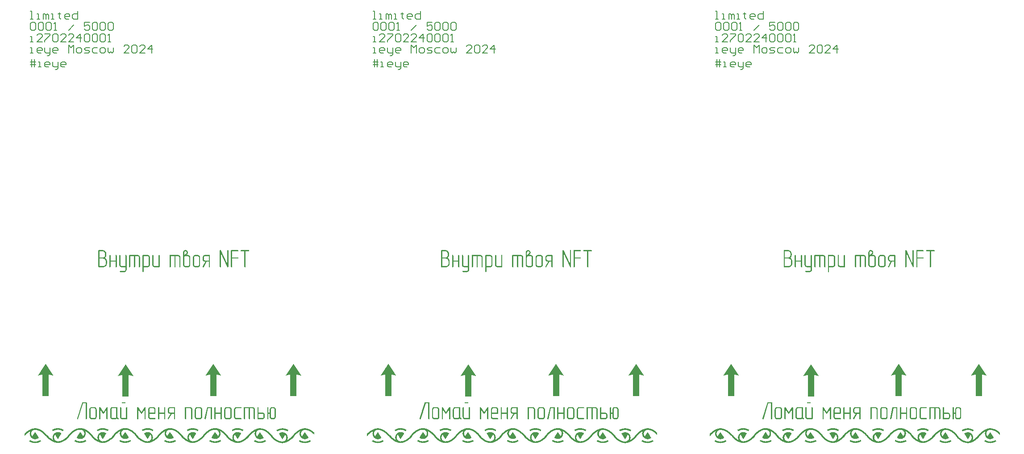
<source format=gto>
G04*
G04 #@! TF.GenerationSoftware,Altium Limited,Altium Designer,23.6.0 (18)*
G04*
G04 Layer_Color=65535*
%FSLAX44Y44*%
%MOMM*%
G71*
G04*
G04 #@! TF.SameCoordinates,59697A40-66F3-49E2-9A90-2B25EFB93BE2*
G04*
G04*
G04 #@! TF.FilePolarity,Positive*
G04*
G01*
G75*
%ADD48C,0.1500*%
G36*
X1734491Y597244D02*
X1734741Y597161D01*
X1735033Y596952D01*
X1735074Y596911D01*
X1735241Y596744D01*
X1735366Y596494D01*
X1735408Y596119D01*
Y575125D01*
Y575083D01*
Y575041D01*
X1735366Y574833D01*
X1735283Y574542D01*
X1735074Y574250D01*
X1735033Y574208D01*
X1734866Y574125D01*
X1734575Y574042D01*
X1734241Y574000D01*
X1734200D01*
X1734033Y574042D01*
X1733783Y574125D01*
X1733408Y574250D01*
X1733367Y574291D01*
X1733242Y574458D01*
X1733117Y574750D01*
X1733075Y575166D01*
Y584497D01*
X1723786D01*
Y575166D01*
Y575125D01*
Y575083D01*
X1723744Y574833D01*
X1723661Y574542D01*
X1723452Y574250D01*
X1723411Y574208D01*
X1723244Y574125D01*
X1722953Y574042D01*
X1722619Y574000D01*
X1722578D01*
X1722411Y574042D01*
X1722161Y574125D01*
X1721786Y574250D01*
X1721745Y574291D01*
X1721620Y574458D01*
X1721495Y574750D01*
X1721453Y575125D01*
Y596119D01*
Y596203D01*
X1721495Y596369D01*
X1721578Y596577D01*
X1721786Y596869D01*
X1721828Y596952D01*
X1722036Y597077D01*
X1722286Y597202D01*
X1722619Y597286D01*
X1722703D01*
X1722869Y597244D01*
X1723119Y597161D01*
X1723411Y596952D01*
X1723452Y596911D01*
X1723619Y596744D01*
X1723744Y596494D01*
X1723786Y596119D01*
Y586830D01*
X1733075D01*
Y596119D01*
Y596203D01*
X1733117Y596369D01*
X1733200Y596577D01*
X1733408Y596869D01*
X1733450Y596952D01*
X1733658Y597077D01*
X1733908Y597202D01*
X1734241Y597286D01*
X1734325D01*
X1734491Y597244D01*
D02*
G37*
G36*
X434491D02*
X434741Y597161D01*
X435033Y596952D01*
X435075Y596911D01*
X435241Y596744D01*
X435366Y596494D01*
X435408Y596119D01*
Y575125D01*
Y575083D01*
Y575041D01*
X435366Y574833D01*
X435283Y574542D01*
X435075Y574250D01*
X435033Y574208D01*
X434866Y574125D01*
X434575Y574042D01*
X434241Y574000D01*
X434200D01*
X434033Y574042D01*
X433783Y574125D01*
X433408Y574250D01*
X433367Y574291D01*
X433242Y574458D01*
X433117Y574750D01*
X433075Y575166D01*
Y584497D01*
X423786D01*
Y575166D01*
Y575125D01*
Y575083D01*
X423744Y574833D01*
X423661Y574542D01*
X423452Y574250D01*
X423411Y574208D01*
X423244Y574125D01*
X422953Y574042D01*
X422619Y574000D01*
X422578D01*
X422411Y574042D01*
X422161Y574125D01*
X421786Y574250D01*
X421744Y574291D01*
X421620Y574458D01*
X421495Y574750D01*
X421453Y575125D01*
Y596119D01*
Y596203D01*
X421495Y596369D01*
X421578Y596577D01*
X421786Y596869D01*
X421828Y596952D01*
X422036Y597077D01*
X422286Y597202D01*
X422619Y597286D01*
X422703D01*
X422869Y597244D01*
X423119Y597161D01*
X423411Y596952D01*
X423452Y596911D01*
X423619Y596744D01*
X423744Y596494D01*
X423786Y596119D01*
Y586830D01*
X433075D01*
Y596119D01*
Y596203D01*
X433117Y596369D01*
X433200Y596577D01*
X433408Y596869D01*
X433450Y596952D01*
X433658Y597077D01*
X433908Y597202D01*
X434241Y597286D01*
X434325D01*
X434491Y597244D01*
D02*
G37*
G36*
X1084491Y597244D02*
X1084741Y597161D01*
X1085033Y596952D01*
X1085074Y596911D01*
X1085241Y596744D01*
X1085366Y596494D01*
X1085408Y596119D01*
Y575125D01*
Y575083D01*
Y575041D01*
X1085366Y574833D01*
X1085283Y574541D01*
X1085074Y574250D01*
X1085033Y574208D01*
X1084866Y574125D01*
X1084575Y574042D01*
X1084241Y574000D01*
X1084200D01*
X1084033Y574042D01*
X1083783Y574125D01*
X1083408Y574250D01*
X1083367Y574291D01*
X1083242Y574458D01*
X1083117Y574750D01*
X1083075Y575166D01*
Y584497D01*
X1073786D01*
Y575166D01*
Y575125D01*
Y575083D01*
X1073744Y574833D01*
X1073661Y574541D01*
X1073452Y574250D01*
X1073411Y574208D01*
X1073244Y574125D01*
X1072953Y574042D01*
X1072619Y574000D01*
X1072578D01*
X1072411Y574042D01*
X1072161Y574125D01*
X1071786Y574250D01*
X1071745Y574291D01*
X1071620Y574458D01*
X1071495Y574750D01*
X1071453Y575125D01*
Y596119D01*
Y596203D01*
X1071495Y596369D01*
X1071578Y596577D01*
X1071786Y596869D01*
X1071828Y596952D01*
X1072036Y597077D01*
X1072286Y597202D01*
X1072619Y597286D01*
X1072703D01*
X1072869Y597244D01*
X1073119Y597161D01*
X1073411Y596952D01*
X1073452Y596911D01*
X1073619Y596744D01*
X1073744Y596494D01*
X1073786Y596119D01*
Y586830D01*
X1083075D01*
Y596119D01*
Y596203D01*
X1083117Y596369D01*
X1083200Y596577D01*
X1083408Y596869D01*
X1083450Y596952D01*
X1083658Y597077D01*
X1083908Y597202D01*
X1084241Y597286D01*
X1084325D01*
X1084491Y597244D01*
D02*
G37*
G36*
X1946354Y606533D02*
X1946604Y606450D01*
X1946895Y606242D01*
X1946937Y606200D01*
X1947103Y606033D01*
X1947229Y605784D01*
X1947270Y605409D01*
Y575125D01*
Y575083D01*
X1947229Y574916D01*
X1947103Y574666D01*
X1946895Y574291D01*
X1946812Y574250D01*
X1946645Y574167D01*
X1946395Y574042D01*
X1946104Y574000D01*
X1945521Y574125D01*
X1945021Y574666D01*
X1933274Y600118D01*
Y575125D01*
Y575083D01*
Y575041D01*
X1933232Y574833D01*
X1933149Y574542D01*
X1932941Y574250D01*
X1932899Y574208D01*
X1932732Y574125D01*
X1932441Y574042D01*
X1932107Y574000D01*
X1932066D01*
X1931899Y574042D01*
X1931649Y574125D01*
X1931274Y574250D01*
X1931233Y574291D01*
X1931108Y574458D01*
X1930983Y574750D01*
X1930941Y575125D01*
Y605409D01*
Y605492D01*
X1930983Y605658D01*
X1931066Y605867D01*
X1931274Y606158D01*
X1931316Y606242D01*
X1931483Y606367D01*
X1931732Y606492D01*
X1932066Y606575D01*
X1932232D01*
X1932441Y606492D01*
X1932649Y606408D01*
X1932690Y606367D01*
X1932816Y606283D01*
X1932982Y606158D01*
X1933149Y605908D01*
X1944937Y580457D01*
Y605409D01*
Y605492D01*
X1944979Y605658D01*
X1945062Y605867D01*
X1945271Y606158D01*
X1945312Y606242D01*
X1945521Y606367D01*
X1945771Y606492D01*
X1946104Y606575D01*
X1946187D01*
X1946354Y606533D01*
D02*
G37*
G36*
X646354D02*
X646604Y606450D01*
X646895Y606242D01*
X646937Y606200D01*
X647104Y606033D01*
X647228Y605784D01*
X647270Y605409D01*
Y575125D01*
Y575083D01*
X647228Y574916D01*
X647104Y574666D01*
X646895Y574291D01*
X646812Y574250D01*
X646645Y574167D01*
X646395Y574042D01*
X646104Y574000D01*
X645521Y574125D01*
X645021Y574666D01*
X633274Y600118D01*
Y575125D01*
Y575083D01*
Y575041D01*
X633232Y574833D01*
X633149Y574542D01*
X632940Y574250D01*
X632899Y574208D01*
X632732Y574125D01*
X632441Y574042D01*
X632107Y574000D01*
X632066D01*
X631899Y574042D01*
X631649Y574125D01*
X631274Y574250D01*
X631233Y574291D01*
X631108Y574458D01*
X630983Y574750D01*
X630941Y575125D01*
Y605409D01*
Y605492D01*
X630983Y605658D01*
X631066Y605867D01*
X631274Y606158D01*
X631316Y606242D01*
X631483Y606367D01*
X631732Y606492D01*
X632066Y606575D01*
X632232D01*
X632441Y606492D01*
X632649Y606408D01*
X632691Y606367D01*
X632816Y606283D01*
X632982Y606158D01*
X633149Y605908D01*
X644937Y580457D01*
Y605409D01*
Y605492D01*
X644979Y605658D01*
X645062Y605867D01*
X645271Y606158D01*
X645312Y606242D01*
X645521Y606367D01*
X645770Y606492D01*
X646104Y606575D01*
X646187D01*
X646354Y606533D01*
D02*
G37*
G36*
X1296354Y606533D02*
X1296604Y606450D01*
X1296895Y606242D01*
X1296937Y606200D01*
X1297103Y606033D01*
X1297229Y605783D01*
X1297270Y605409D01*
Y575125D01*
Y575083D01*
X1297229Y574916D01*
X1297103Y574666D01*
X1296895Y574291D01*
X1296812Y574250D01*
X1296645Y574166D01*
X1296395Y574042D01*
X1296104Y574000D01*
X1295521Y574125D01*
X1295021Y574666D01*
X1283274Y600118D01*
Y575125D01*
Y575083D01*
Y575041D01*
X1283232Y574833D01*
X1283149Y574541D01*
X1282941Y574250D01*
X1282899Y574208D01*
X1282732Y574125D01*
X1282441Y574042D01*
X1282107Y574000D01*
X1282066D01*
X1281899Y574042D01*
X1281649Y574125D01*
X1281274Y574250D01*
X1281233Y574291D01*
X1281108Y574458D01*
X1280983Y574750D01*
X1280941Y575125D01*
Y605409D01*
Y605492D01*
X1280983Y605658D01*
X1281066Y605867D01*
X1281274Y606158D01*
X1281316Y606242D01*
X1281483Y606367D01*
X1281732Y606492D01*
X1282066Y606575D01*
X1282232D01*
X1282441Y606492D01*
X1282649Y606408D01*
X1282690Y606367D01*
X1282816Y606283D01*
X1282982Y606158D01*
X1283149Y605908D01*
X1294937Y580457D01*
Y605409D01*
Y605492D01*
X1294979Y605658D01*
X1295062Y605867D01*
X1295271Y606158D01*
X1295312Y606242D01*
X1295521Y606367D01*
X1295771Y606492D01*
X1296104Y606575D01*
X1296187D01*
X1296354Y606533D01*
D02*
G37*
G36*
X1815970Y597244D02*
X1816220Y597161D01*
X1816512Y596952D01*
X1816554Y596911D01*
X1816720Y596744D01*
X1816845Y596494D01*
X1816887Y596119D01*
Y575125D01*
Y575083D01*
Y574958D01*
X1816845Y574750D01*
X1816762Y574583D01*
X1816595Y574375D01*
X1816387Y574167D01*
X1816095Y574042D01*
X1815721Y574000D01*
X1807473D01*
X1807223Y574042D01*
X1806848Y574083D01*
X1806431Y574167D01*
X1805890Y574333D01*
X1805348Y574583D01*
X1804807Y574875D01*
X1804265Y575333D01*
X1804223Y575375D01*
X1804057Y575583D01*
X1803849Y575874D01*
X1803599Y576249D01*
X1803349Y576708D01*
X1803140Y577291D01*
X1802974Y577916D01*
X1802932Y578624D01*
Y596119D01*
Y596203D01*
X1802974Y596369D01*
X1803057Y596577D01*
X1803265Y596869D01*
X1803307Y596952D01*
X1803515Y597077D01*
X1803765Y597202D01*
X1804099Y597286D01*
X1804182D01*
X1804348Y597244D01*
X1804598Y597161D01*
X1804890Y596952D01*
X1804932Y596911D01*
X1805098Y596744D01*
X1805223Y596494D01*
X1805265Y596119D01*
Y578624D01*
Y578582D01*
Y578457D01*
X1805307Y578290D01*
X1805348Y578082D01*
X1805432Y577791D01*
X1805556Y577541D01*
X1805723Y577249D01*
X1805931Y576999D01*
X1805973Y576958D01*
X1806056Y576916D01*
X1806181Y576791D01*
X1806390Y576666D01*
X1806640Y576541D01*
X1806889Y576458D01*
X1807223Y576374D01*
X1807556Y576333D01*
X1814554D01*
Y596119D01*
Y596203D01*
X1814596Y596369D01*
X1814679Y596577D01*
X1814887Y596869D01*
X1814929Y596952D01*
X1815137Y597077D01*
X1815387Y597202D01*
X1815721Y597286D01*
X1815804D01*
X1815970Y597244D01*
D02*
G37*
G36*
X1753112D02*
X1753362Y597161D01*
X1753653Y596952D01*
X1753695Y596911D01*
X1753861Y596744D01*
X1753986Y596494D01*
X1754028Y596119D01*
Y569376D01*
Y569293D01*
Y569043D01*
X1753945Y568710D01*
X1753861Y568251D01*
X1753695Y567752D01*
X1753445Y567168D01*
X1753112Y566627D01*
X1752653Y566085D01*
X1752612Y566044D01*
X1752403Y565877D01*
X1752112Y565669D01*
X1751737Y565419D01*
X1751279Y565127D01*
X1750695Y564919D01*
X1750071Y564752D01*
X1749362Y564711D01*
X1742323D01*
X1742156Y564752D01*
X1741906Y564877D01*
X1741531Y565086D01*
X1741490Y565169D01*
X1741364Y565336D01*
X1741240Y565585D01*
X1741198Y565877D01*
Y565919D01*
X1741240Y566085D01*
X1741323Y566335D01*
X1741490Y566710D01*
X1741531Y566752D01*
X1741698Y566877D01*
X1741989Y567002D01*
X1742364Y567043D01*
X1749529D01*
X1749696Y567085D01*
X1749946Y567127D01*
X1750196Y567210D01*
X1750446Y567335D01*
X1750737Y567502D01*
X1750987Y567752D01*
X1751029Y567793D01*
X1751112Y567877D01*
X1751195Y568002D01*
X1751362Y568210D01*
X1751487Y568460D01*
X1751570Y568710D01*
X1751654Y569043D01*
X1751695Y569376D01*
Y574000D01*
X1744655D01*
X1744405Y574042D01*
X1744030Y574083D01*
X1743572Y574167D01*
X1743072Y574333D01*
X1742489Y574583D01*
X1741948Y574875D01*
X1741406Y575333D01*
X1741364Y575416D01*
X1741198Y575583D01*
X1740990Y575874D01*
X1740740Y576249D01*
X1740490Y576749D01*
X1740282Y577332D01*
X1740115Y577957D01*
X1740073Y578665D01*
Y596119D01*
Y596203D01*
X1740115Y596369D01*
X1740198Y596577D01*
X1740406Y596869D01*
X1740448Y596952D01*
X1740656Y597077D01*
X1740906Y597202D01*
X1741240Y597286D01*
X1741323D01*
X1741490Y597244D01*
X1741739Y597161D01*
X1742031Y596952D01*
X1742073Y596911D01*
X1742239Y596744D01*
X1742364Y596494D01*
X1742406Y596119D01*
Y578665D01*
Y578624D01*
Y578499D01*
X1742448Y578332D01*
X1742489Y578082D01*
X1742573Y577832D01*
X1742697Y577541D01*
X1742864Y577249D01*
X1743114Y576999D01*
X1743156Y576958D01*
X1743239Y576916D01*
X1743406Y576791D01*
X1743572Y576666D01*
X1743822Y576541D01*
X1744114Y576458D01*
X1744405Y576374D01*
X1744739Y576333D01*
X1751695D01*
Y596119D01*
Y596203D01*
X1751737Y596369D01*
X1751820Y596577D01*
X1752029Y596869D01*
X1752070Y596952D01*
X1752278Y597077D01*
X1752528Y597202D01*
X1752862Y597286D01*
X1752945D01*
X1753112Y597244D01*
D02*
G37*
G36*
X515970D02*
X516220Y597161D01*
X516512Y596952D01*
X516554Y596911D01*
X516720Y596744D01*
X516845Y596494D01*
X516887Y596119D01*
Y575125D01*
Y575083D01*
Y574958D01*
X516845Y574750D01*
X516762Y574583D01*
X516595Y574375D01*
X516387Y574167D01*
X516095Y574042D01*
X515720Y574000D01*
X507473D01*
X507223Y574042D01*
X506848Y574083D01*
X506431Y574167D01*
X505890Y574333D01*
X505348Y574583D01*
X504807Y574875D01*
X504265Y575333D01*
X504223Y575375D01*
X504057Y575583D01*
X503848Y575874D01*
X503599Y576249D01*
X503349Y576708D01*
X503140Y577291D01*
X502974Y577916D01*
X502932Y578624D01*
Y596119D01*
Y596203D01*
X502974Y596369D01*
X503057Y596577D01*
X503265Y596869D01*
X503307Y596952D01*
X503515Y597077D01*
X503765Y597202D01*
X504099Y597286D01*
X504182D01*
X504348Y597244D01*
X504598Y597161D01*
X504890Y596952D01*
X504932Y596911D01*
X505098Y596744D01*
X505223Y596494D01*
X505265Y596119D01*
Y578624D01*
Y578582D01*
Y578457D01*
X505307Y578290D01*
X505348Y578082D01*
X505432Y577791D01*
X505556Y577541D01*
X505723Y577249D01*
X505931Y576999D01*
X505973Y576958D01*
X506056Y576916D01*
X506181Y576791D01*
X506390Y576666D01*
X506640Y576541D01*
X506889Y576458D01*
X507223Y576374D01*
X507556Y576333D01*
X514554D01*
Y596119D01*
Y596203D01*
X514596Y596369D01*
X514679Y596577D01*
X514887Y596869D01*
X514929Y596952D01*
X515137Y597077D01*
X515387Y597202D01*
X515720Y597286D01*
X515804D01*
X515970Y597244D01*
D02*
G37*
G36*
X453111D02*
X453362Y597161D01*
X453653Y596952D01*
X453695Y596911D01*
X453861Y596744D01*
X453986Y596494D01*
X454028Y596119D01*
Y569376D01*
Y569293D01*
Y569043D01*
X453945Y568710D01*
X453861Y568251D01*
X453695Y567752D01*
X453445Y567168D01*
X453111Y566627D01*
X452653Y566085D01*
X452612Y566044D01*
X452403Y565877D01*
X452112Y565669D01*
X451737Y565419D01*
X451279Y565127D01*
X450695Y564919D01*
X450071Y564752D01*
X449362Y564711D01*
X442323D01*
X442156Y564752D01*
X441906Y564877D01*
X441531Y565086D01*
X441489Y565169D01*
X441365Y565336D01*
X441240Y565585D01*
X441198Y565877D01*
Y565919D01*
X441240Y566085D01*
X441323Y566335D01*
X441489Y566710D01*
X441531Y566752D01*
X441698Y566877D01*
X441989Y567002D01*
X442364Y567043D01*
X449529D01*
X449696Y567085D01*
X449946Y567127D01*
X450196Y567210D01*
X450446Y567335D01*
X450737Y567502D01*
X450987Y567752D01*
X451029Y567793D01*
X451112Y567877D01*
X451195Y568002D01*
X451362Y568210D01*
X451487Y568460D01*
X451570Y568710D01*
X451654Y569043D01*
X451695Y569376D01*
Y574000D01*
X444655D01*
X444405Y574042D01*
X444030Y574083D01*
X443572Y574167D01*
X443072Y574333D01*
X442489Y574583D01*
X441948Y574875D01*
X441406Y575333D01*
X441365Y575416D01*
X441198Y575583D01*
X440990Y575874D01*
X440740Y576249D01*
X440490Y576749D01*
X440281Y577332D01*
X440115Y577957D01*
X440073Y578665D01*
Y596119D01*
Y596203D01*
X440115Y596369D01*
X440198Y596577D01*
X440406Y596869D01*
X440448Y596952D01*
X440656Y597077D01*
X440906Y597202D01*
X441240Y597286D01*
X441323D01*
X441489Y597244D01*
X441739Y597161D01*
X442031Y596952D01*
X442073Y596911D01*
X442239Y596744D01*
X442364Y596494D01*
X442406Y596119D01*
Y578665D01*
Y578624D01*
Y578499D01*
X442448Y578332D01*
X442489Y578082D01*
X442573Y577832D01*
X442697Y577541D01*
X442864Y577249D01*
X443114Y576999D01*
X443156Y576958D01*
X443239Y576916D01*
X443406Y576791D01*
X443572Y576666D01*
X443822Y576541D01*
X444114Y576458D01*
X444405Y576374D01*
X444739Y576333D01*
X451695D01*
Y596119D01*
Y596203D01*
X451737Y596369D01*
X451820Y596577D01*
X452029Y596869D01*
X452070Y596952D01*
X452278Y597077D01*
X452528Y597202D01*
X452862Y597286D01*
X452945D01*
X453111Y597244D01*
D02*
G37*
G36*
X1165970Y597244D02*
X1166220Y597161D01*
X1166512Y596952D01*
X1166554Y596911D01*
X1166720Y596744D01*
X1166845Y596494D01*
X1166887Y596119D01*
Y575125D01*
Y575083D01*
Y574958D01*
X1166845Y574750D01*
X1166762Y574583D01*
X1166595Y574375D01*
X1166387Y574166D01*
X1166095Y574042D01*
X1165721Y574000D01*
X1157473D01*
X1157223Y574042D01*
X1156848Y574083D01*
X1156431Y574166D01*
X1155890Y574333D01*
X1155348Y574583D01*
X1154807Y574875D01*
X1154265Y575333D01*
X1154223Y575375D01*
X1154057Y575583D01*
X1153848Y575874D01*
X1153599Y576249D01*
X1153349Y576708D01*
X1153140Y577291D01*
X1152974Y577916D01*
X1152932Y578624D01*
Y596119D01*
Y596203D01*
X1152974Y596369D01*
X1153057Y596577D01*
X1153265Y596869D01*
X1153307Y596952D01*
X1153515Y597077D01*
X1153765Y597202D01*
X1154099Y597286D01*
X1154182D01*
X1154348Y597244D01*
X1154598Y597161D01*
X1154890Y596952D01*
X1154932Y596911D01*
X1155098Y596744D01*
X1155223Y596494D01*
X1155265Y596119D01*
Y578624D01*
Y578582D01*
Y578457D01*
X1155306Y578290D01*
X1155348Y578082D01*
X1155431Y577791D01*
X1155556Y577541D01*
X1155723Y577249D01*
X1155931Y576999D01*
X1155973Y576958D01*
X1156056Y576916D01*
X1156181Y576791D01*
X1156389Y576666D01*
X1156639Y576541D01*
X1156889Y576458D01*
X1157223Y576374D01*
X1157556Y576333D01*
X1164554D01*
Y596119D01*
Y596203D01*
X1164596Y596369D01*
X1164679Y596577D01*
X1164887Y596869D01*
X1164929Y596952D01*
X1165137Y597077D01*
X1165387Y597202D01*
X1165721Y597286D01*
X1165804D01*
X1165970Y597244D01*
D02*
G37*
G36*
X1103111D02*
X1103361Y597161D01*
X1103653Y596952D01*
X1103695Y596911D01*
X1103861Y596744D01*
X1103986Y596494D01*
X1104028Y596119D01*
Y569376D01*
Y569293D01*
Y569043D01*
X1103945Y568710D01*
X1103861Y568251D01*
X1103695Y567752D01*
X1103445Y567168D01*
X1103111Y566627D01*
X1102653Y566085D01*
X1102612Y566044D01*
X1102403Y565877D01*
X1102112Y565669D01*
X1101737Y565419D01*
X1101279Y565127D01*
X1100695Y564919D01*
X1100071Y564752D01*
X1099362Y564711D01*
X1092323D01*
X1092156Y564752D01*
X1091906Y564877D01*
X1091531Y565085D01*
X1091489Y565169D01*
X1091365Y565336D01*
X1091239Y565585D01*
X1091198Y565877D01*
Y565919D01*
X1091239Y566085D01*
X1091323Y566335D01*
X1091489Y566710D01*
X1091531Y566752D01*
X1091698Y566877D01*
X1091989Y567002D01*
X1092364Y567043D01*
X1099529D01*
X1099696Y567085D01*
X1099946Y567127D01*
X1100196Y567210D01*
X1100445Y567335D01*
X1100737Y567502D01*
X1100987Y567752D01*
X1101029Y567793D01*
X1101112Y567877D01*
X1101195Y568002D01*
X1101362Y568210D01*
X1101487Y568460D01*
X1101570Y568710D01*
X1101654Y569043D01*
X1101695Y569376D01*
Y574000D01*
X1094655D01*
X1094405Y574042D01*
X1094031Y574083D01*
X1093572Y574166D01*
X1093072Y574333D01*
X1092489Y574583D01*
X1091948Y574875D01*
X1091406Y575333D01*
X1091365Y575416D01*
X1091198Y575583D01*
X1090990Y575874D01*
X1090740Y576249D01*
X1090490Y576749D01*
X1090282Y577332D01*
X1090115Y577957D01*
X1090073Y578665D01*
Y596119D01*
Y596203D01*
X1090115Y596369D01*
X1090198Y596577D01*
X1090406Y596869D01*
X1090448Y596952D01*
X1090656Y597077D01*
X1090906Y597202D01*
X1091239Y597286D01*
X1091323D01*
X1091489Y597244D01*
X1091739Y597161D01*
X1092031Y596952D01*
X1092073Y596911D01*
X1092239Y596744D01*
X1092364Y596494D01*
X1092406Y596119D01*
Y578665D01*
Y578624D01*
Y578499D01*
X1092448Y578332D01*
X1092489Y578082D01*
X1092572Y577832D01*
X1092698Y577541D01*
X1092864Y577249D01*
X1093114Y576999D01*
X1093156Y576958D01*
X1093239Y576916D01*
X1093406Y576791D01*
X1093572Y576666D01*
X1093822Y576541D01*
X1094114Y576458D01*
X1094405Y576374D01*
X1094739Y576333D01*
X1101695D01*
Y596119D01*
Y596203D01*
X1101737Y596369D01*
X1101820Y596577D01*
X1102029Y596869D01*
X1102070Y596952D01*
X1102278Y597077D01*
X1102528Y597202D01*
X1102862Y597286D01*
X1102945D01*
X1103111Y597244D01*
D02*
G37*
G36*
X1985927Y606533D02*
X1986177Y606408D01*
X1986468Y606200D01*
X1986510Y606117D01*
X1986677Y605950D01*
X1986802Y605700D01*
X1986843Y605409D01*
Y605325D01*
X1986802Y605117D01*
X1986718Y604867D01*
X1986510Y604575D01*
X1986468Y604534D01*
X1986302Y604409D01*
X1986052Y604284D01*
X1985677Y604242D01*
X1979845D01*
Y575125D01*
Y575083D01*
Y575041D01*
X1979803Y574833D01*
X1979720Y574542D01*
X1979512Y574250D01*
X1979470Y574208D01*
X1979304Y574125D01*
X1979012Y574042D01*
X1978679Y574000D01*
X1978637D01*
X1978470Y574042D01*
X1978221Y574125D01*
X1977846Y574250D01*
X1977804Y574291D01*
X1977679Y574458D01*
X1977554Y574750D01*
X1977512Y575125D01*
Y604242D01*
X1971597D01*
X1971389Y604284D01*
X1971097Y604367D01*
X1970806Y604534D01*
X1970764Y604617D01*
X1970681Y604784D01*
X1970556Y605075D01*
X1970514Y605409D01*
Y605450D01*
X1970556Y605575D01*
X1970639Y605825D01*
X1970764Y606117D01*
Y606158D01*
X1970806Y606200D01*
X1970972Y606367D01*
X1971264Y606492D01*
X1971431Y606575D01*
X1985760D01*
X1985927Y606533D01*
D02*
G37*
G36*
X1964932D02*
X1965182Y606408D01*
X1965474Y606200D01*
X1965515Y606117D01*
X1965682Y605950D01*
X1965807Y605700D01*
X1965849Y605409D01*
Y605325D01*
X1965807Y605117D01*
X1965724Y604867D01*
X1965515Y604575D01*
X1965474Y604534D01*
X1965307Y604409D01*
X1965057Y604284D01*
X1964682Y604242D01*
X1954227D01*
Y592579D01*
X1964766D01*
X1964932Y592537D01*
X1965182Y592412D01*
X1965474Y592204D01*
X1965515Y592120D01*
X1965682Y591954D01*
X1965807Y591704D01*
X1965849Y591412D01*
Y591329D01*
X1965807Y591121D01*
X1965724Y590871D01*
X1965515Y590579D01*
X1965474Y590537D01*
X1965307Y590412D01*
X1965057Y590287D01*
X1964682Y590246D01*
X1954227D01*
Y575125D01*
Y575083D01*
Y575041D01*
X1954185Y574833D01*
X1954102Y574542D01*
X1953893Y574250D01*
X1953852Y574208D01*
X1953685Y574125D01*
X1953394Y574042D01*
X1953060Y574000D01*
X1953019D01*
X1952852Y574042D01*
X1952602Y574125D01*
X1952227Y574250D01*
X1952186Y574291D01*
X1952061Y574458D01*
X1951936Y574750D01*
X1951894Y575125D01*
Y605409D01*
Y605450D01*
Y605575D01*
X1951936Y605784D01*
X1952019Y605992D01*
X1952186Y606200D01*
X1952352Y606408D01*
X1952644Y606533D01*
X1953019Y606575D01*
X1964766D01*
X1964932Y606533D01*
D02*
G37*
G36*
X1911488Y597244D02*
X1911696Y597161D01*
X1911904Y596994D01*
X1912112Y596786D01*
X1912238Y596494D01*
X1912279Y596119D01*
Y575125D01*
Y575083D01*
Y575041D01*
X1912238Y574833D01*
X1912154Y574542D01*
X1911946Y574250D01*
X1911904Y574208D01*
X1911738Y574125D01*
X1911446Y574042D01*
X1911113Y574000D01*
X1911071D01*
X1910905Y574042D01*
X1910654Y574125D01*
X1910280Y574250D01*
X1910238Y574291D01*
X1910113Y574458D01*
X1909988Y574750D01*
X1909946Y575166D01*
Y584497D01*
X1905947D01*
X1900491Y574583D01*
X1900074Y574125D01*
X1899491Y574000D01*
X1899407D01*
X1899199Y574042D01*
X1898949Y574125D01*
X1898658Y574291D01*
X1898616Y574333D01*
X1898491Y574542D01*
X1898366Y574791D01*
X1898324Y575125D01*
Y575166D01*
Y575291D01*
X1898366Y575500D01*
X1898449Y575708D01*
X1903323Y584497D01*
X1902865D01*
X1902615Y584539D01*
X1902240Y584581D01*
X1901823Y584664D01*
X1901282Y584831D01*
X1900740Y585080D01*
X1900199Y585372D01*
X1899657Y585830D01*
X1899616Y585872D01*
X1899449Y586080D01*
X1899241Y586372D01*
X1898991Y586747D01*
X1898741Y587205D01*
X1898533Y587788D01*
X1898366Y588413D01*
X1898324Y589121D01*
Y592620D01*
Y592704D01*
X1898366Y592912D01*
X1898408Y593245D01*
X1898491Y593662D01*
X1898658Y594161D01*
X1898866Y594703D01*
X1899199Y595286D01*
X1899616Y595828D01*
X1899699Y595911D01*
X1899866Y596078D01*
X1900157Y596286D01*
X1900532Y596577D01*
X1901032Y596827D01*
X1901573Y597077D01*
X1902240Y597244D01*
X1902948Y597286D01*
X1911279D01*
X1911488Y597244D01*
D02*
G37*
G36*
X1889702Y597202D02*
X1890160Y597119D01*
X1890701Y596952D01*
X1891243Y596702D01*
X1891784Y596369D01*
X1892326Y595911D01*
X1892368Y595869D01*
X1892534Y595661D01*
X1892742Y595369D01*
X1893034Y594995D01*
X1893284Y594536D01*
X1893492Y593953D01*
X1893659Y593328D01*
X1893701Y592620D01*
Y578624D01*
Y578582D01*
Y578540D01*
Y578290D01*
X1893617Y577916D01*
X1893534Y577499D01*
X1893367Y576958D01*
X1893117Y576416D01*
X1892784Y575874D01*
X1892326Y575333D01*
X1892284Y575291D01*
X1892076Y575125D01*
X1891784Y574916D01*
X1891409Y574666D01*
X1890951Y574417D01*
X1890368Y574208D01*
X1889743Y574042D01*
X1889035Y574000D01*
X1884286D01*
X1884036Y574042D01*
X1883661Y574083D01*
X1883245Y574167D01*
X1882703Y574333D01*
X1882162Y574583D01*
X1881620Y574875D01*
X1881079Y575333D01*
X1881037Y575375D01*
X1880871Y575583D01*
X1880662Y575874D01*
X1880412Y576249D01*
X1880162Y576708D01*
X1879954Y577291D01*
X1879787Y577916D01*
X1879746Y578624D01*
Y592620D01*
Y592704D01*
X1879787Y592912D01*
X1879829Y593245D01*
X1879912Y593662D01*
X1880079Y594161D01*
X1880287Y594703D01*
X1880621Y595286D01*
X1881037Y595828D01*
X1881120Y595911D01*
X1881287Y596078D01*
X1881579Y596286D01*
X1881953Y596577D01*
X1882453Y596827D01*
X1882995Y597077D01*
X1883661Y597244D01*
X1884370Y597286D01*
X1889368D01*
X1889702Y597202D01*
D02*
G37*
G36*
X1866416Y606533D02*
X1866832Y606450D01*
X1867332Y606283D01*
X1867874Y606075D01*
X1868415Y605784D01*
X1868915Y605409D01*
X1868999Y605367D01*
X1869165Y605200D01*
X1869373Y604909D01*
X1869665Y604492D01*
X1869915Y604034D01*
X1870165Y603409D01*
X1870332Y602743D01*
X1870373Y601951D01*
Y601076D01*
X1870206Y600493D01*
Y600452D01*
X1870165Y600368D01*
X1870123Y600243D01*
X1870040Y600035D01*
X1869748Y599577D01*
X1869582Y599327D01*
X1869332Y599035D01*
X1869290Y598993D01*
X1869249Y598952D01*
X1869165Y598827D01*
X1869040Y598702D01*
X1868832Y598577D01*
X1868582Y598369D01*
X1868290Y598119D01*
X1867249Y597244D01*
X1870706D01*
X1871081Y597161D01*
X1871539Y597077D01*
X1872039Y596911D01*
X1872623Y596702D01*
X1873164Y596369D01*
X1873706Y595911D01*
X1873747Y595869D01*
X1873914Y595661D01*
X1874122Y595369D01*
X1874414Y594995D01*
X1874664Y594536D01*
X1874872Y593953D01*
X1875039Y593328D01*
X1875080Y592620D01*
Y578624D01*
Y578540D01*
Y578290D01*
X1874997Y577957D01*
X1874914Y577499D01*
X1874747Y576999D01*
X1874497Y576416D01*
X1874164Y575874D01*
X1873706Y575333D01*
X1873664Y575291D01*
X1873456Y575125D01*
X1873164Y574916D01*
X1872789Y574666D01*
X1872289Y574417D01*
X1871748Y574208D01*
X1871081Y574042D01*
X1870373Y574000D01*
X1865708D01*
X1865458Y574042D01*
X1865083Y574083D01*
X1864625Y574167D01*
X1864125Y574333D01*
X1863542Y574583D01*
X1863000Y574875D01*
X1862458Y575333D01*
X1862417Y575416D01*
X1862250Y575583D01*
X1862042Y575874D01*
X1861792Y576249D01*
X1861542Y576749D01*
X1861334Y577291D01*
X1861167Y577916D01*
X1861125Y578624D01*
Y592620D01*
Y601951D01*
Y601993D01*
Y602034D01*
Y602159D01*
X1861167Y602326D01*
X1861209Y602701D01*
X1861292Y603201D01*
X1861459Y603742D01*
X1861709Y604325D01*
X1862084Y604909D01*
X1862542Y605409D01*
X1862583Y605450D01*
X1862792Y605575D01*
X1863083Y605784D01*
X1863458Y605992D01*
X1863916Y606200D01*
X1864458Y606408D01*
X1865083Y606533D01*
X1865749Y606575D01*
X1866083D01*
X1866416Y606533D01*
D02*
G37*
G36*
X1852419Y597202D02*
X1852878Y597119D01*
X1853419Y596952D01*
X1853961Y596702D01*
X1854502Y596369D01*
X1855044Y595911D01*
X1855085Y595869D01*
X1855252Y595661D01*
X1855460Y595369D01*
X1855752Y594995D01*
X1856002Y594536D01*
X1856210Y593953D01*
X1856377Y593328D01*
X1856418Y592620D01*
Y575125D01*
Y575083D01*
Y575041D01*
X1856377Y574833D01*
X1856293Y574542D01*
X1856085Y574250D01*
X1856044Y574208D01*
X1855877Y574125D01*
X1855585Y574042D01*
X1855252Y574000D01*
X1855210D01*
X1855044Y574042D01*
X1854794Y574125D01*
X1854419Y574250D01*
X1854377Y574291D01*
X1854252Y574458D01*
X1854127Y574750D01*
X1854086Y575125D01*
Y592620D01*
Y592662D01*
Y592787D01*
X1854044Y592953D01*
X1854002Y593203D01*
X1853919Y593453D01*
X1853794Y593703D01*
X1853627Y593995D01*
X1853378Y594245D01*
X1853336Y594286D01*
X1853253Y594370D01*
X1853128Y594453D01*
X1852919Y594620D01*
X1852669Y594745D01*
X1852419Y594828D01*
X1852086Y594911D01*
X1851753Y594953D01*
X1847129D01*
Y575125D01*
Y575083D01*
Y575041D01*
X1847088Y574833D01*
X1847004Y574542D01*
X1846796Y574250D01*
X1846754Y574208D01*
X1846588Y574125D01*
X1846296Y574042D01*
X1845963Y574000D01*
X1845921D01*
X1845755Y574042D01*
X1845504Y574125D01*
X1845130Y574250D01*
X1845088Y574291D01*
X1844963Y574458D01*
X1844838Y574750D01*
X1844796Y575125D01*
Y594953D01*
X1837840D01*
Y575125D01*
Y575083D01*
Y575041D01*
X1837798Y574833D01*
X1837715Y574542D01*
X1837507Y574250D01*
X1837465Y574208D01*
X1837298Y574125D01*
X1837007Y574042D01*
X1836673Y574000D01*
X1836632D01*
X1836465Y574042D01*
X1836215Y574125D01*
X1835840Y574250D01*
X1835799Y574291D01*
X1835674Y574458D01*
X1835549Y574750D01*
X1835507Y575125D01*
Y596119D01*
Y596161D01*
Y596286D01*
X1835549Y596494D01*
X1835632Y596702D01*
X1835799Y596911D01*
X1835965Y597119D01*
X1836257Y597244D01*
X1836632Y597286D01*
X1852086D01*
X1852419Y597202D01*
D02*
G37*
G36*
X1775606D02*
X1776064Y597119D01*
X1776606Y596952D01*
X1777147Y596702D01*
X1777689Y596369D01*
X1778230Y595911D01*
X1778272Y595869D01*
X1778438Y595661D01*
X1778647Y595369D01*
X1778938Y594995D01*
X1779188Y594536D01*
X1779397Y593953D01*
X1779563Y593328D01*
X1779605Y592620D01*
Y575125D01*
Y575083D01*
Y575041D01*
X1779563Y574833D01*
X1779480Y574542D01*
X1779272Y574250D01*
X1779230Y574208D01*
X1779063Y574125D01*
X1778772Y574042D01*
X1778438Y574000D01*
X1778397D01*
X1778230Y574042D01*
X1777980Y574125D01*
X1777605Y574250D01*
X1777564Y574291D01*
X1777439Y574458D01*
X1777314Y574750D01*
X1777272Y575125D01*
Y592620D01*
Y592662D01*
Y592787D01*
X1777230Y592953D01*
X1777189Y593203D01*
X1777105Y593453D01*
X1776980Y593703D01*
X1776814Y593995D01*
X1776564Y594245D01*
X1776522Y594286D01*
X1776439Y594370D01*
X1776314Y594453D01*
X1776106Y594620D01*
X1775856Y594745D01*
X1775606Y594828D01*
X1775273Y594911D01*
X1774939Y594953D01*
X1770316D01*
Y575125D01*
Y575083D01*
Y575041D01*
X1770274Y574833D01*
X1770190Y574542D01*
X1769982Y574250D01*
X1769941Y574208D01*
X1769774Y574125D01*
X1769482Y574042D01*
X1769149Y574000D01*
X1769107D01*
X1768941Y574042D01*
X1768691Y574125D01*
X1768316Y574250D01*
X1768274Y574291D01*
X1768149Y574458D01*
X1768024Y574750D01*
X1767983Y575125D01*
Y594953D01*
X1761026D01*
Y575125D01*
Y575083D01*
Y575041D01*
X1760984Y574833D01*
X1760901Y574542D01*
X1760693Y574250D01*
X1760651Y574208D01*
X1760485Y574125D01*
X1760193Y574042D01*
X1759860Y574000D01*
X1759818D01*
X1759651Y574042D01*
X1759402Y574125D01*
X1759027Y574250D01*
X1758985Y574291D01*
X1758860Y574458D01*
X1758735Y574750D01*
X1758693Y575125D01*
Y596119D01*
Y596161D01*
Y596286D01*
X1758735Y596494D01*
X1758818Y596702D01*
X1758985Y596911D01*
X1759152Y597119D01*
X1759443Y597244D01*
X1759818Y597286D01*
X1775273D01*
X1775606Y597202D01*
D02*
G37*
G36*
X1709123Y606533D02*
X1709373D01*
X1709664Y606450D01*
X1710331Y606325D01*
X1711122Y606075D01*
X1711955Y605700D01*
X1712372Y605450D01*
X1712789Y605200D01*
X1713163Y604867D01*
X1713580Y604492D01*
X1713622Y604450D01*
X1713747Y604325D01*
X1713955Y604117D01*
X1714163Y603867D01*
X1714413Y603534D01*
X1714663Y603159D01*
X1714913Y602743D01*
X1715121Y602284D01*
X1715496Y601035D01*
X1715621Y600285D01*
Y599577D01*
Y597244D01*
Y597161D01*
Y596952D01*
X1715580Y596619D01*
X1715538Y596244D01*
X1715455Y595744D01*
X1715329Y595244D01*
X1715163Y594703D01*
X1714955Y594203D01*
X1714913Y594161D01*
X1714830Y593995D01*
X1714705Y593745D01*
X1714496Y593412D01*
X1714205Y593037D01*
X1713872Y592620D01*
X1713455Y592204D01*
X1712997Y591787D01*
X1713080Y591745D01*
X1713288Y591620D01*
X1713580Y591412D01*
X1713955Y591162D01*
X1714413Y590787D01*
X1714871Y590329D01*
X1715329Y589829D01*
X1715746Y589204D01*
X1715788Y589121D01*
X1715913Y588913D01*
X1716079Y588538D01*
X1716288Y588121D01*
X1716496Y587580D01*
X1716662Y586955D01*
X1716788Y586288D01*
X1716829Y585622D01*
Y580956D01*
Y580915D01*
Y580831D01*
Y580707D01*
X1716788Y580498D01*
X1716746Y580248D01*
X1716704Y579957D01*
X1716538Y579290D01*
X1716288Y578540D01*
X1715913Y577707D01*
X1715663Y577291D01*
X1715371Y576874D01*
X1714996Y576499D01*
X1714621Y576083D01*
X1714580Y576041D01*
X1714538Y575999D01*
X1714413Y575874D01*
X1714247Y575750D01*
X1713788Y575416D01*
X1713205Y575041D01*
X1712497Y574666D01*
X1711664Y574333D01*
X1710747Y574083D01*
X1710289Y574042D01*
X1709789Y574000D01*
X1701458D01*
X1701250Y574042D01*
X1701083Y574125D01*
X1700875Y574291D01*
X1700667Y574458D01*
X1700542Y574750D01*
X1700500Y575125D01*
Y605409D01*
Y605450D01*
Y605575D01*
X1700583Y605784D01*
X1700667Y605992D01*
X1700792Y606200D01*
X1701000Y606408D01*
X1701292Y606533D01*
X1701666Y606575D01*
X1708956D01*
X1709123Y606533D01*
D02*
G37*
G36*
X685927D02*
X686177Y606408D01*
X686468Y606200D01*
X686510Y606117D01*
X686677Y605950D01*
X686802Y605700D01*
X686843Y605409D01*
Y605325D01*
X686802Y605117D01*
X686718Y604867D01*
X686510Y604575D01*
X686468Y604534D01*
X686302Y604409D01*
X686052Y604284D01*
X685677Y604242D01*
X679845D01*
Y575125D01*
Y575083D01*
Y575041D01*
X679803Y574833D01*
X679720Y574542D01*
X679512Y574250D01*
X679470Y574208D01*
X679304Y574125D01*
X679012Y574042D01*
X678679Y574000D01*
X678637D01*
X678471Y574042D01*
X678221Y574125D01*
X677846Y574250D01*
X677804Y574291D01*
X677679Y574458D01*
X677554Y574750D01*
X677512Y575125D01*
Y604242D01*
X671597D01*
X671389Y604284D01*
X671097Y604367D01*
X670806Y604534D01*
X670764Y604617D01*
X670681Y604784D01*
X670556Y605075D01*
X670514Y605409D01*
Y605450D01*
X670556Y605575D01*
X670639Y605825D01*
X670764Y606117D01*
Y606158D01*
X670806Y606200D01*
X670972Y606367D01*
X671264Y606492D01*
X671431Y606575D01*
X685760D01*
X685927Y606533D01*
D02*
G37*
G36*
X664932D02*
X665182Y606408D01*
X665474Y606200D01*
X665516Y606117D01*
X665682Y605950D01*
X665807Y605700D01*
X665849Y605409D01*
Y605325D01*
X665807Y605117D01*
X665724Y604867D01*
X665516Y604575D01*
X665474Y604534D01*
X665307Y604409D01*
X665057Y604284D01*
X664682Y604242D01*
X654227D01*
Y592579D01*
X664766D01*
X664932Y592537D01*
X665182Y592412D01*
X665474Y592204D01*
X665516Y592120D01*
X665682Y591954D01*
X665807Y591704D01*
X665849Y591412D01*
Y591329D01*
X665807Y591121D01*
X665724Y590871D01*
X665516Y590579D01*
X665474Y590537D01*
X665307Y590412D01*
X665057Y590287D01*
X664682Y590246D01*
X654227D01*
Y575125D01*
Y575083D01*
Y575041D01*
X654185Y574833D01*
X654102Y574542D01*
X653893Y574250D01*
X653852Y574208D01*
X653685Y574125D01*
X653394Y574042D01*
X653060Y574000D01*
X653019D01*
X652852Y574042D01*
X652602Y574125D01*
X652227Y574250D01*
X652186Y574291D01*
X652061Y574458D01*
X651936Y574750D01*
X651894Y575125D01*
Y605409D01*
Y605450D01*
Y605575D01*
X651936Y605784D01*
X652019Y605992D01*
X652186Y606200D01*
X652352Y606408D01*
X652644Y606533D01*
X653019Y606575D01*
X664766D01*
X664932Y606533D01*
D02*
G37*
G36*
X611488Y597244D02*
X611696Y597161D01*
X611904Y596994D01*
X612113Y596786D01*
X612237Y596494D01*
X612279Y596119D01*
Y575125D01*
Y575083D01*
Y575041D01*
X612237Y574833D01*
X612154Y574542D01*
X611946Y574250D01*
X611904Y574208D01*
X611738Y574125D01*
X611446Y574042D01*
X611113Y574000D01*
X611071D01*
X610904Y574042D01*
X610654Y574125D01*
X610280Y574250D01*
X610238Y574291D01*
X610113Y574458D01*
X609988Y574750D01*
X609946Y575166D01*
Y584497D01*
X605947D01*
X600490Y574583D01*
X600074Y574125D01*
X599491Y574000D01*
X599407D01*
X599199Y574042D01*
X598949Y574125D01*
X598658Y574291D01*
X598616Y574333D01*
X598491Y574542D01*
X598366Y574791D01*
X598324Y575125D01*
Y575166D01*
Y575291D01*
X598366Y575500D01*
X598449Y575708D01*
X603323Y584497D01*
X602865D01*
X602615Y584539D01*
X602240Y584581D01*
X601823Y584664D01*
X601282Y584831D01*
X600740Y585080D01*
X600199Y585372D01*
X599657Y585830D01*
X599616Y585872D01*
X599449Y586080D01*
X599241Y586372D01*
X598991Y586747D01*
X598741Y587205D01*
X598533Y587788D01*
X598366Y588413D01*
X598324Y589121D01*
Y592620D01*
Y592704D01*
X598366Y592912D01*
X598408Y593245D01*
X598491Y593662D01*
X598658Y594161D01*
X598866Y594703D01*
X599199Y595286D01*
X599616Y595828D01*
X599699Y595911D01*
X599866Y596078D01*
X600157Y596286D01*
X600532Y596577D01*
X601032Y596827D01*
X601573Y597077D01*
X602240Y597244D01*
X602948Y597286D01*
X611279D01*
X611488Y597244D01*
D02*
G37*
G36*
X589701Y597202D02*
X590160Y597119D01*
X590701Y596952D01*
X591243Y596702D01*
X591784Y596369D01*
X592326Y595911D01*
X592368Y595869D01*
X592534Y595661D01*
X592742Y595369D01*
X593034Y594995D01*
X593284Y594536D01*
X593492Y593953D01*
X593659Y593328D01*
X593700Y592620D01*
Y578624D01*
Y578582D01*
Y578540D01*
Y578290D01*
X593617Y577916D01*
X593534Y577499D01*
X593367Y576958D01*
X593117Y576416D01*
X592784Y575874D01*
X592326Y575333D01*
X592284Y575291D01*
X592076Y575125D01*
X591784Y574916D01*
X591409Y574666D01*
X590951Y574417D01*
X590368Y574208D01*
X589743Y574042D01*
X589035Y574000D01*
X584286D01*
X584036Y574042D01*
X583661Y574083D01*
X583245Y574167D01*
X582703Y574333D01*
X582162Y574583D01*
X581620Y574875D01*
X581079Y575333D01*
X581037Y575375D01*
X580871Y575583D01*
X580662Y575874D01*
X580412Y576249D01*
X580162Y576708D01*
X579954Y577291D01*
X579787Y577916D01*
X579746Y578624D01*
Y592620D01*
Y592704D01*
X579787Y592912D01*
X579829Y593245D01*
X579912Y593662D01*
X580079Y594161D01*
X580287Y594703D01*
X580620Y595286D01*
X581037Y595828D01*
X581120Y595911D01*
X581287Y596078D01*
X581579Y596286D01*
X581954Y596577D01*
X582453Y596827D01*
X582995Y597077D01*
X583661Y597244D01*
X584370Y597286D01*
X589368D01*
X589701Y597202D01*
D02*
G37*
G36*
X566416Y606533D02*
X566832Y606450D01*
X567332Y606283D01*
X567874Y606075D01*
X568415Y605784D01*
X568915Y605409D01*
X568998Y605367D01*
X569165Y605200D01*
X569373Y604909D01*
X569665Y604492D01*
X569915Y604034D01*
X570165Y603409D01*
X570331Y602743D01*
X570373Y601951D01*
Y601076D01*
X570206Y600493D01*
Y600452D01*
X570165Y600368D01*
X570123Y600243D01*
X570040Y600035D01*
X569748Y599577D01*
X569582Y599327D01*
X569332Y599035D01*
X569290Y598993D01*
X569248Y598952D01*
X569165Y598827D01*
X569040Y598702D01*
X568832Y598577D01*
X568582Y598369D01*
X568290Y598119D01*
X567249Y597244D01*
X570706D01*
X571081Y597161D01*
X571539Y597077D01*
X572039Y596911D01*
X572623Y596702D01*
X573164Y596369D01*
X573706Y595911D01*
X573747Y595869D01*
X573914Y595661D01*
X574122Y595369D01*
X574414Y594995D01*
X574664Y594536D01*
X574872Y593953D01*
X575039Y593328D01*
X575080Y592620D01*
Y578624D01*
Y578540D01*
Y578290D01*
X574997Y577957D01*
X574914Y577499D01*
X574747Y576999D01*
X574497Y576416D01*
X574164Y575874D01*
X573706Y575333D01*
X573664Y575291D01*
X573456Y575125D01*
X573164Y574916D01*
X572789Y574666D01*
X572289Y574417D01*
X571748Y574208D01*
X571081Y574042D01*
X570373Y574000D01*
X565708D01*
X565458Y574042D01*
X565083Y574083D01*
X564625Y574167D01*
X564125Y574333D01*
X563542Y574583D01*
X563000Y574875D01*
X562458Y575333D01*
X562417Y575416D01*
X562250Y575583D01*
X562042Y575874D01*
X561792Y576249D01*
X561542Y576749D01*
X561334Y577291D01*
X561167Y577916D01*
X561125Y578624D01*
Y592620D01*
Y601951D01*
Y601993D01*
Y602034D01*
Y602159D01*
X561167Y602326D01*
X561209Y602701D01*
X561292Y603201D01*
X561459Y603742D01*
X561709Y604325D01*
X562084Y604909D01*
X562542Y605409D01*
X562584Y605450D01*
X562792Y605575D01*
X563083Y605784D01*
X563458Y605992D01*
X563917Y606200D01*
X564458Y606408D01*
X565083Y606533D01*
X565749Y606575D01*
X566083D01*
X566416Y606533D01*
D02*
G37*
G36*
X552419Y597202D02*
X552878Y597119D01*
X553419Y596952D01*
X553961Y596702D01*
X554502Y596369D01*
X555044Y595911D01*
X555085Y595869D01*
X555252Y595661D01*
X555460Y595369D01*
X555752Y594995D01*
X556002Y594536D01*
X556210Y593953D01*
X556377Y593328D01*
X556418Y592620D01*
Y575125D01*
Y575083D01*
Y575041D01*
X556377Y574833D01*
X556293Y574542D01*
X556085Y574250D01*
X556044Y574208D01*
X555877Y574125D01*
X555585Y574042D01*
X555252Y574000D01*
X555210D01*
X555044Y574042D01*
X554794Y574125D01*
X554419Y574250D01*
X554377Y574291D01*
X554252Y574458D01*
X554127Y574750D01*
X554086Y575125D01*
Y592620D01*
Y592662D01*
Y592787D01*
X554044Y592953D01*
X554002Y593203D01*
X553919Y593453D01*
X553794Y593703D01*
X553627Y593995D01*
X553377Y594245D01*
X553336Y594286D01*
X553252Y594370D01*
X553128Y594453D01*
X552919Y594620D01*
X552669Y594745D01*
X552419Y594828D01*
X552086Y594911D01*
X551753Y594953D01*
X547129D01*
Y575125D01*
Y575083D01*
Y575041D01*
X547088Y574833D01*
X547004Y574542D01*
X546796Y574250D01*
X546754Y574208D01*
X546588Y574125D01*
X546296Y574042D01*
X545963Y574000D01*
X545921D01*
X545755Y574042D01*
X545504Y574125D01*
X545130Y574250D01*
X545088Y574291D01*
X544963Y574458D01*
X544838Y574750D01*
X544796Y575125D01*
Y594953D01*
X537840D01*
Y575125D01*
Y575083D01*
Y575041D01*
X537798Y574833D01*
X537715Y574542D01*
X537507Y574250D01*
X537465Y574208D01*
X537298Y574125D01*
X537007Y574042D01*
X536674Y574000D01*
X536632D01*
X536465Y574042D01*
X536215Y574125D01*
X535840Y574250D01*
X535799Y574291D01*
X535674Y574458D01*
X535549Y574750D01*
X535507Y575125D01*
Y596119D01*
Y596161D01*
Y596286D01*
X535549Y596494D01*
X535632Y596702D01*
X535799Y596911D01*
X535965Y597119D01*
X536257Y597244D01*
X536632Y597286D01*
X552086D01*
X552419Y597202D01*
D02*
G37*
G36*
X475606D02*
X476064Y597119D01*
X476605Y596952D01*
X477147Y596702D01*
X477689Y596369D01*
X478230Y595911D01*
X478272Y595869D01*
X478438Y595661D01*
X478647Y595369D01*
X478938Y594995D01*
X479188Y594536D01*
X479397Y593953D01*
X479563Y593328D01*
X479605Y592620D01*
Y575125D01*
Y575083D01*
Y575041D01*
X479563Y574833D01*
X479480Y574542D01*
X479272Y574250D01*
X479230Y574208D01*
X479063Y574125D01*
X478772Y574042D01*
X478438Y574000D01*
X478397D01*
X478230Y574042D01*
X477980Y574125D01*
X477605Y574250D01*
X477564Y574291D01*
X477439Y574458D01*
X477314Y574750D01*
X477272Y575125D01*
Y592620D01*
Y592662D01*
Y592787D01*
X477230Y592953D01*
X477189Y593203D01*
X477105Y593453D01*
X476980Y593703D01*
X476814Y593995D01*
X476564Y594245D01*
X476522Y594286D01*
X476439Y594370D01*
X476314Y594453D01*
X476106Y594620D01*
X475856Y594745D01*
X475606Y594828D01*
X475272Y594911D01*
X474939Y594953D01*
X470315D01*
Y575125D01*
Y575083D01*
Y575041D01*
X470274Y574833D01*
X470191Y574542D01*
X469982Y574250D01*
X469940Y574208D01*
X469774Y574125D01*
X469482Y574042D01*
X469149Y574000D01*
X469107D01*
X468941Y574042D01*
X468691Y574125D01*
X468316Y574250D01*
X468274Y574291D01*
X468149Y574458D01*
X468024Y574750D01*
X467983Y575125D01*
Y594953D01*
X461026D01*
Y575125D01*
Y575083D01*
Y575041D01*
X460984Y574833D01*
X460901Y574542D01*
X460693Y574250D01*
X460651Y574208D01*
X460485Y574125D01*
X460193Y574042D01*
X459860Y574000D01*
X459818D01*
X459651Y574042D01*
X459402Y574125D01*
X459027Y574250D01*
X458985Y574291D01*
X458860Y574458D01*
X458735Y574750D01*
X458693Y575125D01*
Y596119D01*
Y596161D01*
Y596286D01*
X458735Y596494D01*
X458818Y596702D01*
X458985Y596911D01*
X459152Y597119D01*
X459443Y597244D01*
X459818Y597286D01*
X475272D01*
X475606Y597202D01*
D02*
G37*
G36*
X409123Y606533D02*
X409373D01*
X409664Y606450D01*
X410331Y606325D01*
X411122Y606075D01*
X411955Y605700D01*
X412372Y605450D01*
X412789Y605200D01*
X413163Y604867D01*
X413580Y604492D01*
X413622Y604450D01*
X413747Y604325D01*
X413955Y604117D01*
X414163Y603867D01*
X414413Y603534D01*
X414663Y603159D01*
X414913Y602743D01*
X415121Y602284D01*
X415496Y601035D01*
X415621Y600285D01*
Y599577D01*
Y597244D01*
Y597161D01*
Y596952D01*
X415579Y596619D01*
X415538Y596244D01*
X415454Y595744D01*
X415330Y595244D01*
X415163Y594703D01*
X414955Y594203D01*
X414913Y594161D01*
X414830Y593995D01*
X414705Y593745D01*
X414496Y593412D01*
X414205Y593037D01*
X413872Y592620D01*
X413455Y592204D01*
X412997Y591787D01*
X413080Y591745D01*
X413288Y591620D01*
X413580Y591412D01*
X413955Y591162D01*
X414413Y590787D01*
X414871Y590329D01*
X415330Y589829D01*
X415746Y589204D01*
X415788Y589121D01*
X415913Y588913D01*
X416079Y588538D01*
X416288Y588121D01*
X416496Y587580D01*
X416662Y586955D01*
X416787Y586288D01*
X416829Y585622D01*
Y580956D01*
Y580915D01*
Y580831D01*
Y580707D01*
X416787Y580498D01*
X416746Y580248D01*
X416704Y579957D01*
X416538Y579290D01*
X416288Y578540D01*
X415913Y577707D01*
X415663Y577291D01*
X415371Y576874D01*
X414996Y576499D01*
X414621Y576083D01*
X414580Y576041D01*
X414538Y575999D01*
X414413Y575874D01*
X414246Y575750D01*
X413788Y575416D01*
X413205Y575041D01*
X412497Y574666D01*
X411664Y574333D01*
X410747Y574083D01*
X410289Y574042D01*
X409789Y574000D01*
X401458D01*
X401250Y574042D01*
X401083Y574125D01*
X400875Y574291D01*
X400667Y574458D01*
X400542Y574750D01*
X400500Y575125D01*
Y605409D01*
Y605450D01*
Y605575D01*
X400583Y605784D01*
X400667Y605992D01*
X400792Y606200D01*
X401000Y606408D01*
X401292Y606533D01*
X401666Y606575D01*
X408956D01*
X409123Y606533D01*
D02*
G37*
G36*
X1335927Y606533D02*
X1336177Y606408D01*
X1336468Y606200D01*
X1336510Y606117D01*
X1336677Y605950D01*
X1336802Y605700D01*
X1336843Y605409D01*
Y605325D01*
X1336802Y605117D01*
X1336718Y604867D01*
X1336510Y604575D01*
X1336468Y604534D01*
X1336302Y604409D01*
X1336052Y604284D01*
X1335677Y604242D01*
X1329845D01*
Y575125D01*
Y575083D01*
Y575041D01*
X1329803Y574833D01*
X1329720Y574541D01*
X1329512Y574250D01*
X1329470Y574208D01*
X1329304Y574125D01*
X1329012Y574042D01*
X1328679Y574000D01*
X1328637D01*
X1328470Y574042D01*
X1328221Y574125D01*
X1327846Y574250D01*
X1327804Y574291D01*
X1327679Y574458D01*
X1327554Y574750D01*
X1327512Y575125D01*
Y604242D01*
X1321597D01*
X1321389Y604284D01*
X1321097Y604367D01*
X1320806Y604534D01*
X1320764Y604617D01*
X1320681Y604784D01*
X1320556Y605075D01*
X1320514Y605409D01*
Y605450D01*
X1320556Y605575D01*
X1320639Y605825D01*
X1320764Y606117D01*
Y606158D01*
X1320806Y606200D01*
X1320972Y606367D01*
X1321264Y606492D01*
X1321431Y606575D01*
X1335760D01*
X1335927Y606533D01*
D02*
G37*
G36*
X1314932D02*
X1315182Y606408D01*
X1315474Y606200D01*
X1315515Y606117D01*
X1315682Y605950D01*
X1315807Y605700D01*
X1315849Y605409D01*
Y605325D01*
X1315807Y605117D01*
X1315724Y604867D01*
X1315515Y604575D01*
X1315474Y604534D01*
X1315307Y604409D01*
X1315057Y604284D01*
X1314682Y604242D01*
X1304227D01*
Y592579D01*
X1314766D01*
X1314932Y592537D01*
X1315182Y592412D01*
X1315474Y592204D01*
X1315515Y592120D01*
X1315682Y591954D01*
X1315807Y591704D01*
X1315849Y591412D01*
Y591329D01*
X1315807Y591120D01*
X1315724Y590871D01*
X1315515Y590579D01*
X1315474Y590537D01*
X1315307Y590412D01*
X1315057Y590287D01*
X1314682Y590246D01*
X1304227D01*
Y575125D01*
Y575083D01*
Y575041D01*
X1304185Y574833D01*
X1304102Y574541D01*
X1303893Y574250D01*
X1303852Y574208D01*
X1303685Y574125D01*
X1303394Y574042D01*
X1303060Y574000D01*
X1303019D01*
X1302852Y574042D01*
X1302602Y574125D01*
X1302227Y574250D01*
X1302186Y574291D01*
X1302061Y574458D01*
X1301936Y574750D01*
X1301894Y575125D01*
Y605409D01*
Y605450D01*
Y605575D01*
X1301936Y605783D01*
X1302019Y605992D01*
X1302186Y606200D01*
X1302352Y606408D01*
X1302644Y606533D01*
X1303019Y606575D01*
X1314766D01*
X1314932Y606533D01*
D02*
G37*
G36*
X1261488Y597244D02*
X1261696Y597161D01*
X1261904Y596994D01*
X1262113Y596786D01*
X1262237Y596494D01*
X1262279Y596119D01*
Y575125D01*
Y575083D01*
Y575041D01*
X1262237Y574833D01*
X1262154Y574541D01*
X1261946Y574250D01*
X1261904Y574208D01*
X1261738Y574125D01*
X1261446Y574042D01*
X1261113Y574000D01*
X1261071D01*
X1260904Y574042D01*
X1260655Y574125D01*
X1260280Y574250D01*
X1260238Y574291D01*
X1260113Y574458D01*
X1259988Y574750D01*
X1259946Y575166D01*
Y584497D01*
X1255947D01*
X1250490Y574583D01*
X1250074Y574125D01*
X1249491Y574000D01*
X1249407D01*
X1249199Y574042D01*
X1248949Y574125D01*
X1248658Y574291D01*
X1248616Y574333D01*
X1248491Y574541D01*
X1248366Y574791D01*
X1248324Y575125D01*
Y575166D01*
Y575291D01*
X1248366Y575499D01*
X1248449Y575708D01*
X1253323Y584497D01*
X1252865D01*
X1252615Y584539D01*
X1252240Y584580D01*
X1251823Y584664D01*
X1251282Y584831D01*
X1250740Y585080D01*
X1250199Y585372D01*
X1249657Y585830D01*
X1249616Y585872D01*
X1249449Y586080D01*
X1249241Y586372D01*
X1248991Y586747D01*
X1248741Y587205D01*
X1248533Y587788D01*
X1248366Y588413D01*
X1248324Y589121D01*
Y592620D01*
Y592704D01*
X1248366Y592912D01*
X1248408Y593245D01*
X1248491Y593662D01*
X1248658Y594161D01*
X1248866Y594703D01*
X1249199Y595286D01*
X1249616Y595828D01*
X1249699Y595911D01*
X1249866Y596078D01*
X1250157Y596286D01*
X1250532Y596577D01*
X1251032Y596827D01*
X1251573Y597077D01*
X1252240Y597244D01*
X1252948Y597286D01*
X1261279D01*
X1261488Y597244D01*
D02*
G37*
G36*
X1239702Y597202D02*
X1240160Y597119D01*
X1240701Y596952D01*
X1241243Y596702D01*
X1241784Y596369D01*
X1242326Y595911D01*
X1242367Y595869D01*
X1242534Y595661D01*
X1242742Y595369D01*
X1243034Y594995D01*
X1243284Y594536D01*
X1243492Y593953D01*
X1243659Y593328D01*
X1243700Y592620D01*
Y578624D01*
Y578582D01*
Y578540D01*
Y578290D01*
X1243617Y577916D01*
X1243534Y577499D01*
X1243367Y576958D01*
X1243117Y576416D01*
X1242784Y575874D01*
X1242326Y575333D01*
X1242284Y575291D01*
X1242076Y575125D01*
X1241784Y574916D01*
X1241409Y574666D01*
X1240951Y574417D01*
X1240368Y574208D01*
X1239743Y574042D01*
X1239035Y574000D01*
X1234286D01*
X1234036Y574042D01*
X1233661Y574083D01*
X1233245Y574166D01*
X1232703Y574333D01*
X1232162Y574583D01*
X1231620Y574875D01*
X1231079Y575333D01*
X1231037Y575375D01*
X1230871Y575583D01*
X1230662Y575874D01*
X1230412Y576249D01*
X1230162Y576708D01*
X1229954Y577291D01*
X1229787Y577916D01*
X1229746Y578624D01*
Y592620D01*
Y592704D01*
X1229787Y592912D01*
X1229829Y593245D01*
X1229912Y593662D01*
X1230079Y594161D01*
X1230287Y594703D01*
X1230620Y595286D01*
X1231037Y595828D01*
X1231120Y595911D01*
X1231287Y596078D01*
X1231579Y596286D01*
X1231954Y596577D01*
X1232453Y596827D01*
X1232995Y597077D01*
X1233661Y597244D01*
X1234370Y597286D01*
X1239368D01*
X1239702Y597202D01*
D02*
G37*
G36*
X1216416Y606533D02*
X1216832Y606450D01*
X1217332Y606283D01*
X1217874Y606075D01*
X1218415Y605783D01*
X1218915Y605409D01*
X1218998Y605367D01*
X1219165Y605200D01*
X1219373Y604909D01*
X1219665Y604492D01*
X1219915Y604034D01*
X1220165Y603409D01*
X1220331Y602743D01*
X1220373Y601951D01*
Y601076D01*
X1220207Y600493D01*
Y600452D01*
X1220165Y600368D01*
X1220123Y600243D01*
X1220040Y600035D01*
X1219748Y599577D01*
X1219582Y599327D01*
X1219332Y599035D01*
X1219290Y598993D01*
X1219248Y598952D01*
X1219165Y598827D01*
X1219040Y598702D01*
X1218832Y598577D01*
X1218582Y598369D01*
X1218290Y598119D01*
X1217249Y597244D01*
X1220706D01*
X1221081Y597161D01*
X1221540Y597077D01*
X1222039Y596911D01*
X1222623Y596702D01*
X1223164Y596369D01*
X1223706Y595911D01*
X1223747Y595869D01*
X1223914Y595661D01*
X1224122Y595369D01*
X1224414Y594995D01*
X1224664Y594536D01*
X1224872Y593953D01*
X1225039Y593328D01*
X1225080Y592620D01*
Y578624D01*
Y578540D01*
Y578290D01*
X1224997Y577957D01*
X1224914Y577499D01*
X1224747Y576999D01*
X1224497Y576416D01*
X1224164Y575874D01*
X1223706Y575333D01*
X1223664Y575291D01*
X1223456Y575125D01*
X1223164Y574916D01*
X1222789Y574666D01*
X1222289Y574417D01*
X1221748Y574208D01*
X1221081Y574042D01*
X1220373Y574000D01*
X1215708D01*
X1215458Y574042D01*
X1215083Y574083D01*
X1214625Y574166D01*
X1214125Y574333D01*
X1213542Y574583D01*
X1213000Y574875D01*
X1212458Y575333D01*
X1212417Y575416D01*
X1212250Y575583D01*
X1212042Y575874D01*
X1211792Y576249D01*
X1211542Y576749D01*
X1211334Y577291D01*
X1211167Y577916D01*
X1211125Y578624D01*
Y592620D01*
Y601951D01*
Y601993D01*
Y602034D01*
Y602159D01*
X1211167Y602326D01*
X1211209Y602701D01*
X1211292Y603201D01*
X1211459Y603742D01*
X1211709Y604325D01*
X1212084Y604909D01*
X1212542Y605409D01*
X1212583Y605450D01*
X1212792Y605575D01*
X1213083Y605783D01*
X1213458Y605992D01*
X1213916Y606200D01*
X1214458Y606408D01*
X1215083Y606533D01*
X1215749Y606575D01*
X1216083D01*
X1216416Y606533D01*
D02*
G37*
G36*
X1202419Y597202D02*
X1202878Y597119D01*
X1203419Y596952D01*
X1203961Y596702D01*
X1204502Y596369D01*
X1205044Y595911D01*
X1205085Y595869D01*
X1205252Y595661D01*
X1205460Y595369D01*
X1205752Y594995D01*
X1206002Y594536D01*
X1206210Y593953D01*
X1206377Y593328D01*
X1206418Y592620D01*
Y575125D01*
Y575083D01*
Y575041D01*
X1206377Y574833D01*
X1206293Y574541D01*
X1206085Y574250D01*
X1206043Y574208D01*
X1205877Y574125D01*
X1205585Y574042D01*
X1205252Y574000D01*
X1205210D01*
X1205044Y574042D01*
X1204794Y574125D01*
X1204419Y574250D01*
X1204377Y574291D01*
X1204252Y574458D01*
X1204127Y574750D01*
X1204086Y575125D01*
Y592620D01*
Y592662D01*
Y592787D01*
X1204044Y592953D01*
X1204002Y593203D01*
X1203919Y593453D01*
X1203794Y593703D01*
X1203627Y593995D01*
X1203378Y594245D01*
X1203336Y594286D01*
X1203252Y594370D01*
X1203128Y594453D01*
X1202919Y594620D01*
X1202669Y594745D01*
X1202419Y594828D01*
X1202086Y594911D01*
X1201753Y594953D01*
X1197129D01*
Y575125D01*
Y575083D01*
Y575041D01*
X1197087Y574833D01*
X1197004Y574541D01*
X1196796Y574250D01*
X1196754Y574208D01*
X1196588Y574125D01*
X1196296Y574042D01*
X1195963Y574000D01*
X1195921D01*
X1195754Y574042D01*
X1195505Y574125D01*
X1195130Y574250D01*
X1195088Y574291D01*
X1194963Y574458D01*
X1194838Y574750D01*
X1194796Y575125D01*
Y594953D01*
X1187840D01*
Y575125D01*
Y575083D01*
Y575041D01*
X1187798Y574833D01*
X1187715Y574541D01*
X1187507Y574250D01*
X1187465Y574208D01*
X1187298Y574125D01*
X1187007Y574042D01*
X1186673Y574000D01*
X1186632D01*
X1186465Y574042D01*
X1186215Y574125D01*
X1185840Y574250D01*
X1185799Y574291D01*
X1185674Y574458D01*
X1185549Y574750D01*
X1185507Y575125D01*
Y596119D01*
Y596161D01*
Y596286D01*
X1185549Y596494D01*
X1185632Y596702D01*
X1185799Y596911D01*
X1185965Y597119D01*
X1186257Y597244D01*
X1186632Y597286D01*
X1202086D01*
X1202419Y597202D01*
D02*
G37*
G36*
X1125606D02*
X1126064Y597119D01*
X1126606Y596952D01*
X1127147Y596702D01*
X1127689Y596369D01*
X1128230Y595911D01*
X1128272Y595869D01*
X1128438Y595661D01*
X1128647Y595369D01*
X1128938Y594995D01*
X1129188Y594536D01*
X1129396Y593953D01*
X1129563Y593328D01*
X1129605Y592620D01*
Y575125D01*
Y575083D01*
Y575041D01*
X1129563Y574833D01*
X1129480Y574541D01*
X1129271Y574250D01*
X1129230Y574208D01*
X1129063Y574125D01*
X1128772Y574042D01*
X1128438Y574000D01*
X1128397D01*
X1128230Y574042D01*
X1127980Y574125D01*
X1127605Y574250D01*
X1127564Y574291D01*
X1127439Y574458D01*
X1127314Y574750D01*
X1127272Y575125D01*
Y592620D01*
Y592662D01*
Y592787D01*
X1127230Y592953D01*
X1127189Y593203D01*
X1127105Y593453D01*
X1126980Y593703D01*
X1126814Y593995D01*
X1126564Y594245D01*
X1126522Y594286D01*
X1126439Y594370D01*
X1126314Y594453D01*
X1126106Y594620D01*
X1125856Y594745D01*
X1125606Y594828D01*
X1125273Y594911D01*
X1124939Y594953D01*
X1120315D01*
Y575125D01*
Y575083D01*
Y575041D01*
X1120274Y574833D01*
X1120191Y574541D01*
X1119982Y574250D01*
X1119940Y574208D01*
X1119774Y574125D01*
X1119482Y574042D01*
X1119149Y574000D01*
X1119107D01*
X1118941Y574042D01*
X1118691Y574125D01*
X1118316Y574250D01*
X1118274Y574291D01*
X1118149Y574458D01*
X1118024Y574750D01*
X1117983Y575125D01*
Y594953D01*
X1111026D01*
Y575125D01*
Y575083D01*
Y575041D01*
X1110984Y574833D01*
X1110901Y574541D01*
X1110693Y574250D01*
X1110651Y574208D01*
X1110485Y574125D01*
X1110193Y574042D01*
X1109860Y574000D01*
X1109818D01*
X1109651Y574042D01*
X1109402Y574125D01*
X1109027Y574250D01*
X1108985Y574291D01*
X1108860Y574458D01*
X1108735Y574750D01*
X1108693Y575125D01*
Y596119D01*
Y596161D01*
Y596286D01*
X1108735Y596494D01*
X1108818Y596702D01*
X1108985Y596911D01*
X1109152Y597119D01*
X1109443Y597244D01*
X1109818Y597286D01*
X1125273D01*
X1125606Y597202D01*
D02*
G37*
G36*
X1059123Y606533D02*
X1059373D01*
X1059664Y606450D01*
X1060331Y606325D01*
X1061122Y606075D01*
X1061955Y605700D01*
X1062372Y605450D01*
X1062788Y605200D01*
X1063163Y604867D01*
X1063580Y604492D01*
X1063622Y604450D01*
X1063747Y604325D01*
X1063955Y604117D01*
X1064163Y603867D01*
X1064413Y603534D01*
X1064663Y603159D01*
X1064913Y602743D01*
X1065121Y602284D01*
X1065496Y601035D01*
X1065621Y600285D01*
Y599577D01*
Y597244D01*
Y597161D01*
Y596952D01*
X1065580Y596619D01*
X1065538Y596244D01*
X1065454Y595744D01*
X1065330Y595244D01*
X1065163Y594703D01*
X1064955Y594203D01*
X1064913Y594161D01*
X1064830Y593995D01*
X1064705Y593745D01*
X1064496Y593412D01*
X1064205Y593037D01*
X1063872Y592620D01*
X1063455Y592204D01*
X1062997Y591787D01*
X1063080Y591745D01*
X1063288Y591620D01*
X1063580Y591412D01*
X1063955Y591162D01*
X1064413Y590787D01*
X1064871Y590329D01*
X1065330Y589829D01*
X1065746Y589204D01*
X1065788Y589121D01*
X1065913Y588913D01*
X1066079Y588538D01*
X1066288Y588121D01*
X1066496Y587580D01*
X1066663Y586955D01*
X1066787Y586288D01*
X1066829Y585622D01*
Y580956D01*
Y580915D01*
Y580831D01*
Y580706D01*
X1066787Y580498D01*
X1066746Y580248D01*
X1066704Y579957D01*
X1066537Y579290D01*
X1066288Y578540D01*
X1065913Y577707D01*
X1065663Y577291D01*
X1065371Y576874D01*
X1064996Y576499D01*
X1064621Y576083D01*
X1064580Y576041D01*
X1064538Y575999D01*
X1064413Y575874D01*
X1064247Y575750D01*
X1063788Y575416D01*
X1063205Y575041D01*
X1062497Y574666D01*
X1061664Y574333D01*
X1060747Y574083D01*
X1060289Y574042D01*
X1059789Y574000D01*
X1051458D01*
X1051250Y574042D01*
X1051083Y574125D01*
X1050875Y574291D01*
X1050667Y574458D01*
X1050542Y574750D01*
X1050500Y575125D01*
Y605409D01*
Y605450D01*
Y605575D01*
X1050583Y605783D01*
X1050667Y605992D01*
X1050792Y606200D01*
X1051000Y606408D01*
X1051291Y606533D01*
X1051666Y606575D01*
X1058956D01*
X1059123Y606533D01*
D02*
G37*
G36*
X1794268Y597202D02*
X1794726Y597119D01*
X1795267Y596952D01*
X1795809Y596702D01*
X1796351Y596369D01*
X1796892Y595911D01*
X1796934Y595869D01*
X1797100Y595661D01*
X1797309Y595369D01*
X1797600Y594995D01*
X1797850Y594536D01*
X1798058Y593953D01*
X1798225Y593328D01*
X1798267Y592620D01*
Y578665D01*
Y578624D01*
Y578582D01*
Y578332D01*
X1798183Y577957D01*
X1798100Y577499D01*
X1797933Y576999D01*
X1797684Y576416D01*
X1797350Y575874D01*
X1796892Y575333D01*
X1796850Y575291D01*
X1796642Y575125D01*
X1796351Y574916D01*
X1795976Y574666D01*
X1795517Y574417D01*
X1794934Y574208D01*
X1794309Y574042D01*
X1793601Y574000D01*
X1786645D01*
Y565919D01*
Y565835D01*
X1786603Y565669D01*
X1786478Y565419D01*
X1786270Y565127D01*
X1786186Y565086D01*
X1786020Y564961D01*
X1785770Y564794D01*
X1785478Y564752D01*
X1785395D01*
X1785187Y564794D01*
X1784937Y564877D01*
X1784645Y565044D01*
X1784603Y565086D01*
X1784478Y565252D01*
X1784353Y565544D01*
X1784312Y565919D01*
Y596119D01*
Y596161D01*
Y596286D01*
X1784353Y596494D01*
X1784437Y596702D01*
X1784603Y596911D01*
X1784770Y597119D01*
X1785062Y597244D01*
X1785437Y597286D01*
X1793934D01*
X1794268Y597202D01*
D02*
G37*
G36*
X494268D02*
X494726Y597119D01*
X495267Y596952D01*
X495809Y596702D01*
X496350Y596369D01*
X496892Y595911D01*
X496934Y595869D01*
X497100Y595661D01*
X497309Y595369D01*
X497600Y594995D01*
X497850Y594536D01*
X498058Y593953D01*
X498225Y593328D01*
X498267Y592620D01*
Y578665D01*
Y578624D01*
Y578582D01*
Y578332D01*
X498183Y577957D01*
X498100Y577499D01*
X497933Y576999D01*
X497683Y576416D01*
X497350Y575874D01*
X496892Y575333D01*
X496850Y575291D01*
X496642Y575125D01*
X496350Y574916D01*
X495975Y574666D01*
X495517Y574417D01*
X494934Y574208D01*
X494309Y574042D01*
X493601Y574000D01*
X486645D01*
Y565919D01*
Y565835D01*
X486603Y565669D01*
X486478Y565419D01*
X486270Y565127D01*
X486186Y565086D01*
X486020Y564961D01*
X485770Y564794D01*
X485478Y564752D01*
X485395D01*
X485187Y564794D01*
X484937Y564877D01*
X484645Y565044D01*
X484604Y565086D01*
X484478Y565252D01*
X484353Y565544D01*
X484312Y565919D01*
Y596119D01*
Y596161D01*
Y596286D01*
X484353Y596494D01*
X484437Y596702D01*
X484604Y596911D01*
X484770Y597119D01*
X485062Y597244D01*
X485437Y597286D01*
X493934D01*
X494268Y597202D01*
D02*
G37*
G36*
X1144268Y597202D02*
X1144726Y597119D01*
X1145267Y596952D01*
X1145809Y596702D01*
X1146350Y596369D01*
X1146892Y595911D01*
X1146934Y595869D01*
X1147100Y595661D01*
X1147309Y595369D01*
X1147600Y594995D01*
X1147850Y594536D01*
X1148058Y593953D01*
X1148225Y593328D01*
X1148267Y592620D01*
Y578665D01*
Y578624D01*
Y578582D01*
Y578332D01*
X1148183Y577957D01*
X1148100Y577499D01*
X1147933Y576999D01*
X1147683Y576416D01*
X1147350Y575874D01*
X1146892Y575333D01*
X1146850Y575291D01*
X1146642Y575125D01*
X1146350Y574916D01*
X1145975Y574666D01*
X1145517Y574417D01*
X1144934Y574208D01*
X1144309Y574042D01*
X1143601Y574000D01*
X1136645D01*
Y565919D01*
Y565835D01*
X1136603Y565669D01*
X1136478Y565419D01*
X1136270Y565127D01*
X1136186Y565085D01*
X1136020Y564961D01*
X1135770Y564794D01*
X1135478Y564752D01*
X1135395D01*
X1135187Y564794D01*
X1134937Y564877D01*
X1134645Y565044D01*
X1134603Y565085D01*
X1134479Y565252D01*
X1134353Y565544D01*
X1134312Y565919D01*
Y596119D01*
Y596161D01*
Y596286D01*
X1134353Y596494D01*
X1134437Y596702D01*
X1134603Y596911D01*
X1134770Y597119D01*
X1135062Y597244D01*
X1135437Y597286D01*
X1143934D01*
X1144268Y597202D01*
D02*
G37*
G36*
X2070623Y390235D02*
X2070645D01*
Y390212D01*
X2070668D01*
Y390167D01*
X2070691D01*
Y390144D01*
X2070713D01*
Y390099D01*
X2070736D01*
Y390076D01*
X2070759D01*
Y390031D01*
X2070781D01*
Y390008D01*
X2070804D01*
Y389963D01*
X2070827D01*
Y389940D01*
X2070849D01*
Y389895D01*
X2070872D01*
Y389849D01*
X2070895D01*
Y389827D01*
X2070917D01*
Y389781D01*
X2070940D01*
Y389759D01*
X2070963D01*
Y389713D01*
X2070985D01*
Y389691D01*
X2071008D01*
Y389645D01*
X2071031D01*
Y389623D01*
X2071053D01*
Y389577D01*
X2071076D01*
Y389555D01*
X2071099D01*
Y389509D01*
X2071121D01*
Y389487D01*
X2071144D01*
Y389441D01*
X2071167D01*
Y389419D01*
X2071189D01*
Y389373D01*
X2071212D01*
Y389351D01*
X2071235D01*
Y389305D01*
X2071257D01*
Y389283D01*
X2071280D01*
Y389237D01*
X2071303D01*
Y389215D01*
X2071325D01*
Y389169D01*
X2071348D01*
Y389147D01*
X2071371D01*
Y389101D01*
X2071393D01*
Y389079D01*
X2071416D01*
Y389033D01*
X2071439D01*
Y389011D01*
X2071461D01*
Y388965D01*
X2071484D01*
Y388943D01*
X2071507D01*
Y388897D01*
X2071529D01*
Y388875D01*
X2071552D01*
Y388829D01*
X2071575D01*
Y388807D01*
X2071597D01*
Y388761D01*
X2071620D01*
Y388739D01*
X2071643D01*
Y388693D01*
X2071665D01*
Y388671D01*
X2071688D01*
Y388625D01*
X2071711D01*
Y388603D01*
X2071733D01*
Y388557D01*
X2071756D01*
Y388535D01*
X2071779D01*
Y388489D01*
X2071801D01*
Y388467D01*
X2071824D01*
Y388421D01*
X2071847D01*
Y388399D01*
X2071869D01*
Y388353D01*
X2071892D01*
Y388331D01*
X2071915D01*
Y388285D01*
X2071937D01*
Y388240D01*
X2071960D01*
Y388217D01*
X2071983D01*
Y388172D01*
X2072005D01*
Y388149D01*
X2072028D01*
Y388104D01*
X2072051D01*
Y388081D01*
X2072073D01*
Y388036D01*
X2072096D01*
Y388013D01*
X2072119D01*
Y387968D01*
X2072141D01*
Y387945D01*
X2072164D01*
Y387900D01*
X2072187D01*
Y387877D01*
X2072209D01*
Y387832D01*
X2072232D01*
Y387809D01*
X2072255D01*
Y387764D01*
X2072277D01*
Y387741D01*
X2072300D01*
Y387696D01*
X2072323D01*
Y387673D01*
X2072345D01*
Y387628D01*
X2072368D01*
Y387605D01*
X2072391D01*
Y387560D01*
X2072413D01*
Y387537D01*
X2072436D01*
Y387492D01*
X2072459D01*
Y387469D01*
X2072481D01*
Y387424D01*
X2072504D01*
Y387401D01*
X2072527D01*
Y387356D01*
X2072549D01*
Y387333D01*
X2072572D01*
Y387288D01*
X2072595D01*
Y387265D01*
X2072617D01*
Y387220D01*
X2072640D01*
Y387197D01*
X2072663D01*
Y387152D01*
X2072685D01*
Y387129D01*
X2072708D01*
Y387084D01*
X2072731D01*
Y387061D01*
X2072753D01*
Y387016D01*
X2072776D01*
Y386993D01*
X2072799D01*
Y386948D01*
X2072821D01*
Y386925D01*
X2072844D01*
Y386880D01*
X2072867D01*
Y386857D01*
X2072889D01*
Y386812D01*
X2072912D01*
Y386789D01*
X2072935D01*
Y386744D01*
X2072957D01*
Y386721D01*
X2072980D01*
Y386676D01*
X2073003D01*
Y386631D01*
X2073025D01*
Y386608D01*
X2073048D01*
Y386563D01*
X2073071D01*
Y386540D01*
X2073093D01*
Y386495D01*
X2073116D01*
Y386472D01*
X2073139D01*
Y386427D01*
X2073161D01*
Y386404D01*
X2073184D01*
Y386359D01*
X2073207D01*
Y386336D01*
X2073229D01*
Y386291D01*
X2073252D01*
Y386268D01*
X2073275D01*
Y386223D01*
X2073297D01*
Y386200D01*
X2073320D01*
Y386155D01*
X2073343D01*
Y386132D01*
X2073365D01*
Y386087D01*
X2073388D01*
Y386064D01*
X2073411D01*
Y386019D01*
X2073433D01*
Y385996D01*
X2073456D01*
Y385951D01*
X2073479D01*
Y385928D01*
X2073501D01*
Y385883D01*
X2073524D01*
Y385860D01*
X2073547D01*
Y385815D01*
X2073569D01*
Y385792D01*
X2073592D01*
Y385747D01*
X2073615D01*
Y385724D01*
X2073637D01*
Y385679D01*
X2073660D01*
Y385656D01*
X2073683D01*
Y385611D01*
X2073705D01*
Y385588D01*
X2073728D01*
Y385543D01*
X2073751D01*
Y385520D01*
X2073773D01*
Y385475D01*
X2073796D01*
Y385452D01*
X2073819D01*
Y385407D01*
X2073841D01*
Y385384D01*
X2073864D01*
Y385339D01*
X2073887D01*
Y385316D01*
X2073909D01*
Y385271D01*
X2073932D01*
Y385248D01*
X2073955D01*
Y385203D01*
X2073977D01*
Y385180D01*
X2074000D01*
Y385135D01*
X2074023D01*
Y385112D01*
X2074045D01*
Y385067D01*
X2074068D01*
Y385021D01*
X2074091D01*
Y384999D01*
X2074113D01*
Y384953D01*
X2074136D01*
Y384931D01*
X2074159D01*
Y384885D01*
X2074181D01*
Y384863D01*
X2074204D01*
Y384817D01*
X2074227D01*
Y384795D01*
X2074249D01*
Y384749D01*
X2074272D01*
Y384727D01*
X2074295D01*
Y384681D01*
X2074317D01*
Y384659D01*
X2074340D01*
Y384613D01*
X2074363D01*
Y384591D01*
X2074385D01*
Y384545D01*
X2074408D01*
Y384523D01*
X2074431D01*
Y384477D01*
X2074453D01*
Y384455D01*
X2074476D01*
Y384409D01*
X2074499D01*
Y384387D01*
X2074521D01*
Y384341D01*
X2074544D01*
Y384319D01*
X2074567D01*
Y384273D01*
X2074589D01*
Y384251D01*
X2074612D01*
Y384205D01*
X2074635D01*
Y384183D01*
X2074657D01*
Y384137D01*
X2074680D01*
Y384115D01*
X2074703D01*
Y384069D01*
X2074725D01*
Y384047D01*
X2074748D01*
Y384001D01*
X2074771D01*
Y383979D01*
X2074793D01*
Y383933D01*
X2074816D01*
Y383911D01*
X2074839D01*
Y383865D01*
X2074861D01*
Y383843D01*
X2074884D01*
Y383797D01*
X2074907D01*
Y383775D01*
X2074929D01*
Y383729D01*
X2074952D01*
Y383707D01*
X2074975D01*
Y383661D01*
X2074997D01*
Y383639D01*
X2075020D01*
Y383593D01*
X2075043D01*
Y383571D01*
X2075065D01*
Y383525D01*
X2075088D01*
Y383503D01*
X2075111D01*
Y383457D01*
X2075133D01*
Y383412D01*
X2075156D01*
Y383389D01*
X2075179D01*
Y383344D01*
X2075201D01*
Y383321D01*
X2075224D01*
Y383276D01*
X2075247D01*
Y383253D01*
X2075269D01*
Y383208D01*
X2075292D01*
Y383185D01*
X2075315D01*
Y383140D01*
X2075337D01*
Y383117D01*
X2075360D01*
Y383072D01*
X2075383D01*
Y383049D01*
X2075405D01*
Y383004D01*
X2075428D01*
Y382981D01*
X2075451D01*
Y382936D01*
X2075473D01*
Y382913D01*
X2075496D01*
Y382868D01*
X2075519D01*
Y382845D01*
X2075541D01*
Y382800D01*
X2075564D01*
Y382777D01*
X2075587D01*
Y382732D01*
X2075609D01*
Y382709D01*
X2075632D01*
Y382664D01*
X2075655D01*
Y382641D01*
X2075677D01*
Y382596D01*
X2075700D01*
Y382573D01*
X2075723D01*
Y382528D01*
X2075745D01*
Y382505D01*
X2075768D01*
Y382460D01*
X2075791D01*
Y382437D01*
X2075813D01*
Y382392D01*
X2075836D01*
Y382369D01*
X2075859D01*
Y382324D01*
X2075881D01*
Y382301D01*
X2075904D01*
Y382256D01*
X2075927D01*
Y382233D01*
X2075949D01*
Y382188D01*
X2075972D01*
Y382165D01*
X2075995D01*
Y382120D01*
X2076017D01*
Y382097D01*
X2076040D01*
Y382052D01*
X2076063D01*
Y382029D01*
X2076085D01*
Y381984D01*
X2076108D01*
Y381961D01*
X2076131D01*
Y381916D01*
X2076153D01*
Y381893D01*
X2076176D01*
Y381848D01*
X2076199D01*
Y381803D01*
X2076221D01*
Y381780D01*
X2076244D01*
Y381735D01*
X2076267D01*
Y381712D01*
X2076289D01*
Y381667D01*
X2076312D01*
Y381644D01*
X2076335D01*
Y381599D01*
X2076357D01*
Y381576D01*
X2076380D01*
Y381531D01*
X2076403D01*
Y381508D01*
X2076425D01*
Y381463D01*
X2076448D01*
Y381440D01*
X2076471D01*
Y381395D01*
X2076493D01*
Y381372D01*
X2076516D01*
Y381327D01*
X2076539D01*
Y381304D01*
X2076561D01*
Y381259D01*
X2076584D01*
Y381236D01*
X2076607D01*
Y381191D01*
X2076629D01*
Y381168D01*
X2076652D01*
Y381123D01*
X2076675D01*
Y381100D01*
X2076697D01*
Y381055D01*
X2076720D01*
Y381032D01*
X2076743D01*
Y380987D01*
X2076765D01*
Y380964D01*
X2076788D01*
Y380919D01*
X2076811D01*
Y380896D01*
X2076833D01*
Y380851D01*
X2076856D01*
Y380828D01*
X2076879D01*
Y380783D01*
X2076901D01*
Y380760D01*
X2076924D01*
Y380715D01*
X2076947D01*
Y380692D01*
X2076969D01*
Y380647D01*
X2076992D01*
Y380624D01*
X2077015D01*
Y380579D01*
X2077037D01*
Y380556D01*
X2077060D01*
Y380511D01*
X2077083D01*
Y380488D01*
X2077105D01*
Y380443D01*
X2077128D01*
Y380420D01*
X2077151D01*
Y380375D01*
X2077173D01*
Y380352D01*
X2077196D01*
Y380307D01*
X2077219D01*
Y380261D01*
X2077241D01*
Y380239D01*
X2077264D01*
Y380193D01*
X2077287D01*
Y380171D01*
X2077309D01*
Y380125D01*
X2077332D01*
Y380103D01*
X2077355D01*
Y380057D01*
X2077377D01*
Y380035D01*
X2077400D01*
Y379989D01*
X2077423D01*
Y379967D01*
X2077445D01*
Y379921D01*
X2077468D01*
Y379899D01*
X2077491D01*
Y379853D01*
X2077513D01*
Y379831D01*
X2077536D01*
Y379785D01*
X2077559D01*
Y379763D01*
X2077581D01*
Y379717D01*
X2077604D01*
Y379695D01*
X2077627D01*
Y379649D01*
X2077649D01*
Y379627D01*
X2077672D01*
Y379581D01*
X2077695D01*
Y379559D01*
X2077717D01*
Y379513D01*
X2077740D01*
Y379491D01*
X2077763D01*
Y379445D01*
X2077785D01*
Y379423D01*
X2077808D01*
Y379377D01*
X2077831D01*
Y379355D01*
X2077853D01*
Y379309D01*
X2077876D01*
Y379287D01*
X2077899D01*
Y379241D01*
X2077921D01*
Y379219D01*
X2077944D01*
Y379173D01*
X2077967D01*
Y379151D01*
X2077989D01*
Y379105D01*
X2078012D01*
Y379083D01*
X2078035D01*
Y379037D01*
X2078057D01*
Y379015D01*
X2078080D01*
Y378969D01*
X2078103D01*
Y378947D01*
X2078125D01*
Y378901D01*
X2078148D01*
Y378879D01*
X2078171D01*
Y378833D01*
X2078193D01*
Y378811D01*
X2078216D01*
Y378765D01*
X2078239D01*
Y378743D01*
X2078261D01*
Y378697D01*
X2078284D01*
Y378652D01*
X2078307D01*
Y378629D01*
X2078329D01*
Y378584D01*
X2078352D01*
Y378561D01*
X2078375D01*
Y378516D01*
X2078397D01*
Y378493D01*
X2078420D01*
Y378448D01*
X2078443D01*
Y378425D01*
X2078465D01*
Y378380D01*
X2078488D01*
Y378357D01*
X2078511D01*
Y378312D01*
X2078533D01*
Y378289D01*
X2078556D01*
Y378244D01*
X2078579D01*
Y378221D01*
X2078601D01*
Y378176D01*
X2078624D01*
Y378153D01*
X2078647D01*
Y378108D01*
X2078669D01*
Y378085D01*
X2078692D01*
Y378040D01*
X2078715D01*
Y378017D01*
X2078737D01*
Y377972D01*
X2078760D01*
Y377949D01*
X2078783D01*
Y377904D01*
X2078805D01*
Y377881D01*
X2078828D01*
Y377836D01*
X2078851D01*
Y377813D01*
X2078873D01*
Y377768D01*
X2078896D01*
Y377745D01*
X2078919D01*
Y377700D01*
X2078941D01*
Y377677D01*
X2078964D01*
Y377632D01*
X2078987D01*
Y377609D01*
X2079009D01*
Y377564D01*
X2079032D01*
Y377541D01*
X2079055D01*
Y377496D01*
X2079077D01*
Y377473D01*
X2079100D01*
Y377428D01*
X2079123D01*
Y377405D01*
X2079145D01*
Y377360D01*
X2079168D01*
Y377337D01*
X2079191D01*
Y377292D01*
X2079213D01*
Y377269D01*
X2079236D01*
Y377224D01*
X2079259D01*
Y377201D01*
X2079281D01*
Y377156D01*
X2079304D01*
Y377133D01*
X2079327D01*
Y377088D01*
X2079349D01*
Y377043D01*
X2079372D01*
Y377020D01*
X2079395D01*
Y376975D01*
X2079417D01*
Y376952D01*
X2079440D01*
Y376907D01*
X2079463D01*
Y376884D01*
X2079485D01*
Y376839D01*
X2079508D01*
Y376816D01*
X2079531D01*
Y376771D01*
X2079553D01*
Y376748D01*
X2079576D01*
Y376703D01*
X2079599D01*
Y376680D01*
X2079621D01*
Y376635D01*
X2079644D01*
Y376612D01*
X2079667D01*
Y376567D01*
X2079689D01*
Y376544D01*
X2079712D01*
Y376499D01*
X2079735D01*
Y376476D01*
X2079757D01*
Y376431D01*
X2079780D01*
Y376408D01*
X2079803D01*
Y376363D01*
X2079825D01*
Y376340D01*
X2079848D01*
Y376295D01*
X2079871D01*
Y376272D01*
X2079893D01*
Y376227D01*
X2079916D01*
Y376204D01*
X2079939D01*
Y376159D01*
X2079961D01*
Y376136D01*
X2079984D01*
Y376091D01*
X2080007D01*
Y376068D01*
X2080029D01*
Y376023D01*
X2080052D01*
Y376000D01*
X2080075D01*
Y375955D01*
X2080097D01*
Y375932D01*
X2080120D01*
Y375887D01*
X2080143D01*
Y375864D01*
X2080165D01*
Y375819D01*
X2080188D01*
Y375796D01*
X2080211D01*
Y375751D01*
X2080233D01*
Y375728D01*
X2080256D01*
Y375683D01*
X2080279D01*
Y375660D01*
X2080301D01*
Y375615D01*
X2080324D01*
Y375592D01*
X2080347D01*
Y375547D01*
X2080369D01*
Y375524D01*
X2080392D01*
Y375479D01*
X2080415D01*
Y375433D01*
X2080437D01*
Y375411D01*
X2080460D01*
Y375365D01*
X2080483D01*
Y375343D01*
X2080505D01*
Y375297D01*
X2080528D01*
Y375275D01*
X2080551D01*
Y375229D01*
X2080573D01*
Y375207D01*
X2080596D01*
Y375161D01*
X2080619D01*
Y375139D01*
X2080641D01*
Y375093D01*
X2080664D01*
Y375071D01*
X2080687D01*
Y375025D01*
X2080709D01*
Y375003D01*
X2080732D01*
Y374957D01*
X2080755D01*
Y374935D01*
X2080777D01*
Y374889D01*
X2080800D01*
Y374867D01*
X2080823D01*
Y374821D01*
X2080845D01*
Y374799D01*
X2080868D01*
Y374753D01*
X2080891D01*
Y374731D01*
X2080913D01*
Y374685D01*
X2080936D01*
Y374663D01*
X2080959D01*
Y374617D01*
X2080981D01*
Y374595D01*
X2081004D01*
Y374549D01*
X2081027D01*
Y374527D01*
X2081049D01*
Y374481D01*
X2081072D01*
Y374459D01*
X2081095D01*
Y374413D01*
X2081117D01*
Y374391D01*
X2081140D01*
Y374345D01*
X2081163D01*
Y374323D01*
X2081185D01*
Y374277D01*
X2081208D01*
Y374255D01*
X2081231D01*
Y374209D01*
X2081253D01*
Y374187D01*
X2081276D01*
Y374141D01*
X2081299D01*
Y374119D01*
X2081321D01*
Y374073D01*
X2081344D01*
Y374051D01*
X2081367D01*
Y374005D01*
X2081389D01*
Y373983D01*
X2081412D01*
Y373937D01*
X2081435D01*
Y373915D01*
X2081457D01*
Y373869D01*
X2081480D01*
Y373824D01*
X2081503D01*
Y373801D01*
X2081525D01*
Y373756D01*
X2081548D01*
Y373733D01*
X2081571D01*
Y373688D01*
X2081593D01*
Y373665D01*
X2081616D01*
Y373620D01*
X2081639D01*
Y373597D01*
X2081661D01*
Y373552D01*
X2081684D01*
Y373529D01*
X2081707D01*
Y373484D01*
X2081729D01*
Y373461D01*
X2081752D01*
Y373416D01*
X2081775D01*
Y373393D01*
X2081797D01*
Y373348D01*
X2081820D01*
Y373325D01*
X2081843D01*
Y373280D01*
X2081865D01*
Y373257D01*
X2081888D01*
Y373212D01*
X2081911D01*
Y373189D01*
X2081933D01*
Y373144D01*
X2081956D01*
Y373121D01*
X2081979D01*
Y373076D01*
X2082001D01*
Y373053D01*
X2082024D01*
Y373008D01*
X2082047D01*
Y372985D01*
X2082069D01*
Y372940D01*
X2082092D01*
Y372917D01*
X2082115D01*
Y372872D01*
X2082137D01*
Y372849D01*
X2082160D01*
Y372804D01*
X2082183D01*
Y372781D01*
X2082205D01*
Y372736D01*
X2082228D01*
Y372713D01*
X2082251D01*
Y372668D01*
X2082273D01*
Y372645D01*
X2082296D01*
Y372600D01*
X2082319D01*
Y372577D01*
X2082341D01*
Y372532D01*
X2082364D01*
Y372509D01*
X2082387D01*
Y372464D01*
X2082409D01*
Y372441D01*
X2082432D01*
Y372396D01*
X2082455D01*
Y372373D01*
X2082477D01*
Y372328D01*
X2082500D01*
Y372305D01*
X2082523D01*
Y372260D01*
X2082545D01*
Y372215D01*
X2082568D01*
Y372192D01*
X2082591D01*
Y372147D01*
X2082613D01*
Y372124D01*
X2082636D01*
Y372079D01*
X2082659D01*
Y372056D01*
X2082681D01*
Y372011D01*
X2082704D01*
Y371988D01*
X2082727D01*
Y371943D01*
X2082749D01*
Y371920D01*
X2082772D01*
Y371875D01*
X2082795D01*
Y371852D01*
X2082817D01*
Y371807D01*
X2082840D01*
Y371784D01*
X2082863D01*
Y371739D01*
X2082885D01*
Y371716D01*
X2082908D01*
Y371671D01*
X2082931D01*
Y371648D01*
X2082953D01*
Y371603D01*
X2082976D01*
Y371580D01*
X2082999D01*
Y371535D01*
X2083021D01*
Y371512D01*
X2083044D01*
Y371467D01*
X2083067D01*
Y371444D01*
X2083089D01*
Y371399D01*
X2083112D01*
Y371376D01*
X2083135D01*
Y371331D01*
X2083157D01*
Y371308D01*
X2083180D01*
Y371263D01*
X2083203D01*
Y371240D01*
X2083225D01*
Y371195D01*
X2083248D01*
Y371172D01*
X2083271D01*
Y371127D01*
X2083293D01*
Y371104D01*
X2083316D01*
Y371059D01*
X2083339D01*
Y371036D01*
X2083361D01*
Y370991D01*
X2083384D01*
Y370968D01*
X2083407D01*
Y370923D01*
X2083429D01*
Y370900D01*
X2083452D01*
Y370855D01*
X2083475D01*
Y370832D01*
X2083497D01*
Y370787D01*
X2083520D01*
Y370764D01*
X2083543D01*
Y370719D01*
X2083565D01*
Y370696D01*
X2083588D01*
Y370651D01*
X2083611D01*
Y370605D01*
X2083633D01*
Y370583D01*
X2083656D01*
Y370537D01*
X2083679D01*
Y370515D01*
X2083701D01*
Y370469D01*
X2083724D01*
Y370447D01*
X2083747D01*
Y370401D01*
X2083769D01*
Y370379D01*
X2083792D01*
Y370333D01*
X2083815D01*
Y370311D01*
X2083837D01*
Y370265D01*
X2083860D01*
Y370243D01*
X2083883D01*
Y370197D01*
X2083905D01*
Y370175D01*
X2083928D01*
Y370129D01*
X2083951D01*
Y370107D01*
X2083973D01*
Y370061D01*
X2083996D01*
Y370039D01*
X2084019D01*
Y369993D01*
X2084041D01*
Y369971D01*
X2084064D01*
Y369925D01*
X2084087D01*
Y369903D01*
X2084109D01*
Y369857D01*
X2084132D01*
Y369835D01*
X2084155D01*
Y369789D01*
X2084177D01*
Y369767D01*
X2084200D01*
Y369721D01*
X2084223D01*
Y369699D01*
X2084245D01*
Y369653D01*
X2084268D01*
Y369631D01*
X2084291D01*
Y369585D01*
X2084313D01*
Y369563D01*
X2084336D01*
Y369517D01*
X2084359D01*
Y369495D01*
X2084381D01*
Y369449D01*
X2084404D01*
Y369427D01*
X2084427D01*
Y369381D01*
X2084449D01*
Y369359D01*
X2084472D01*
Y369313D01*
X2084495D01*
Y369291D01*
X2084517D01*
Y369245D01*
X2084540D01*
Y369223D01*
X2084563D01*
Y369177D01*
X2084585D01*
Y369155D01*
X2084608D01*
Y369109D01*
X2084631D01*
Y369087D01*
X2084653D01*
Y369041D01*
X2084676D01*
Y368996D01*
X2084699D01*
Y368973D01*
X2084721D01*
Y368928D01*
X2084744D01*
Y368905D01*
X2084767D01*
Y368860D01*
X2084789D01*
Y368837D01*
X2084812D01*
Y368792D01*
X2084835D01*
Y368769D01*
X2084857D01*
Y368724D01*
X2084880D01*
Y368701D01*
X2084903D01*
Y368656D01*
X2084925D01*
Y368633D01*
X2084948D01*
Y368588D01*
X2084971D01*
Y368565D01*
X2084993D01*
Y368520D01*
X2085016D01*
Y368497D01*
X2085039D01*
Y368452D01*
X2085061D01*
Y368429D01*
X2085084D01*
Y368384D01*
X2085107D01*
Y368361D01*
X2085129D01*
Y368316D01*
X2085152D01*
Y368293D01*
X2085175D01*
Y368248D01*
X2085197D01*
Y368225D01*
X2085220D01*
Y368180D01*
X2085243D01*
Y368157D01*
X2085265D01*
Y368112D01*
X2085288D01*
Y368089D01*
X2085311D01*
Y368044D01*
X2085333D01*
Y368021D01*
X2085356D01*
Y367976D01*
X2085379D01*
Y367953D01*
X2085401D01*
Y367908D01*
X2085424D01*
Y367885D01*
X2085356D01*
Y367908D01*
X2085265D01*
Y367931D01*
X2085175D01*
Y367953D01*
X2085084D01*
Y367976D01*
X2084993D01*
Y367999D01*
X2084903D01*
Y368021D01*
X2084812D01*
Y368044D01*
X2084721D01*
Y368067D01*
X2084631D01*
Y368089D01*
X2084540D01*
Y368112D01*
X2084449D01*
Y368135D01*
X2084359D01*
Y368157D01*
X2084268D01*
Y368180D01*
X2084177D01*
Y368203D01*
X2084087D01*
Y368225D01*
X2083996D01*
Y368248D01*
X2083905D01*
Y368271D01*
X2083815D01*
Y368293D01*
X2083724D01*
Y368316D01*
X2083633D01*
Y368339D01*
X2083543D01*
Y368361D01*
X2083452D01*
Y368384D01*
X2083361D01*
Y368407D01*
X2083271D01*
Y368429D01*
X2083180D01*
Y368452D01*
X2083089D01*
Y368475D01*
X2082999D01*
Y368497D01*
X2082908D01*
Y368520D01*
X2082817D01*
Y368543D01*
X2082727D01*
Y368565D01*
X2082636D01*
Y368588D01*
X2082545D01*
Y368611D01*
X2082455D01*
Y368633D01*
X2082364D01*
Y368656D01*
X2082273D01*
Y368679D01*
X2082183D01*
Y368701D01*
X2082092D01*
Y368724D01*
X2082001D01*
Y368747D01*
X2081911D01*
Y368769D01*
X2081820D01*
Y368792D01*
X2081707D01*
Y368815D01*
X2081616D01*
Y368837D01*
X2081525D01*
Y368860D01*
X2081435D01*
Y368883D01*
X2081344D01*
Y368905D01*
X2081253D01*
Y368928D01*
X2081163D01*
Y368951D01*
X2081072D01*
Y368973D01*
X2080981D01*
Y368996D01*
X2080891D01*
Y369019D01*
X2080800D01*
Y369041D01*
X2080709D01*
Y369064D01*
X2080619D01*
Y369087D01*
X2080528D01*
Y369109D01*
X2080437D01*
Y369132D01*
X2080347D01*
Y369155D01*
X2080256D01*
Y369177D01*
X2080165D01*
Y369200D01*
X2080075D01*
Y369223D01*
X2079984D01*
Y369245D01*
X2079893D01*
Y369268D01*
X2079803D01*
Y369291D01*
X2079712D01*
Y369313D01*
X2079621D01*
Y369336D01*
X2079531D01*
Y369359D01*
X2079440D01*
Y369381D01*
X2079349D01*
Y369404D01*
X2079259D01*
Y369427D01*
X2079168D01*
Y369449D01*
X2079077D01*
Y369472D01*
X2078987D01*
Y369495D01*
X2078896D01*
Y369517D01*
X2078805D01*
Y369540D01*
X2078715D01*
Y369563D01*
X2078624D01*
Y369585D01*
X2078533D01*
Y369608D01*
X2078443D01*
Y369631D01*
X2078352D01*
Y369653D01*
X2078261D01*
Y369676D01*
X2078171D01*
Y369699D01*
X2078080D01*
Y369721D01*
X2077989D01*
Y369744D01*
X2077899D01*
Y369767D01*
X2077808D01*
Y369789D01*
X2077717D01*
Y369812D01*
X2077627D01*
Y369835D01*
X2077536D01*
Y369857D01*
X2077445D01*
Y369880D01*
X2077355D01*
Y369903D01*
X2077264D01*
Y369925D01*
X2077173D01*
Y369948D01*
X2077083D01*
Y369971D01*
X2076992D01*
Y369993D01*
X2076901D01*
Y370016D01*
X2076788D01*
Y370039D01*
X2076697D01*
Y370061D01*
X2076607D01*
Y370084D01*
X2076561D01*
Y328899D01*
X2064639D01*
Y370084D01*
X2064593D01*
Y370061D01*
X2064503D01*
Y370039D01*
X2064412D01*
Y370016D01*
X2064299D01*
Y369993D01*
X2064208D01*
Y369971D01*
X2064117D01*
Y369948D01*
X2064027D01*
Y369925D01*
X2063936D01*
Y369903D01*
X2063845D01*
Y369880D01*
X2063755D01*
Y369857D01*
X2063664D01*
Y369835D01*
X2063573D01*
Y369812D01*
X2063483D01*
Y369789D01*
X2063392D01*
Y369767D01*
X2063301D01*
Y369744D01*
X2063211D01*
Y369721D01*
X2063120D01*
Y369699D01*
X2063029D01*
Y369676D01*
X2062939D01*
Y369653D01*
X2062848D01*
Y369631D01*
X2062757D01*
Y369608D01*
X2062667D01*
Y369585D01*
X2062576D01*
Y369563D01*
X2062485D01*
Y369540D01*
X2062395D01*
Y369517D01*
X2062304D01*
Y369495D01*
X2062213D01*
Y369472D01*
X2062123D01*
Y369449D01*
X2062032D01*
Y369427D01*
X2061941D01*
Y369404D01*
X2061851D01*
Y369381D01*
X2061760D01*
Y369359D01*
X2061669D01*
Y369336D01*
X2061579D01*
Y369313D01*
X2061488D01*
Y369291D01*
X2061397D01*
Y369268D01*
X2061307D01*
Y369245D01*
X2061216D01*
Y369223D01*
X2061125D01*
Y369200D01*
X2061035D01*
Y369177D01*
X2060944D01*
Y369155D01*
X2060853D01*
Y369132D01*
X2060763D01*
Y369109D01*
X2060672D01*
Y369087D01*
X2060581D01*
Y369064D01*
X2060491D01*
Y369041D01*
X2060400D01*
Y369019D01*
X2060309D01*
Y368996D01*
X2060219D01*
Y368973D01*
X2060128D01*
Y368951D01*
X2060037D01*
Y368928D01*
X2059947D01*
Y368905D01*
X2059856D01*
Y368883D01*
X2059765D01*
Y368860D01*
X2059675D01*
Y368837D01*
X2059584D01*
Y368815D01*
X2059493D01*
Y368792D01*
X2059380D01*
Y368769D01*
X2059289D01*
Y368747D01*
X2059199D01*
Y368724D01*
X2059108D01*
Y368701D01*
X2059017D01*
Y368679D01*
X2058927D01*
Y368656D01*
X2058836D01*
Y368633D01*
X2058745D01*
Y368611D01*
X2058655D01*
Y368588D01*
X2058564D01*
Y368565D01*
X2058473D01*
Y368543D01*
X2058383D01*
Y368520D01*
X2058292D01*
Y368497D01*
X2058201D01*
Y368475D01*
X2058111D01*
Y368452D01*
X2058020D01*
Y368429D01*
X2057929D01*
Y368407D01*
X2057839D01*
Y368384D01*
X2057748D01*
Y368361D01*
X2057657D01*
Y368339D01*
X2057567D01*
Y368316D01*
X2057476D01*
Y368293D01*
X2057385D01*
Y368271D01*
X2057295D01*
Y368248D01*
X2057204D01*
Y368225D01*
X2057113D01*
Y368203D01*
X2057023D01*
Y368180D01*
X2056932D01*
Y368157D01*
X2056841D01*
Y368135D01*
X2056751D01*
Y368112D01*
X2056660D01*
Y368089D01*
X2056569D01*
Y368067D01*
X2056479D01*
Y368044D01*
X2056388D01*
Y368021D01*
X2056297D01*
Y367999D01*
X2056207D01*
Y367976D01*
X2056116D01*
Y367953D01*
X2056025D01*
Y367931D01*
X2055935D01*
Y367908D01*
X2055844D01*
Y367885D01*
X2055776D01*
Y367908D01*
X2055799D01*
Y367953D01*
X2055821D01*
Y367976D01*
X2055844D01*
Y368021D01*
X2055867D01*
Y368044D01*
X2055889D01*
Y368089D01*
X2055912D01*
Y368112D01*
X2055935D01*
Y368157D01*
X2055957D01*
Y368180D01*
X2055980D01*
Y368225D01*
X2056003D01*
Y368248D01*
X2056025D01*
Y368293D01*
X2056048D01*
Y368316D01*
X2056071D01*
Y368361D01*
X2056093D01*
Y368384D01*
X2056116D01*
Y368429D01*
X2056139D01*
Y368452D01*
X2056161D01*
Y368497D01*
X2056184D01*
Y368520D01*
X2056207D01*
Y368565D01*
X2056229D01*
Y368588D01*
X2056252D01*
Y368633D01*
X2056275D01*
Y368656D01*
X2056297D01*
Y368701D01*
X2056320D01*
Y368724D01*
X2056343D01*
Y368769D01*
X2056365D01*
Y368792D01*
X2056388D01*
Y368837D01*
X2056411D01*
Y368860D01*
X2056433D01*
Y368905D01*
X2056456D01*
Y368928D01*
X2056479D01*
Y368973D01*
X2056501D01*
Y368996D01*
X2056524D01*
Y369041D01*
X2056547D01*
Y369064D01*
X2056569D01*
Y369109D01*
X2056592D01*
Y369155D01*
X2056615D01*
Y369177D01*
X2056637D01*
Y369223D01*
X2056660D01*
Y369245D01*
X2056683D01*
Y369291D01*
X2056705D01*
Y369313D01*
X2056728D01*
Y369359D01*
X2056751D01*
Y369381D01*
X2056773D01*
Y369427D01*
X2056796D01*
Y369449D01*
X2056819D01*
Y369495D01*
X2056841D01*
Y369517D01*
X2056864D01*
Y369563D01*
X2056887D01*
Y369585D01*
X2056909D01*
Y369631D01*
X2056932D01*
Y369653D01*
X2056955D01*
Y369699D01*
X2056977D01*
Y369721D01*
X2057000D01*
Y369767D01*
X2057023D01*
Y369789D01*
X2057045D01*
Y369835D01*
X2057068D01*
Y369857D01*
X2057091D01*
Y369903D01*
X2057113D01*
Y369925D01*
X2057136D01*
Y369971D01*
X2057159D01*
Y369993D01*
X2057181D01*
Y370039D01*
X2057204D01*
Y370061D01*
X2057227D01*
Y370107D01*
X2057249D01*
Y370129D01*
X2057272D01*
Y370175D01*
X2057295D01*
Y370197D01*
X2057317D01*
Y370243D01*
X2057340D01*
Y370265D01*
X2057363D01*
Y370311D01*
X2057385D01*
Y370333D01*
X2057408D01*
Y370379D01*
X2057431D01*
Y370401D01*
X2057453D01*
Y370447D01*
X2057476D01*
Y370469D01*
X2057499D01*
Y370515D01*
X2057521D01*
Y370537D01*
X2057544D01*
Y370583D01*
X2057567D01*
Y370605D01*
X2057589D01*
Y370651D01*
X2057612D01*
Y370673D01*
X2057635D01*
Y370719D01*
X2057657D01*
Y370764D01*
X2057680D01*
Y370787D01*
X2057703D01*
Y370832D01*
X2057725D01*
Y370855D01*
X2057748D01*
Y370900D01*
X2057771D01*
Y370923D01*
X2057793D01*
Y370968D01*
X2057816D01*
Y370991D01*
X2057839D01*
Y371036D01*
X2057861D01*
Y371059D01*
X2057884D01*
Y371104D01*
X2057907D01*
Y371127D01*
X2057929D01*
Y371172D01*
X2057952D01*
Y371195D01*
X2057975D01*
Y371240D01*
X2057997D01*
Y371263D01*
X2058020D01*
Y371308D01*
X2058043D01*
Y371331D01*
X2058065D01*
Y371376D01*
X2058088D01*
Y371399D01*
X2058111D01*
Y371444D01*
X2058133D01*
Y371467D01*
X2058156D01*
Y371512D01*
X2058179D01*
Y371535D01*
X2058201D01*
Y371580D01*
X2058224D01*
Y371603D01*
X2058247D01*
Y371648D01*
X2058269D01*
Y371671D01*
X2058292D01*
Y371716D01*
X2058315D01*
Y371739D01*
X2058337D01*
Y371784D01*
X2058360D01*
Y371807D01*
X2058383D01*
Y371852D01*
X2058405D01*
Y371875D01*
X2058428D01*
Y371920D01*
X2058451D01*
Y371943D01*
X2058473D01*
Y371988D01*
X2058496D01*
Y372011D01*
X2058519D01*
Y372056D01*
X2058541D01*
Y372079D01*
X2058564D01*
Y372124D01*
X2058587D01*
Y372147D01*
X2058609D01*
Y372192D01*
X2058632D01*
Y372215D01*
X2058655D01*
Y372260D01*
X2058677D01*
Y372305D01*
X2058700D01*
Y372328D01*
X2058723D01*
Y372373D01*
X2058745D01*
Y372396D01*
X2058768D01*
Y372441D01*
X2058791D01*
Y372464D01*
X2058813D01*
Y372509D01*
X2058836D01*
Y372532D01*
X2058859D01*
Y372577D01*
X2058881D01*
Y372600D01*
X2058904D01*
Y372645D01*
X2058927D01*
Y372668D01*
X2058949D01*
Y372713D01*
X2058972D01*
Y372736D01*
X2058995D01*
Y372781D01*
X2059017D01*
Y372804D01*
X2059040D01*
Y372849D01*
X2059063D01*
Y372872D01*
X2059085D01*
Y372917D01*
X2059108D01*
Y372940D01*
X2059131D01*
Y372985D01*
X2059153D01*
Y373008D01*
X2059176D01*
Y373053D01*
X2059199D01*
Y373076D01*
X2059221D01*
Y373121D01*
X2059244D01*
Y373144D01*
X2059267D01*
Y373189D01*
X2059289D01*
Y373212D01*
X2059312D01*
Y373257D01*
X2059335D01*
Y373280D01*
X2059357D01*
Y373325D01*
X2059380D01*
Y373348D01*
X2059403D01*
Y373393D01*
X2059425D01*
Y373416D01*
X2059448D01*
Y373461D01*
X2059471D01*
Y373484D01*
X2059493D01*
Y373529D01*
X2059516D01*
Y373552D01*
X2059539D01*
Y373597D01*
X2059561D01*
Y373620D01*
X2059584D01*
Y373665D01*
X2059607D01*
Y373688D01*
X2059629D01*
Y373733D01*
X2059652D01*
Y373756D01*
X2059675D01*
Y373801D01*
X2059697D01*
Y373824D01*
X2059720D01*
Y373869D01*
X2059743D01*
Y373915D01*
X2059765D01*
Y373937D01*
X2059788D01*
Y373983D01*
X2059811D01*
Y374005D01*
X2059833D01*
Y374051D01*
X2059856D01*
Y374073D01*
X2059879D01*
Y374119D01*
X2059901D01*
Y374141D01*
X2059924D01*
Y374187D01*
X2059947D01*
Y374209D01*
X2059969D01*
Y374255D01*
X2059992D01*
Y374277D01*
X2060015D01*
Y374323D01*
X2060037D01*
Y374345D01*
X2060060D01*
Y374391D01*
X2060083D01*
Y374413D01*
X2060105D01*
Y374459D01*
X2060128D01*
Y374481D01*
X2060151D01*
Y374527D01*
X2060173D01*
Y374549D01*
X2060196D01*
Y374595D01*
X2060219D01*
Y374617D01*
X2060241D01*
Y374663D01*
X2060264D01*
Y374685D01*
X2060287D01*
Y374731D01*
X2060309D01*
Y374753D01*
X2060332D01*
Y374799D01*
X2060355D01*
Y374821D01*
X2060377D01*
Y374867D01*
X2060400D01*
Y374889D01*
X2060423D01*
Y374935D01*
X2060445D01*
Y374957D01*
X2060468D01*
Y375003D01*
X2060491D01*
Y375025D01*
X2060513D01*
Y375071D01*
X2060536D01*
Y375093D01*
X2060559D01*
Y375139D01*
X2060581D01*
Y375161D01*
X2060604D01*
Y375207D01*
X2060627D01*
Y375229D01*
X2060649D01*
Y375275D01*
X2060672D01*
Y375297D01*
X2060695D01*
Y375343D01*
X2060717D01*
Y375365D01*
X2060740D01*
Y375411D01*
X2060763D01*
Y375433D01*
X2060785D01*
Y375479D01*
X2060808D01*
Y375524D01*
X2060831D01*
Y375547D01*
X2060853D01*
Y375592D01*
X2060876D01*
Y375615D01*
X2060899D01*
Y375660D01*
X2060921D01*
Y375683D01*
X2060944D01*
Y375728D01*
X2060967D01*
Y375751D01*
X2060989D01*
Y375796D01*
X2061012D01*
Y375819D01*
X2061035D01*
Y375864D01*
X2061057D01*
Y375887D01*
X2061080D01*
Y375932D01*
X2061103D01*
Y375955D01*
X2061125D01*
Y376000D01*
X2061148D01*
Y376023D01*
X2061171D01*
Y376068D01*
X2061193D01*
Y376091D01*
X2061216D01*
Y376136D01*
X2061239D01*
Y376159D01*
X2061261D01*
Y376204D01*
X2061284D01*
Y376227D01*
X2061307D01*
Y376272D01*
X2061329D01*
Y376295D01*
X2061352D01*
Y376340D01*
X2061375D01*
Y376363D01*
X2061397D01*
Y376408D01*
X2061420D01*
Y376431D01*
X2061443D01*
Y376476D01*
X2061465D01*
Y376499D01*
X2061488D01*
Y376544D01*
X2061511D01*
Y376567D01*
X2061533D01*
Y376612D01*
X2061556D01*
Y376635D01*
X2061579D01*
Y376680D01*
X2061601D01*
Y376703D01*
X2061624D01*
Y376748D01*
X2061647D01*
Y376771D01*
X2061669D01*
Y376816D01*
X2061692D01*
Y376839D01*
X2061715D01*
Y376884D01*
X2061737D01*
Y376907D01*
X2061760D01*
Y376952D01*
X2061783D01*
Y376975D01*
X2061805D01*
Y377020D01*
X2061828D01*
Y377043D01*
X2061851D01*
Y377088D01*
X2061873D01*
Y377133D01*
X2061896D01*
Y377156D01*
X2061919D01*
Y377201D01*
X2061941D01*
Y377224D01*
X2061964D01*
Y377269D01*
X2061987D01*
Y377292D01*
X2062009D01*
Y377337D01*
X2062032D01*
Y377360D01*
X2062055D01*
Y377405D01*
X2062077D01*
Y377428D01*
X2062100D01*
Y377473D01*
X2062123D01*
Y377496D01*
X2062145D01*
Y377541D01*
X2062168D01*
Y377564D01*
X2062191D01*
Y377609D01*
X2062213D01*
Y377632D01*
X2062236D01*
Y377677D01*
X2062259D01*
Y377700D01*
X2062281D01*
Y377745D01*
X2062304D01*
Y377768D01*
X2062327D01*
Y377813D01*
X2062349D01*
Y377836D01*
X2062372D01*
Y377881D01*
X2062395D01*
Y377904D01*
X2062417D01*
Y377949D01*
X2062440D01*
Y377972D01*
X2062463D01*
Y378017D01*
X2062485D01*
Y378040D01*
X2062508D01*
Y378085D01*
X2062531D01*
Y378108D01*
X2062553D01*
Y378153D01*
X2062576D01*
Y378176D01*
X2062599D01*
Y378221D01*
X2062621D01*
Y378244D01*
X2062644D01*
Y378289D01*
X2062667D01*
Y378312D01*
X2062689D01*
Y378357D01*
X2062712D01*
Y378380D01*
X2062735D01*
Y378425D01*
X2062757D01*
Y378448D01*
X2062780D01*
Y378493D01*
X2062803D01*
Y378516D01*
X2062825D01*
Y378561D01*
X2062848D01*
Y378584D01*
X2062871D01*
Y378629D01*
X2062893D01*
Y378652D01*
X2062916D01*
Y378697D01*
X2062939D01*
Y378743D01*
X2062961D01*
Y378765D01*
X2062984D01*
Y378811D01*
X2063007D01*
Y378833D01*
X2063029D01*
Y378879D01*
X2063052D01*
Y378901D01*
X2063075D01*
Y378947D01*
X2063097D01*
Y378969D01*
X2063120D01*
Y379015D01*
X2063143D01*
Y379037D01*
X2063165D01*
Y379083D01*
X2063188D01*
Y379105D01*
X2063211D01*
Y379151D01*
X2063233D01*
Y379173D01*
X2063256D01*
Y379219D01*
X2063279D01*
Y379241D01*
X2063301D01*
Y379287D01*
X2063324D01*
Y379309D01*
X2063347D01*
Y379355D01*
X2063369D01*
Y379377D01*
X2063392D01*
Y379423D01*
X2063415D01*
Y379445D01*
X2063437D01*
Y379491D01*
X2063460D01*
Y379513D01*
X2063483D01*
Y379559D01*
X2063505D01*
Y379581D01*
X2063528D01*
Y379627D01*
X2063551D01*
Y379649D01*
X2063573D01*
Y379695D01*
X2063596D01*
Y379717D01*
X2063619D01*
Y379763D01*
X2063641D01*
Y379785D01*
X2063664D01*
Y379831D01*
X2063687D01*
Y379853D01*
X2063709D01*
Y379899D01*
X2063732D01*
Y379921D01*
X2063755D01*
Y379967D01*
X2063777D01*
Y379989D01*
X2063800D01*
Y380035D01*
X2063823D01*
Y380057D01*
X2063845D01*
Y380103D01*
X2063868D01*
Y380125D01*
X2063891D01*
Y380171D01*
X2063913D01*
Y380193D01*
X2063936D01*
Y380239D01*
X2063959D01*
Y380261D01*
X2063981D01*
Y380307D01*
X2064004D01*
Y380352D01*
X2064027D01*
Y380375D01*
X2064049D01*
Y380420D01*
X2064072D01*
Y380443D01*
X2064095D01*
Y380488D01*
X2064117D01*
Y380511D01*
X2064140D01*
Y380556D01*
X2064163D01*
Y380579D01*
X2064185D01*
Y380624D01*
X2064208D01*
Y380647D01*
X2064231D01*
Y380692D01*
X2064253D01*
Y380715D01*
X2064276D01*
Y380760D01*
X2064299D01*
Y380783D01*
X2064321D01*
Y380828D01*
X2064344D01*
Y380851D01*
X2064367D01*
Y380896D01*
X2064389D01*
Y380919D01*
X2064412D01*
Y380964D01*
X2064435D01*
Y380987D01*
X2064457D01*
Y381032D01*
X2064480D01*
Y381055D01*
X2064503D01*
Y381100D01*
X2064525D01*
Y381123D01*
X2064548D01*
Y381168D01*
X2064571D01*
Y381191D01*
X2064593D01*
Y381236D01*
X2064616D01*
Y381259D01*
X2064639D01*
Y381304D01*
X2064661D01*
Y381327D01*
X2064684D01*
Y381372D01*
X2064707D01*
Y381395D01*
X2064729D01*
Y381440D01*
X2064752D01*
Y381463D01*
X2064775D01*
Y381508D01*
X2064797D01*
Y381531D01*
X2064820D01*
Y381576D01*
X2064843D01*
Y381599D01*
X2064865D01*
Y381644D01*
X2064888D01*
Y381667D01*
X2064911D01*
Y381712D01*
X2064933D01*
Y381735D01*
X2064956D01*
Y381780D01*
X2064979D01*
Y381803D01*
X2065001D01*
Y381848D01*
X2065024D01*
Y381871D01*
X2065047D01*
Y381916D01*
X2065069D01*
Y381961D01*
X2065092D01*
Y381984D01*
X2065115D01*
Y382029D01*
X2065137D01*
Y382052D01*
X2065160D01*
Y382097D01*
X2065183D01*
Y382120D01*
X2065205D01*
Y382165D01*
X2065228D01*
Y382188D01*
X2065251D01*
Y382233D01*
X2065273D01*
Y382256D01*
X2065296D01*
Y382301D01*
X2065319D01*
Y382324D01*
X2065341D01*
Y382369D01*
X2065364D01*
Y382392D01*
X2065387D01*
Y382437D01*
X2065409D01*
Y382460D01*
X2065432D01*
Y382505D01*
X2065455D01*
Y382528D01*
X2065477D01*
Y382573D01*
X2065500D01*
Y382596D01*
X2065523D01*
Y382641D01*
X2065545D01*
Y382664D01*
X2065568D01*
Y382709D01*
X2065591D01*
Y382732D01*
X2065613D01*
Y382777D01*
X2065636D01*
Y382800D01*
X2065659D01*
Y382845D01*
X2065681D01*
Y382868D01*
X2065704D01*
Y382913D01*
X2065727D01*
Y382936D01*
X2065749D01*
Y382981D01*
X2065772D01*
Y383004D01*
X2065795D01*
Y383049D01*
X2065817D01*
Y383072D01*
X2065840D01*
Y383117D01*
X2065863D01*
Y383140D01*
X2065885D01*
Y383185D01*
X2065908D01*
Y383208D01*
X2065931D01*
Y383253D01*
X2065953D01*
Y383276D01*
X2065976D01*
Y383321D01*
X2065999D01*
Y383344D01*
X2066021D01*
Y383389D01*
X2066044D01*
Y383412D01*
X2066067D01*
Y383457D01*
X2066089D01*
Y383480D01*
X2066112D01*
Y383525D01*
X2066135D01*
Y383571D01*
X2066157D01*
Y383593D01*
X2066180D01*
Y383639D01*
X2066203D01*
Y383661D01*
X2066225D01*
Y383707D01*
X2066248D01*
Y383729D01*
X2066271D01*
Y383775D01*
X2066293D01*
Y383797D01*
X2066316D01*
Y383843D01*
X2066339D01*
Y383865D01*
X2066361D01*
Y383911D01*
X2066384D01*
Y383933D01*
X2066407D01*
Y383979D01*
X2066429D01*
Y384001D01*
X2066452D01*
Y384047D01*
X2066475D01*
Y384069D01*
X2066497D01*
Y384115D01*
X2066520D01*
Y384137D01*
X2066543D01*
Y384183D01*
X2066565D01*
Y384205D01*
X2066588D01*
Y384251D01*
X2066611D01*
Y384273D01*
X2066633D01*
Y384319D01*
X2066656D01*
Y384341D01*
X2066679D01*
Y384387D01*
X2066701D01*
Y384409D01*
X2066724D01*
Y384455D01*
X2066747D01*
Y384477D01*
X2066769D01*
Y384523D01*
X2066792D01*
Y384545D01*
X2066815D01*
Y384591D01*
X2066837D01*
Y384613D01*
X2066860D01*
Y384659D01*
X2066883D01*
Y384681D01*
X2066905D01*
Y384727D01*
X2066928D01*
Y384749D01*
X2066951D01*
Y384795D01*
X2066973D01*
Y384817D01*
X2066996D01*
Y384863D01*
X2067019D01*
Y384885D01*
X2067041D01*
Y384931D01*
X2067064D01*
Y384953D01*
X2067087D01*
Y384999D01*
X2067109D01*
Y385021D01*
X2067132D01*
Y385067D01*
X2067155D01*
Y385112D01*
X2067177D01*
Y385135D01*
X2067200D01*
Y385180D01*
X2067223D01*
Y385203D01*
X2067245D01*
Y385248D01*
X2067268D01*
Y385271D01*
X2067291D01*
Y385316D01*
X2067313D01*
Y385339D01*
X2067336D01*
Y385384D01*
X2067359D01*
Y385407D01*
X2067381D01*
Y385452D01*
X2067404D01*
Y385475D01*
X2067427D01*
Y385520D01*
X2067449D01*
Y385543D01*
X2067472D01*
Y385588D01*
X2067495D01*
Y385611D01*
X2067517D01*
Y385656D01*
X2067540D01*
Y385679D01*
X2067563D01*
Y385724D01*
X2067585D01*
Y385747D01*
X2067608D01*
Y385792D01*
X2067631D01*
Y385815D01*
X2067653D01*
Y385860D01*
X2067676D01*
Y385883D01*
X2067699D01*
Y385928D01*
X2067721D01*
Y385951D01*
X2067744D01*
Y385996D01*
X2067767D01*
Y386019D01*
X2067789D01*
Y386064D01*
X2067812D01*
Y386087D01*
X2067835D01*
Y386132D01*
X2067857D01*
Y386155D01*
X2067880D01*
Y386200D01*
X2067903D01*
Y386223D01*
X2067925D01*
Y386268D01*
X2067948D01*
Y386291D01*
X2067971D01*
Y386336D01*
X2067993D01*
Y386359D01*
X2068016D01*
Y386404D01*
X2068039D01*
Y386427D01*
X2068061D01*
Y386472D01*
X2068084D01*
Y386495D01*
X2068107D01*
Y386540D01*
X2068129D01*
Y386563D01*
X2068152D01*
Y386608D01*
X2068175D01*
Y386631D01*
X2068197D01*
Y386676D01*
X2068220D01*
Y386721D01*
X2068243D01*
Y386744D01*
X2068265D01*
Y386789D01*
X2068288D01*
Y386812D01*
X2068311D01*
Y386857D01*
X2068333D01*
Y386880D01*
X2068356D01*
Y386925D01*
X2068379D01*
Y386948D01*
X2068401D01*
Y386993D01*
X2068424D01*
Y387016D01*
X2068447D01*
Y387061D01*
X2068469D01*
Y387084D01*
X2068492D01*
Y387129D01*
X2068515D01*
Y387152D01*
X2068537D01*
Y387197D01*
X2068560D01*
Y387220D01*
X2068583D01*
Y387265D01*
X2068605D01*
Y387288D01*
X2068628D01*
Y387333D01*
X2068651D01*
Y387356D01*
X2068673D01*
Y387401D01*
X2068696D01*
Y387424D01*
X2068719D01*
Y387469D01*
X2068741D01*
Y387492D01*
X2068764D01*
Y387537D01*
X2068787D01*
Y387560D01*
X2068809D01*
Y387605D01*
X2068832D01*
Y387628D01*
X2068855D01*
Y387673D01*
X2068877D01*
Y387696D01*
X2068900D01*
Y387741D01*
X2068923D01*
Y387764D01*
X2068945D01*
Y387809D01*
X2068968D01*
Y387832D01*
X2068991D01*
Y387877D01*
X2069013D01*
Y387900D01*
X2069036D01*
Y387945D01*
X2069059D01*
Y387968D01*
X2069081D01*
Y388013D01*
X2069104D01*
Y388036D01*
X2069127D01*
Y388081D01*
X2069149D01*
Y388104D01*
X2069172D01*
Y388149D01*
X2069195D01*
Y388172D01*
X2069217D01*
Y388217D01*
X2069240D01*
Y388240D01*
X2069263D01*
Y388285D01*
X2069285D01*
Y388331D01*
X2069308D01*
Y388353D01*
X2069331D01*
Y388399D01*
X2069353D01*
Y388421D01*
X2069376D01*
Y388467D01*
X2069399D01*
Y388489D01*
X2069421D01*
Y388535D01*
X2069444D01*
Y388557D01*
X2069467D01*
Y388603D01*
X2069489D01*
Y388625D01*
X2069512D01*
Y388671D01*
X2069535D01*
Y388693D01*
X2069557D01*
Y388739D01*
X2069580D01*
Y388761D01*
X2069603D01*
Y388807D01*
X2069625D01*
Y388829D01*
X2069648D01*
Y388875D01*
X2069671D01*
Y388897D01*
X2069693D01*
Y388943D01*
X2069716D01*
Y388965D01*
X2069739D01*
Y389011D01*
X2069761D01*
Y389033D01*
X2069784D01*
Y389079D01*
X2069807D01*
Y389101D01*
X2069829D01*
Y389147D01*
X2069852D01*
Y389169D01*
X2069875D01*
Y389215D01*
X2069897D01*
Y389237D01*
X2069920D01*
Y389283D01*
X2069943D01*
Y389305D01*
X2069965D01*
Y389351D01*
X2069988D01*
Y389373D01*
X2070011D01*
Y389419D01*
X2070033D01*
Y389441D01*
X2070056D01*
Y389487D01*
X2070079D01*
Y389509D01*
X2070101D01*
Y389555D01*
X2070124D01*
Y389577D01*
X2070147D01*
Y389623D01*
X2070169D01*
Y389645D01*
X2070192D01*
Y389691D01*
X2070215D01*
Y389713D01*
X2070237D01*
Y389759D01*
X2070260D01*
Y389781D01*
X2070283D01*
Y389827D01*
X2070305D01*
Y389849D01*
X2070328D01*
Y389895D01*
X2070351D01*
Y389940D01*
X2070373D01*
Y389963D01*
X2070396D01*
Y390008D01*
X2070419D01*
Y390031D01*
X2070441D01*
Y390076D01*
X2070464D01*
Y390099D01*
X2070487D01*
Y390144D01*
X2070509D01*
Y390167D01*
X2070532D01*
Y390212D01*
X2070555D01*
Y390235D01*
X2070577D01*
Y390280D01*
X2070623D01*
Y390235D01*
D02*
G37*
G36*
X1918623D02*
X1918645D01*
Y390212D01*
X1918668D01*
Y390167D01*
X1918691D01*
Y390144D01*
X1918713D01*
Y390099D01*
X1918736D01*
Y390076D01*
X1918759D01*
Y390031D01*
X1918781D01*
Y390008D01*
X1918804D01*
Y389963D01*
X1918827D01*
Y389940D01*
X1918849D01*
Y389895D01*
X1918872D01*
Y389849D01*
X1918895D01*
Y389827D01*
X1918917D01*
Y389781D01*
X1918940D01*
Y389759D01*
X1918963D01*
Y389713D01*
X1918985D01*
Y389691D01*
X1919008D01*
Y389645D01*
X1919031D01*
Y389623D01*
X1919053D01*
Y389577D01*
X1919076D01*
Y389555D01*
X1919099D01*
Y389509D01*
X1919121D01*
Y389487D01*
X1919144D01*
Y389441D01*
X1919167D01*
Y389419D01*
X1919189D01*
Y389373D01*
X1919212D01*
Y389351D01*
X1919235D01*
Y389305D01*
X1919257D01*
Y389283D01*
X1919280D01*
Y389237D01*
X1919303D01*
Y389215D01*
X1919325D01*
Y389169D01*
X1919348D01*
Y389147D01*
X1919371D01*
Y389101D01*
X1919393D01*
Y389079D01*
X1919416D01*
Y389033D01*
X1919439D01*
Y389011D01*
X1919461D01*
Y388965D01*
X1919484D01*
Y388943D01*
X1919507D01*
Y388897D01*
X1919529D01*
Y388875D01*
X1919552D01*
Y388829D01*
X1919575D01*
Y388807D01*
X1919597D01*
Y388761D01*
X1919620D01*
Y388739D01*
X1919643D01*
Y388693D01*
X1919665D01*
Y388671D01*
X1919688D01*
Y388625D01*
X1919711D01*
Y388603D01*
X1919733D01*
Y388557D01*
X1919756D01*
Y388535D01*
X1919779D01*
Y388489D01*
X1919801D01*
Y388467D01*
X1919824D01*
Y388421D01*
X1919847D01*
Y388399D01*
X1919869D01*
Y388353D01*
X1919892D01*
Y388331D01*
X1919915D01*
Y388285D01*
X1919937D01*
Y388240D01*
X1919960D01*
Y388217D01*
X1919983D01*
Y388172D01*
X1920005D01*
Y388149D01*
X1920028D01*
Y388104D01*
X1920051D01*
Y388081D01*
X1920073D01*
Y388036D01*
X1920096D01*
Y388013D01*
X1920119D01*
Y387968D01*
X1920141D01*
Y387945D01*
X1920164D01*
Y387900D01*
X1920187D01*
Y387877D01*
X1920209D01*
Y387832D01*
X1920232D01*
Y387809D01*
X1920255D01*
Y387764D01*
X1920277D01*
Y387741D01*
X1920300D01*
Y387696D01*
X1920323D01*
Y387673D01*
X1920345D01*
Y387628D01*
X1920368D01*
Y387605D01*
X1920391D01*
Y387560D01*
X1920413D01*
Y387537D01*
X1920436D01*
Y387492D01*
X1920459D01*
Y387469D01*
X1920481D01*
Y387424D01*
X1920504D01*
Y387401D01*
X1920527D01*
Y387356D01*
X1920549D01*
Y387333D01*
X1920572D01*
Y387288D01*
X1920595D01*
Y387265D01*
X1920617D01*
Y387220D01*
X1920640D01*
Y387197D01*
X1920663D01*
Y387152D01*
X1920685D01*
Y387129D01*
X1920708D01*
Y387084D01*
X1920731D01*
Y387061D01*
X1920753D01*
Y387016D01*
X1920776D01*
Y386993D01*
X1920799D01*
Y386948D01*
X1920821D01*
Y386925D01*
X1920844D01*
Y386880D01*
X1920867D01*
Y386857D01*
X1920889D01*
Y386812D01*
X1920912D01*
Y386789D01*
X1920935D01*
Y386744D01*
X1920957D01*
Y386721D01*
X1920980D01*
Y386676D01*
X1921003D01*
Y386631D01*
X1921025D01*
Y386608D01*
X1921048D01*
Y386563D01*
X1921071D01*
Y386540D01*
X1921093D01*
Y386495D01*
X1921116D01*
Y386472D01*
X1921139D01*
Y386427D01*
X1921161D01*
Y386404D01*
X1921184D01*
Y386359D01*
X1921207D01*
Y386336D01*
X1921229D01*
Y386291D01*
X1921252D01*
Y386268D01*
X1921275D01*
Y386223D01*
X1921297D01*
Y386200D01*
X1921320D01*
Y386155D01*
X1921343D01*
Y386132D01*
X1921365D01*
Y386087D01*
X1921388D01*
Y386064D01*
X1921411D01*
Y386019D01*
X1921433D01*
Y385996D01*
X1921456D01*
Y385951D01*
X1921479D01*
Y385928D01*
X1921501D01*
Y385883D01*
X1921524D01*
Y385860D01*
X1921547D01*
Y385815D01*
X1921569D01*
Y385792D01*
X1921592D01*
Y385747D01*
X1921615D01*
Y385724D01*
X1921637D01*
Y385679D01*
X1921660D01*
Y385656D01*
X1921683D01*
Y385611D01*
X1921705D01*
Y385588D01*
X1921728D01*
Y385543D01*
X1921751D01*
Y385520D01*
X1921773D01*
Y385475D01*
X1921796D01*
Y385452D01*
X1921819D01*
Y385407D01*
X1921841D01*
Y385384D01*
X1921864D01*
Y385339D01*
X1921887D01*
Y385316D01*
X1921909D01*
Y385271D01*
X1921932D01*
Y385248D01*
X1921955D01*
Y385203D01*
X1921977D01*
Y385180D01*
X1922000D01*
Y385135D01*
X1922023D01*
Y385112D01*
X1922045D01*
Y385067D01*
X1922068D01*
Y385021D01*
X1922091D01*
Y384999D01*
X1922113D01*
Y384953D01*
X1922136D01*
Y384931D01*
X1922159D01*
Y384885D01*
X1922181D01*
Y384863D01*
X1922204D01*
Y384817D01*
X1922227D01*
Y384795D01*
X1922249D01*
Y384749D01*
X1922272D01*
Y384727D01*
X1922295D01*
Y384681D01*
X1922317D01*
Y384659D01*
X1922340D01*
Y384613D01*
X1922363D01*
Y384591D01*
X1922385D01*
Y384545D01*
X1922408D01*
Y384523D01*
X1922431D01*
Y384477D01*
X1922453D01*
Y384455D01*
X1922476D01*
Y384409D01*
X1922499D01*
Y384387D01*
X1922521D01*
Y384341D01*
X1922544D01*
Y384319D01*
X1922567D01*
Y384273D01*
X1922589D01*
Y384251D01*
X1922612D01*
Y384205D01*
X1922635D01*
Y384183D01*
X1922657D01*
Y384137D01*
X1922680D01*
Y384115D01*
X1922703D01*
Y384069D01*
X1922725D01*
Y384047D01*
X1922748D01*
Y384001D01*
X1922771D01*
Y383979D01*
X1922793D01*
Y383933D01*
X1922816D01*
Y383911D01*
X1922839D01*
Y383865D01*
X1922861D01*
Y383843D01*
X1922884D01*
Y383797D01*
X1922907D01*
Y383775D01*
X1922929D01*
Y383729D01*
X1922952D01*
Y383707D01*
X1922975D01*
Y383661D01*
X1922997D01*
Y383639D01*
X1923020D01*
Y383593D01*
X1923043D01*
Y383571D01*
X1923065D01*
Y383525D01*
X1923088D01*
Y383503D01*
X1923111D01*
Y383457D01*
X1923133D01*
Y383412D01*
X1923156D01*
Y383389D01*
X1923179D01*
Y383344D01*
X1923201D01*
Y383321D01*
X1923224D01*
Y383276D01*
X1923247D01*
Y383253D01*
X1923269D01*
Y383208D01*
X1923292D01*
Y383185D01*
X1923315D01*
Y383140D01*
X1923337D01*
Y383117D01*
X1923360D01*
Y383072D01*
X1923383D01*
Y383049D01*
X1923405D01*
Y383004D01*
X1923428D01*
Y382981D01*
X1923451D01*
Y382936D01*
X1923473D01*
Y382913D01*
X1923496D01*
Y382868D01*
X1923519D01*
Y382845D01*
X1923541D01*
Y382800D01*
X1923564D01*
Y382777D01*
X1923587D01*
Y382732D01*
X1923609D01*
Y382709D01*
X1923632D01*
Y382664D01*
X1923655D01*
Y382641D01*
X1923677D01*
Y382596D01*
X1923700D01*
Y382573D01*
X1923723D01*
Y382528D01*
X1923745D01*
Y382505D01*
X1923768D01*
Y382460D01*
X1923791D01*
Y382437D01*
X1923813D01*
Y382392D01*
X1923836D01*
Y382369D01*
X1923859D01*
Y382324D01*
X1923881D01*
Y382301D01*
X1923904D01*
Y382256D01*
X1923927D01*
Y382233D01*
X1923949D01*
Y382188D01*
X1923972D01*
Y382165D01*
X1923995D01*
Y382120D01*
X1924017D01*
Y382097D01*
X1924040D01*
Y382052D01*
X1924063D01*
Y382029D01*
X1924085D01*
Y381984D01*
X1924108D01*
Y381961D01*
X1924131D01*
Y381916D01*
X1924153D01*
Y381893D01*
X1924176D01*
Y381848D01*
X1924199D01*
Y381803D01*
X1924221D01*
Y381780D01*
X1924244D01*
Y381735D01*
X1924267D01*
Y381712D01*
X1924289D01*
Y381667D01*
X1924312D01*
Y381644D01*
X1924335D01*
Y381599D01*
X1924357D01*
Y381576D01*
X1924380D01*
Y381531D01*
X1924403D01*
Y381508D01*
X1924425D01*
Y381463D01*
X1924448D01*
Y381440D01*
X1924471D01*
Y381395D01*
X1924493D01*
Y381372D01*
X1924516D01*
Y381327D01*
X1924539D01*
Y381304D01*
X1924561D01*
Y381259D01*
X1924584D01*
Y381236D01*
X1924607D01*
Y381191D01*
X1924629D01*
Y381168D01*
X1924652D01*
Y381123D01*
X1924675D01*
Y381100D01*
X1924697D01*
Y381055D01*
X1924720D01*
Y381032D01*
X1924743D01*
Y380987D01*
X1924765D01*
Y380964D01*
X1924788D01*
Y380919D01*
X1924811D01*
Y380896D01*
X1924833D01*
Y380851D01*
X1924856D01*
Y380828D01*
X1924879D01*
Y380783D01*
X1924901D01*
Y380760D01*
X1924924D01*
Y380715D01*
X1924947D01*
Y380692D01*
X1924969D01*
Y380647D01*
X1924992D01*
Y380624D01*
X1925015D01*
Y380579D01*
X1925037D01*
Y380556D01*
X1925060D01*
Y380511D01*
X1925083D01*
Y380488D01*
X1925105D01*
Y380443D01*
X1925128D01*
Y380420D01*
X1925151D01*
Y380375D01*
X1925173D01*
Y380352D01*
X1925196D01*
Y380307D01*
X1925219D01*
Y380261D01*
X1925241D01*
Y380239D01*
X1925264D01*
Y380193D01*
X1925287D01*
Y380171D01*
X1925309D01*
Y380125D01*
X1925332D01*
Y380103D01*
X1925355D01*
Y380057D01*
X1925377D01*
Y380035D01*
X1925400D01*
Y379989D01*
X1925423D01*
Y379967D01*
X1925445D01*
Y379921D01*
X1925468D01*
Y379899D01*
X1925491D01*
Y379853D01*
X1925513D01*
Y379831D01*
X1925536D01*
Y379785D01*
X1925559D01*
Y379763D01*
X1925581D01*
Y379717D01*
X1925604D01*
Y379695D01*
X1925627D01*
Y379649D01*
X1925649D01*
Y379627D01*
X1925672D01*
Y379581D01*
X1925695D01*
Y379559D01*
X1925717D01*
Y379513D01*
X1925740D01*
Y379491D01*
X1925763D01*
Y379445D01*
X1925785D01*
Y379423D01*
X1925808D01*
Y379377D01*
X1925831D01*
Y379355D01*
X1925853D01*
Y379309D01*
X1925876D01*
Y379287D01*
X1925899D01*
Y379241D01*
X1925921D01*
Y379219D01*
X1925944D01*
Y379173D01*
X1925967D01*
Y379151D01*
X1925989D01*
Y379105D01*
X1926012D01*
Y379083D01*
X1926035D01*
Y379037D01*
X1926057D01*
Y379015D01*
X1926080D01*
Y378969D01*
X1926103D01*
Y378947D01*
X1926125D01*
Y378901D01*
X1926148D01*
Y378879D01*
X1926171D01*
Y378833D01*
X1926193D01*
Y378811D01*
X1926216D01*
Y378765D01*
X1926239D01*
Y378743D01*
X1926261D01*
Y378697D01*
X1926284D01*
Y378652D01*
X1926307D01*
Y378629D01*
X1926329D01*
Y378584D01*
X1926352D01*
Y378561D01*
X1926375D01*
Y378516D01*
X1926397D01*
Y378493D01*
X1926420D01*
Y378448D01*
X1926443D01*
Y378425D01*
X1926465D01*
Y378380D01*
X1926488D01*
Y378357D01*
X1926511D01*
Y378312D01*
X1926533D01*
Y378289D01*
X1926556D01*
Y378244D01*
X1926579D01*
Y378221D01*
X1926601D01*
Y378176D01*
X1926624D01*
Y378153D01*
X1926647D01*
Y378108D01*
X1926669D01*
Y378085D01*
X1926692D01*
Y378040D01*
X1926715D01*
Y378017D01*
X1926737D01*
Y377972D01*
X1926760D01*
Y377949D01*
X1926783D01*
Y377904D01*
X1926805D01*
Y377881D01*
X1926828D01*
Y377836D01*
X1926851D01*
Y377813D01*
X1926873D01*
Y377768D01*
X1926896D01*
Y377745D01*
X1926919D01*
Y377700D01*
X1926941D01*
Y377677D01*
X1926964D01*
Y377632D01*
X1926987D01*
Y377609D01*
X1927009D01*
Y377564D01*
X1927032D01*
Y377541D01*
X1927055D01*
Y377496D01*
X1927077D01*
Y377473D01*
X1927100D01*
Y377428D01*
X1927123D01*
Y377405D01*
X1927145D01*
Y377360D01*
X1927168D01*
Y377337D01*
X1927191D01*
Y377292D01*
X1927213D01*
Y377269D01*
X1927236D01*
Y377224D01*
X1927259D01*
Y377201D01*
X1927281D01*
Y377156D01*
X1927304D01*
Y377133D01*
X1927327D01*
Y377088D01*
X1927349D01*
Y377043D01*
X1927372D01*
Y377020D01*
X1927395D01*
Y376975D01*
X1927417D01*
Y376952D01*
X1927440D01*
Y376907D01*
X1927463D01*
Y376884D01*
X1927485D01*
Y376839D01*
X1927508D01*
Y376816D01*
X1927531D01*
Y376771D01*
X1927553D01*
Y376748D01*
X1927576D01*
Y376703D01*
X1927599D01*
Y376680D01*
X1927621D01*
Y376635D01*
X1927644D01*
Y376612D01*
X1927667D01*
Y376567D01*
X1927689D01*
Y376544D01*
X1927712D01*
Y376499D01*
X1927735D01*
Y376476D01*
X1927757D01*
Y376431D01*
X1927780D01*
Y376408D01*
X1927803D01*
Y376363D01*
X1927825D01*
Y376340D01*
X1927848D01*
Y376295D01*
X1927871D01*
Y376272D01*
X1927893D01*
Y376227D01*
X1927916D01*
Y376204D01*
X1927939D01*
Y376159D01*
X1927961D01*
Y376136D01*
X1927984D01*
Y376091D01*
X1928007D01*
Y376068D01*
X1928029D01*
Y376023D01*
X1928052D01*
Y376000D01*
X1928075D01*
Y375955D01*
X1928097D01*
Y375932D01*
X1928120D01*
Y375887D01*
X1928143D01*
Y375864D01*
X1928165D01*
Y375819D01*
X1928188D01*
Y375796D01*
X1928211D01*
Y375751D01*
X1928233D01*
Y375728D01*
X1928256D01*
Y375683D01*
X1928279D01*
Y375660D01*
X1928301D01*
Y375615D01*
X1928324D01*
Y375592D01*
X1928347D01*
Y375547D01*
X1928369D01*
Y375524D01*
X1928392D01*
Y375479D01*
X1928415D01*
Y375433D01*
X1928437D01*
Y375411D01*
X1928460D01*
Y375365D01*
X1928483D01*
Y375343D01*
X1928505D01*
Y375297D01*
X1928528D01*
Y375275D01*
X1928551D01*
Y375229D01*
X1928573D01*
Y375207D01*
X1928596D01*
Y375161D01*
X1928619D01*
Y375139D01*
X1928641D01*
Y375093D01*
X1928664D01*
Y375071D01*
X1928687D01*
Y375025D01*
X1928709D01*
Y375003D01*
X1928732D01*
Y374957D01*
X1928755D01*
Y374935D01*
X1928777D01*
Y374889D01*
X1928800D01*
Y374867D01*
X1928823D01*
Y374821D01*
X1928845D01*
Y374799D01*
X1928868D01*
Y374753D01*
X1928891D01*
Y374731D01*
X1928913D01*
Y374685D01*
X1928936D01*
Y374663D01*
X1928959D01*
Y374617D01*
X1928981D01*
Y374595D01*
X1929004D01*
Y374549D01*
X1929027D01*
Y374527D01*
X1929049D01*
Y374481D01*
X1929072D01*
Y374459D01*
X1929095D01*
Y374413D01*
X1929117D01*
Y374391D01*
X1929140D01*
Y374345D01*
X1929163D01*
Y374323D01*
X1929185D01*
Y374277D01*
X1929208D01*
Y374255D01*
X1929231D01*
Y374209D01*
X1929253D01*
Y374187D01*
X1929276D01*
Y374141D01*
X1929299D01*
Y374119D01*
X1929321D01*
Y374073D01*
X1929344D01*
Y374051D01*
X1929367D01*
Y374005D01*
X1929389D01*
Y373983D01*
X1929412D01*
Y373937D01*
X1929435D01*
Y373915D01*
X1929457D01*
Y373869D01*
X1929480D01*
Y373824D01*
X1929503D01*
Y373801D01*
X1929525D01*
Y373756D01*
X1929548D01*
Y373733D01*
X1929571D01*
Y373688D01*
X1929593D01*
Y373665D01*
X1929616D01*
Y373620D01*
X1929639D01*
Y373597D01*
X1929661D01*
Y373552D01*
X1929684D01*
Y373529D01*
X1929707D01*
Y373484D01*
X1929729D01*
Y373461D01*
X1929752D01*
Y373416D01*
X1929775D01*
Y373393D01*
X1929797D01*
Y373348D01*
X1929820D01*
Y373325D01*
X1929843D01*
Y373280D01*
X1929865D01*
Y373257D01*
X1929888D01*
Y373212D01*
X1929911D01*
Y373189D01*
X1929933D01*
Y373144D01*
X1929956D01*
Y373121D01*
X1929979D01*
Y373076D01*
X1930001D01*
Y373053D01*
X1930024D01*
Y373008D01*
X1930047D01*
Y372985D01*
X1930069D01*
Y372940D01*
X1930092D01*
Y372917D01*
X1930115D01*
Y372872D01*
X1930137D01*
Y372849D01*
X1930160D01*
Y372804D01*
X1930183D01*
Y372781D01*
X1930205D01*
Y372736D01*
X1930228D01*
Y372713D01*
X1930251D01*
Y372668D01*
X1930273D01*
Y372645D01*
X1930296D01*
Y372600D01*
X1930319D01*
Y372577D01*
X1930341D01*
Y372532D01*
X1930364D01*
Y372509D01*
X1930387D01*
Y372464D01*
X1930409D01*
Y372441D01*
X1930432D01*
Y372396D01*
X1930455D01*
Y372373D01*
X1930477D01*
Y372328D01*
X1930500D01*
Y372305D01*
X1930523D01*
Y372260D01*
X1930545D01*
Y372215D01*
X1930568D01*
Y372192D01*
X1930591D01*
Y372147D01*
X1930613D01*
Y372124D01*
X1930636D01*
Y372079D01*
X1930659D01*
Y372056D01*
X1930681D01*
Y372011D01*
X1930704D01*
Y371988D01*
X1930727D01*
Y371943D01*
X1930749D01*
Y371920D01*
X1930772D01*
Y371875D01*
X1930795D01*
Y371852D01*
X1930817D01*
Y371807D01*
X1930840D01*
Y371784D01*
X1930863D01*
Y371739D01*
X1930885D01*
Y371716D01*
X1930908D01*
Y371671D01*
X1930931D01*
Y371648D01*
X1930953D01*
Y371603D01*
X1930976D01*
Y371580D01*
X1930999D01*
Y371535D01*
X1931021D01*
Y371512D01*
X1931044D01*
Y371467D01*
X1931067D01*
Y371444D01*
X1931089D01*
Y371399D01*
X1931112D01*
Y371376D01*
X1931135D01*
Y371331D01*
X1931157D01*
Y371308D01*
X1931180D01*
Y371263D01*
X1931203D01*
Y371240D01*
X1931225D01*
Y371195D01*
X1931248D01*
Y371172D01*
X1931271D01*
Y371127D01*
X1931293D01*
Y371104D01*
X1931316D01*
Y371059D01*
X1931339D01*
Y371036D01*
X1931361D01*
Y370991D01*
X1931384D01*
Y370968D01*
X1931407D01*
Y370923D01*
X1931429D01*
Y370900D01*
X1931452D01*
Y370855D01*
X1931475D01*
Y370832D01*
X1931497D01*
Y370787D01*
X1931520D01*
Y370764D01*
X1931543D01*
Y370719D01*
X1931565D01*
Y370696D01*
X1931588D01*
Y370651D01*
X1931611D01*
Y370605D01*
X1931633D01*
Y370583D01*
X1931656D01*
Y370537D01*
X1931679D01*
Y370515D01*
X1931701D01*
Y370469D01*
X1931724D01*
Y370447D01*
X1931747D01*
Y370401D01*
X1931769D01*
Y370379D01*
X1931792D01*
Y370333D01*
X1931815D01*
Y370311D01*
X1931837D01*
Y370265D01*
X1931860D01*
Y370243D01*
X1931883D01*
Y370197D01*
X1931905D01*
Y370175D01*
X1931928D01*
Y370129D01*
X1931951D01*
Y370107D01*
X1931973D01*
Y370061D01*
X1931996D01*
Y370039D01*
X1932019D01*
Y369993D01*
X1932041D01*
Y369971D01*
X1932064D01*
Y369925D01*
X1932087D01*
Y369903D01*
X1932109D01*
Y369857D01*
X1932132D01*
Y369835D01*
X1932155D01*
Y369789D01*
X1932177D01*
Y369767D01*
X1932200D01*
Y369721D01*
X1932223D01*
Y369699D01*
X1932245D01*
Y369653D01*
X1932268D01*
Y369631D01*
X1932291D01*
Y369585D01*
X1932313D01*
Y369563D01*
X1932336D01*
Y369517D01*
X1932359D01*
Y369495D01*
X1932381D01*
Y369449D01*
X1932404D01*
Y369427D01*
X1932427D01*
Y369381D01*
X1932449D01*
Y369359D01*
X1932472D01*
Y369313D01*
X1932495D01*
Y369291D01*
X1932517D01*
Y369245D01*
X1932540D01*
Y369223D01*
X1932563D01*
Y369177D01*
X1932585D01*
Y369155D01*
X1932608D01*
Y369109D01*
X1932631D01*
Y369087D01*
X1932653D01*
Y369041D01*
X1932676D01*
Y368996D01*
X1932699D01*
Y368973D01*
X1932721D01*
Y368928D01*
X1932744D01*
Y368905D01*
X1932767D01*
Y368860D01*
X1932789D01*
Y368837D01*
X1932812D01*
Y368792D01*
X1932835D01*
Y368769D01*
X1932857D01*
Y368724D01*
X1932880D01*
Y368701D01*
X1932903D01*
Y368656D01*
X1932925D01*
Y368633D01*
X1932948D01*
Y368588D01*
X1932971D01*
Y368565D01*
X1932993D01*
Y368520D01*
X1933016D01*
Y368497D01*
X1933039D01*
Y368452D01*
X1933061D01*
Y368429D01*
X1933084D01*
Y368384D01*
X1933107D01*
Y368361D01*
X1933129D01*
Y368316D01*
X1933152D01*
Y368293D01*
X1933175D01*
Y368248D01*
X1933197D01*
Y368225D01*
X1933220D01*
Y368180D01*
X1933243D01*
Y368157D01*
X1933265D01*
Y368112D01*
X1933288D01*
Y368089D01*
X1933311D01*
Y368044D01*
X1933333D01*
Y368021D01*
X1933356D01*
Y367976D01*
X1933379D01*
Y367953D01*
X1933401D01*
Y367908D01*
X1933424D01*
Y367885D01*
X1933356D01*
Y367908D01*
X1933265D01*
Y367931D01*
X1933175D01*
Y367953D01*
X1933084D01*
Y367976D01*
X1932993D01*
Y367999D01*
X1932903D01*
Y368021D01*
X1932812D01*
Y368044D01*
X1932721D01*
Y368067D01*
X1932631D01*
Y368089D01*
X1932540D01*
Y368112D01*
X1932449D01*
Y368135D01*
X1932359D01*
Y368157D01*
X1932268D01*
Y368180D01*
X1932177D01*
Y368203D01*
X1932087D01*
Y368225D01*
X1931996D01*
Y368248D01*
X1931905D01*
Y368271D01*
X1931815D01*
Y368293D01*
X1931724D01*
Y368316D01*
X1931633D01*
Y368339D01*
X1931543D01*
Y368361D01*
X1931452D01*
Y368384D01*
X1931361D01*
Y368407D01*
X1931271D01*
Y368429D01*
X1931180D01*
Y368452D01*
X1931089D01*
Y368475D01*
X1930999D01*
Y368497D01*
X1930908D01*
Y368520D01*
X1930817D01*
Y368543D01*
X1930727D01*
Y368565D01*
X1930636D01*
Y368588D01*
X1930545D01*
Y368611D01*
X1930455D01*
Y368633D01*
X1930364D01*
Y368656D01*
X1930273D01*
Y368679D01*
X1930183D01*
Y368701D01*
X1930092D01*
Y368724D01*
X1930001D01*
Y368747D01*
X1929911D01*
Y368769D01*
X1929820D01*
Y368792D01*
X1929707D01*
Y368815D01*
X1929616D01*
Y368837D01*
X1929525D01*
Y368860D01*
X1929435D01*
Y368883D01*
X1929344D01*
Y368905D01*
X1929253D01*
Y368928D01*
X1929163D01*
Y368951D01*
X1929072D01*
Y368973D01*
X1928981D01*
Y368996D01*
X1928891D01*
Y369019D01*
X1928800D01*
Y369041D01*
X1928709D01*
Y369064D01*
X1928619D01*
Y369087D01*
X1928528D01*
Y369109D01*
X1928437D01*
Y369132D01*
X1928347D01*
Y369155D01*
X1928256D01*
Y369177D01*
X1928165D01*
Y369200D01*
X1928075D01*
Y369223D01*
X1927984D01*
Y369245D01*
X1927893D01*
Y369268D01*
X1927803D01*
Y369291D01*
X1927712D01*
Y369313D01*
X1927621D01*
Y369336D01*
X1927531D01*
Y369359D01*
X1927440D01*
Y369381D01*
X1927349D01*
Y369404D01*
X1927259D01*
Y369427D01*
X1927168D01*
Y369449D01*
X1927077D01*
Y369472D01*
X1926987D01*
Y369495D01*
X1926896D01*
Y369517D01*
X1926805D01*
Y369540D01*
X1926715D01*
Y369563D01*
X1926624D01*
Y369585D01*
X1926533D01*
Y369608D01*
X1926443D01*
Y369631D01*
X1926352D01*
Y369653D01*
X1926261D01*
Y369676D01*
X1926171D01*
Y369699D01*
X1926080D01*
Y369721D01*
X1925989D01*
Y369744D01*
X1925899D01*
Y369767D01*
X1925808D01*
Y369789D01*
X1925717D01*
Y369812D01*
X1925627D01*
Y369835D01*
X1925536D01*
Y369857D01*
X1925445D01*
Y369880D01*
X1925355D01*
Y369903D01*
X1925264D01*
Y369925D01*
X1925173D01*
Y369948D01*
X1925083D01*
Y369971D01*
X1924992D01*
Y369993D01*
X1924901D01*
Y370016D01*
X1924788D01*
Y370039D01*
X1924697D01*
Y370061D01*
X1924607D01*
Y370084D01*
X1924561D01*
Y328899D01*
X1912639D01*
Y370084D01*
X1912593D01*
Y370061D01*
X1912503D01*
Y370039D01*
X1912412D01*
Y370016D01*
X1912299D01*
Y369993D01*
X1912208D01*
Y369971D01*
X1912117D01*
Y369948D01*
X1912027D01*
Y369925D01*
X1911936D01*
Y369903D01*
X1911845D01*
Y369880D01*
X1911755D01*
Y369857D01*
X1911664D01*
Y369835D01*
X1911573D01*
Y369812D01*
X1911483D01*
Y369789D01*
X1911392D01*
Y369767D01*
X1911301D01*
Y369744D01*
X1911211D01*
Y369721D01*
X1911120D01*
Y369699D01*
X1911029D01*
Y369676D01*
X1910939D01*
Y369653D01*
X1910848D01*
Y369631D01*
X1910757D01*
Y369608D01*
X1910667D01*
Y369585D01*
X1910576D01*
Y369563D01*
X1910485D01*
Y369540D01*
X1910395D01*
Y369517D01*
X1910304D01*
Y369495D01*
X1910213D01*
Y369472D01*
X1910123D01*
Y369449D01*
X1910032D01*
Y369427D01*
X1909941D01*
Y369404D01*
X1909851D01*
Y369381D01*
X1909760D01*
Y369359D01*
X1909669D01*
Y369336D01*
X1909579D01*
Y369313D01*
X1909488D01*
Y369291D01*
X1909397D01*
Y369268D01*
X1909307D01*
Y369245D01*
X1909216D01*
Y369223D01*
X1909125D01*
Y369200D01*
X1909035D01*
Y369177D01*
X1908944D01*
Y369155D01*
X1908853D01*
Y369132D01*
X1908763D01*
Y369109D01*
X1908672D01*
Y369087D01*
X1908581D01*
Y369064D01*
X1908491D01*
Y369041D01*
X1908400D01*
Y369019D01*
X1908309D01*
Y368996D01*
X1908219D01*
Y368973D01*
X1908128D01*
Y368951D01*
X1908037D01*
Y368928D01*
X1907947D01*
Y368905D01*
X1907856D01*
Y368883D01*
X1907765D01*
Y368860D01*
X1907675D01*
Y368837D01*
X1907584D01*
Y368815D01*
X1907493D01*
Y368792D01*
X1907380D01*
Y368769D01*
X1907289D01*
Y368747D01*
X1907199D01*
Y368724D01*
X1907108D01*
Y368701D01*
X1907017D01*
Y368679D01*
X1906927D01*
Y368656D01*
X1906836D01*
Y368633D01*
X1906745D01*
Y368611D01*
X1906655D01*
Y368588D01*
X1906564D01*
Y368565D01*
X1906473D01*
Y368543D01*
X1906383D01*
Y368520D01*
X1906292D01*
Y368497D01*
X1906201D01*
Y368475D01*
X1906111D01*
Y368452D01*
X1906020D01*
Y368429D01*
X1905929D01*
Y368407D01*
X1905839D01*
Y368384D01*
X1905748D01*
Y368361D01*
X1905657D01*
Y368339D01*
X1905567D01*
Y368316D01*
X1905476D01*
Y368293D01*
X1905385D01*
Y368271D01*
X1905295D01*
Y368248D01*
X1905204D01*
Y368225D01*
X1905113D01*
Y368203D01*
X1905023D01*
Y368180D01*
X1904932D01*
Y368157D01*
X1904841D01*
Y368135D01*
X1904751D01*
Y368112D01*
X1904660D01*
Y368089D01*
X1904569D01*
Y368067D01*
X1904479D01*
Y368044D01*
X1904388D01*
Y368021D01*
X1904297D01*
Y367999D01*
X1904207D01*
Y367976D01*
X1904116D01*
Y367953D01*
X1904025D01*
Y367931D01*
X1903935D01*
Y367908D01*
X1903844D01*
Y367885D01*
X1903776D01*
Y367908D01*
X1903799D01*
Y367953D01*
X1903821D01*
Y367976D01*
X1903844D01*
Y368021D01*
X1903867D01*
Y368044D01*
X1903889D01*
Y368089D01*
X1903912D01*
Y368112D01*
X1903935D01*
Y368157D01*
X1903957D01*
Y368180D01*
X1903980D01*
Y368225D01*
X1904003D01*
Y368248D01*
X1904025D01*
Y368293D01*
X1904048D01*
Y368316D01*
X1904071D01*
Y368361D01*
X1904093D01*
Y368384D01*
X1904116D01*
Y368429D01*
X1904139D01*
Y368452D01*
X1904161D01*
Y368497D01*
X1904184D01*
Y368520D01*
X1904207D01*
Y368565D01*
X1904229D01*
Y368588D01*
X1904252D01*
Y368633D01*
X1904275D01*
Y368656D01*
X1904297D01*
Y368701D01*
X1904320D01*
Y368724D01*
X1904343D01*
Y368769D01*
X1904365D01*
Y368792D01*
X1904388D01*
Y368837D01*
X1904411D01*
Y368860D01*
X1904433D01*
Y368905D01*
X1904456D01*
Y368928D01*
X1904479D01*
Y368973D01*
X1904501D01*
Y368996D01*
X1904524D01*
Y369041D01*
X1904547D01*
Y369064D01*
X1904569D01*
Y369109D01*
X1904592D01*
Y369155D01*
X1904615D01*
Y369177D01*
X1904637D01*
Y369223D01*
X1904660D01*
Y369245D01*
X1904683D01*
Y369291D01*
X1904705D01*
Y369313D01*
X1904728D01*
Y369359D01*
X1904751D01*
Y369381D01*
X1904773D01*
Y369427D01*
X1904796D01*
Y369449D01*
X1904819D01*
Y369495D01*
X1904841D01*
Y369517D01*
X1904864D01*
Y369563D01*
X1904887D01*
Y369585D01*
X1904909D01*
Y369631D01*
X1904932D01*
Y369653D01*
X1904955D01*
Y369699D01*
X1904977D01*
Y369721D01*
X1905000D01*
Y369767D01*
X1905023D01*
Y369789D01*
X1905045D01*
Y369835D01*
X1905068D01*
Y369857D01*
X1905091D01*
Y369903D01*
X1905113D01*
Y369925D01*
X1905136D01*
Y369971D01*
X1905159D01*
Y369993D01*
X1905181D01*
Y370039D01*
X1905204D01*
Y370061D01*
X1905227D01*
Y370107D01*
X1905249D01*
Y370129D01*
X1905272D01*
Y370175D01*
X1905295D01*
Y370197D01*
X1905317D01*
Y370243D01*
X1905340D01*
Y370265D01*
X1905363D01*
Y370311D01*
X1905385D01*
Y370333D01*
X1905408D01*
Y370379D01*
X1905431D01*
Y370401D01*
X1905453D01*
Y370447D01*
X1905476D01*
Y370469D01*
X1905499D01*
Y370515D01*
X1905521D01*
Y370537D01*
X1905544D01*
Y370583D01*
X1905567D01*
Y370605D01*
X1905589D01*
Y370651D01*
X1905612D01*
Y370673D01*
X1905635D01*
Y370719D01*
X1905657D01*
Y370764D01*
X1905680D01*
Y370787D01*
X1905703D01*
Y370832D01*
X1905725D01*
Y370855D01*
X1905748D01*
Y370900D01*
X1905771D01*
Y370923D01*
X1905793D01*
Y370968D01*
X1905816D01*
Y370991D01*
X1905839D01*
Y371036D01*
X1905861D01*
Y371059D01*
X1905884D01*
Y371104D01*
X1905907D01*
Y371127D01*
X1905929D01*
Y371172D01*
X1905952D01*
Y371195D01*
X1905975D01*
Y371240D01*
X1905997D01*
Y371263D01*
X1906020D01*
Y371308D01*
X1906043D01*
Y371331D01*
X1906065D01*
Y371376D01*
X1906088D01*
Y371399D01*
X1906111D01*
Y371444D01*
X1906133D01*
Y371467D01*
X1906156D01*
Y371512D01*
X1906179D01*
Y371535D01*
X1906201D01*
Y371580D01*
X1906224D01*
Y371603D01*
X1906247D01*
Y371648D01*
X1906269D01*
Y371671D01*
X1906292D01*
Y371716D01*
X1906315D01*
Y371739D01*
X1906337D01*
Y371784D01*
X1906360D01*
Y371807D01*
X1906383D01*
Y371852D01*
X1906405D01*
Y371875D01*
X1906428D01*
Y371920D01*
X1906451D01*
Y371943D01*
X1906473D01*
Y371988D01*
X1906496D01*
Y372011D01*
X1906519D01*
Y372056D01*
X1906541D01*
Y372079D01*
X1906564D01*
Y372124D01*
X1906587D01*
Y372147D01*
X1906609D01*
Y372192D01*
X1906632D01*
Y372215D01*
X1906655D01*
Y372260D01*
X1906677D01*
Y372305D01*
X1906700D01*
Y372328D01*
X1906723D01*
Y372373D01*
X1906745D01*
Y372396D01*
X1906768D01*
Y372441D01*
X1906791D01*
Y372464D01*
X1906813D01*
Y372509D01*
X1906836D01*
Y372532D01*
X1906859D01*
Y372577D01*
X1906881D01*
Y372600D01*
X1906904D01*
Y372645D01*
X1906927D01*
Y372668D01*
X1906949D01*
Y372713D01*
X1906972D01*
Y372736D01*
X1906995D01*
Y372781D01*
X1907017D01*
Y372804D01*
X1907040D01*
Y372849D01*
X1907063D01*
Y372872D01*
X1907085D01*
Y372917D01*
X1907108D01*
Y372940D01*
X1907131D01*
Y372985D01*
X1907153D01*
Y373008D01*
X1907176D01*
Y373053D01*
X1907199D01*
Y373076D01*
X1907221D01*
Y373121D01*
X1907244D01*
Y373144D01*
X1907267D01*
Y373189D01*
X1907289D01*
Y373212D01*
X1907312D01*
Y373257D01*
X1907335D01*
Y373280D01*
X1907357D01*
Y373325D01*
X1907380D01*
Y373348D01*
X1907403D01*
Y373393D01*
X1907425D01*
Y373416D01*
X1907448D01*
Y373461D01*
X1907471D01*
Y373484D01*
X1907493D01*
Y373529D01*
X1907516D01*
Y373552D01*
X1907539D01*
Y373597D01*
X1907561D01*
Y373620D01*
X1907584D01*
Y373665D01*
X1907607D01*
Y373688D01*
X1907629D01*
Y373733D01*
X1907652D01*
Y373756D01*
X1907675D01*
Y373801D01*
X1907697D01*
Y373824D01*
X1907720D01*
Y373869D01*
X1907743D01*
Y373915D01*
X1907765D01*
Y373937D01*
X1907788D01*
Y373983D01*
X1907811D01*
Y374005D01*
X1907833D01*
Y374051D01*
X1907856D01*
Y374073D01*
X1907879D01*
Y374119D01*
X1907901D01*
Y374141D01*
X1907924D01*
Y374187D01*
X1907947D01*
Y374209D01*
X1907969D01*
Y374255D01*
X1907992D01*
Y374277D01*
X1908015D01*
Y374323D01*
X1908037D01*
Y374345D01*
X1908060D01*
Y374391D01*
X1908083D01*
Y374413D01*
X1908105D01*
Y374459D01*
X1908128D01*
Y374481D01*
X1908151D01*
Y374527D01*
X1908173D01*
Y374549D01*
X1908196D01*
Y374595D01*
X1908219D01*
Y374617D01*
X1908241D01*
Y374663D01*
X1908264D01*
Y374685D01*
X1908287D01*
Y374731D01*
X1908309D01*
Y374753D01*
X1908332D01*
Y374799D01*
X1908355D01*
Y374821D01*
X1908377D01*
Y374867D01*
X1908400D01*
Y374889D01*
X1908423D01*
Y374935D01*
X1908445D01*
Y374957D01*
X1908468D01*
Y375003D01*
X1908491D01*
Y375025D01*
X1908513D01*
Y375071D01*
X1908536D01*
Y375093D01*
X1908559D01*
Y375139D01*
X1908581D01*
Y375161D01*
X1908604D01*
Y375207D01*
X1908627D01*
Y375229D01*
X1908649D01*
Y375275D01*
X1908672D01*
Y375297D01*
X1908695D01*
Y375343D01*
X1908717D01*
Y375365D01*
X1908740D01*
Y375411D01*
X1908763D01*
Y375433D01*
X1908785D01*
Y375479D01*
X1908808D01*
Y375524D01*
X1908831D01*
Y375547D01*
X1908853D01*
Y375592D01*
X1908876D01*
Y375615D01*
X1908899D01*
Y375660D01*
X1908921D01*
Y375683D01*
X1908944D01*
Y375728D01*
X1908967D01*
Y375751D01*
X1908989D01*
Y375796D01*
X1909012D01*
Y375819D01*
X1909035D01*
Y375864D01*
X1909057D01*
Y375887D01*
X1909080D01*
Y375932D01*
X1909103D01*
Y375955D01*
X1909125D01*
Y376000D01*
X1909148D01*
Y376023D01*
X1909171D01*
Y376068D01*
X1909193D01*
Y376091D01*
X1909216D01*
Y376136D01*
X1909239D01*
Y376159D01*
X1909261D01*
Y376204D01*
X1909284D01*
Y376227D01*
X1909307D01*
Y376272D01*
X1909329D01*
Y376295D01*
X1909352D01*
Y376340D01*
X1909375D01*
Y376363D01*
X1909397D01*
Y376408D01*
X1909420D01*
Y376431D01*
X1909443D01*
Y376476D01*
X1909465D01*
Y376499D01*
X1909488D01*
Y376544D01*
X1909511D01*
Y376567D01*
X1909533D01*
Y376612D01*
X1909556D01*
Y376635D01*
X1909579D01*
Y376680D01*
X1909601D01*
Y376703D01*
X1909624D01*
Y376748D01*
X1909647D01*
Y376771D01*
X1909669D01*
Y376816D01*
X1909692D01*
Y376839D01*
X1909715D01*
Y376884D01*
X1909737D01*
Y376907D01*
X1909760D01*
Y376952D01*
X1909783D01*
Y376975D01*
X1909805D01*
Y377020D01*
X1909828D01*
Y377043D01*
X1909851D01*
Y377088D01*
X1909873D01*
Y377133D01*
X1909896D01*
Y377156D01*
X1909919D01*
Y377201D01*
X1909941D01*
Y377224D01*
X1909964D01*
Y377269D01*
X1909987D01*
Y377292D01*
X1910009D01*
Y377337D01*
X1910032D01*
Y377360D01*
X1910055D01*
Y377405D01*
X1910077D01*
Y377428D01*
X1910100D01*
Y377473D01*
X1910123D01*
Y377496D01*
X1910145D01*
Y377541D01*
X1910168D01*
Y377564D01*
X1910191D01*
Y377609D01*
X1910213D01*
Y377632D01*
X1910236D01*
Y377677D01*
X1910259D01*
Y377700D01*
X1910281D01*
Y377745D01*
X1910304D01*
Y377768D01*
X1910327D01*
Y377813D01*
X1910349D01*
Y377836D01*
X1910372D01*
Y377881D01*
X1910395D01*
Y377904D01*
X1910417D01*
Y377949D01*
X1910440D01*
Y377972D01*
X1910463D01*
Y378017D01*
X1910485D01*
Y378040D01*
X1910508D01*
Y378085D01*
X1910531D01*
Y378108D01*
X1910553D01*
Y378153D01*
X1910576D01*
Y378176D01*
X1910599D01*
Y378221D01*
X1910621D01*
Y378244D01*
X1910644D01*
Y378289D01*
X1910667D01*
Y378312D01*
X1910689D01*
Y378357D01*
X1910712D01*
Y378380D01*
X1910735D01*
Y378425D01*
X1910757D01*
Y378448D01*
X1910780D01*
Y378493D01*
X1910803D01*
Y378516D01*
X1910825D01*
Y378561D01*
X1910848D01*
Y378584D01*
X1910871D01*
Y378629D01*
X1910893D01*
Y378652D01*
X1910916D01*
Y378697D01*
X1910939D01*
Y378743D01*
X1910961D01*
Y378765D01*
X1910984D01*
Y378811D01*
X1911007D01*
Y378833D01*
X1911029D01*
Y378879D01*
X1911052D01*
Y378901D01*
X1911075D01*
Y378947D01*
X1911097D01*
Y378969D01*
X1911120D01*
Y379015D01*
X1911143D01*
Y379037D01*
X1911165D01*
Y379083D01*
X1911188D01*
Y379105D01*
X1911211D01*
Y379151D01*
X1911233D01*
Y379173D01*
X1911256D01*
Y379219D01*
X1911279D01*
Y379241D01*
X1911301D01*
Y379287D01*
X1911324D01*
Y379309D01*
X1911347D01*
Y379355D01*
X1911369D01*
Y379377D01*
X1911392D01*
Y379423D01*
X1911415D01*
Y379445D01*
X1911437D01*
Y379491D01*
X1911460D01*
Y379513D01*
X1911483D01*
Y379559D01*
X1911505D01*
Y379581D01*
X1911528D01*
Y379627D01*
X1911551D01*
Y379649D01*
X1911573D01*
Y379695D01*
X1911596D01*
Y379717D01*
X1911619D01*
Y379763D01*
X1911641D01*
Y379785D01*
X1911664D01*
Y379831D01*
X1911687D01*
Y379853D01*
X1911709D01*
Y379899D01*
X1911732D01*
Y379921D01*
X1911755D01*
Y379967D01*
X1911777D01*
Y379989D01*
X1911800D01*
Y380035D01*
X1911823D01*
Y380057D01*
X1911845D01*
Y380103D01*
X1911868D01*
Y380125D01*
X1911891D01*
Y380171D01*
X1911913D01*
Y380193D01*
X1911936D01*
Y380239D01*
X1911959D01*
Y380261D01*
X1911981D01*
Y380307D01*
X1912004D01*
Y380352D01*
X1912027D01*
Y380375D01*
X1912049D01*
Y380420D01*
X1912072D01*
Y380443D01*
X1912095D01*
Y380488D01*
X1912117D01*
Y380511D01*
X1912140D01*
Y380556D01*
X1912163D01*
Y380579D01*
X1912185D01*
Y380624D01*
X1912208D01*
Y380647D01*
X1912231D01*
Y380692D01*
X1912253D01*
Y380715D01*
X1912276D01*
Y380760D01*
X1912299D01*
Y380783D01*
X1912321D01*
Y380828D01*
X1912344D01*
Y380851D01*
X1912367D01*
Y380896D01*
X1912389D01*
Y380919D01*
X1912412D01*
Y380964D01*
X1912435D01*
Y380987D01*
X1912457D01*
Y381032D01*
X1912480D01*
Y381055D01*
X1912503D01*
Y381100D01*
X1912525D01*
Y381123D01*
X1912548D01*
Y381168D01*
X1912571D01*
Y381191D01*
X1912593D01*
Y381236D01*
X1912616D01*
Y381259D01*
X1912639D01*
Y381304D01*
X1912661D01*
Y381327D01*
X1912684D01*
Y381372D01*
X1912707D01*
Y381395D01*
X1912729D01*
Y381440D01*
X1912752D01*
Y381463D01*
X1912775D01*
Y381508D01*
X1912797D01*
Y381531D01*
X1912820D01*
Y381576D01*
X1912843D01*
Y381599D01*
X1912865D01*
Y381644D01*
X1912888D01*
Y381667D01*
X1912911D01*
Y381712D01*
X1912933D01*
Y381735D01*
X1912956D01*
Y381780D01*
X1912979D01*
Y381803D01*
X1913001D01*
Y381848D01*
X1913024D01*
Y381871D01*
X1913047D01*
Y381916D01*
X1913069D01*
Y381961D01*
X1913092D01*
Y381984D01*
X1913115D01*
Y382029D01*
X1913137D01*
Y382052D01*
X1913160D01*
Y382097D01*
X1913183D01*
Y382120D01*
X1913205D01*
Y382165D01*
X1913228D01*
Y382188D01*
X1913251D01*
Y382233D01*
X1913273D01*
Y382256D01*
X1913296D01*
Y382301D01*
X1913319D01*
Y382324D01*
X1913341D01*
Y382369D01*
X1913364D01*
Y382392D01*
X1913387D01*
Y382437D01*
X1913409D01*
Y382460D01*
X1913432D01*
Y382505D01*
X1913455D01*
Y382528D01*
X1913477D01*
Y382573D01*
X1913500D01*
Y382596D01*
X1913523D01*
Y382641D01*
X1913545D01*
Y382664D01*
X1913568D01*
Y382709D01*
X1913591D01*
Y382732D01*
X1913613D01*
Y382777D01*
X1913636D01*
Y382800D01*
X1913659D01*
Y382845D01*
X1913681D01*
Y382868D01*
X1913704D01*
Y382913D01*
X1913727D01*
Y382936D01*
X1913749D01*
Y382981D01*
X1913772D01*
Y383004D01*
X1913795D01*
Y383049D01*
X1913817D01*
Y383072D01*
X1913840D01*
Y383117D01*
X1913863D01*
Y383140D01*
X1913885D01*
Y383185D01*
X1913908D01*
Y383208D01*
X1913931D01*
Y383253D01*
X1913953D01*
Y383276D01*
X1913976D01*
Y383321D01*
X1913999D01*
Y383344D01*
X1914021D01*
Y383389D01*
X1914044D01*
Y383412D01*
X1914067D01*
Y383457D01*
X1914089D01*
Y383480D01*
X1914112D01*
Y383525D01*
X1914135D01*
Y383571D01*
X1914157D01*
Y383593D01*
X1914180D01*
Y383639D01*
X1914203D01*
Y383661D01*
X1914225D01*
Y383707D01*
X1914248D01*
Y383729D01*
X1914271D01*
Y383775D01*
X1914293D01*
Y383797D01*
X1914316D01*
Y383843D01*
X1914339D01*
Y383865D01*
X1914361D01*
Y383911D01*
X1914384D01*
Y383933D01*
X1914407D01*
Y383979D01*
X1914429D01*
Y384001D01*
X1914452D01*
Y384047D01*
X1914475D01*
Y384069D01*
X1914497D01*
Y384115D01*
X1914520D01*
Y384137D01*
X1914543D01*
Y384183D01*
X1914565D01*
Y384205D01*
X1914588D01*
Y384251D01*
X1914611D01*
Y384273D01*
X1914633D01*
Y384319D01*
X1914656D01*
Y384341D01*
X1914679D01*
Y384387D01*
X1914701D01*
Y384409D01*
X1914724D01*
Y384455D01*
X1914747D01*
Y384477D01*
X1914769D01*
Y384523D01*
X1914792D01*
Y384545D01*
X1914815D01*
Y384591D01*
X1914837D01*
Y384613D01*
X1914860D01*
Y384659D01*
X1914883D01*
Y384681D01*
X1914905D01*
Y384727D01*
X1914928D01*
Y384749D01*
X1914951D01*
Y384795D01*
X1914973D01*
Y384817D01*
X1914996D01*
Y384863D01*
X1915019D01*
Y384885D01*
X1915041D01*
Y384931D01*
X1915064D01*
Y384953D01*
X1915087D01*
Y384999D01*
X1915109D01*
Y385021D01*
X1915132D01*
Y385067D01*
X1915155D01*
Y385112D01*
X1915177D01*
Y385135D01*
X1915200D01*
Y385180D01*
X1915223D01*
Y385203D01*
X1915245D01*
Y385248D01*
X1915268D01*
Y385271D01*
X1915291D01*
Y385316D01*
X1915313D01*
Y385339D01*
X1915336D01*
Y385384D01*
X1915359D01*
Y385407D01*
X1915381D01*
Y385452D01*
X1915404D01*
Y385475D01*
X1915427D01*
Y385520D01*
X1915449D01*
Y385543D01*
X1915472D01*
Y385588D01*
X1915495D01*
Y385611D01*
X1915517D01*
Y385656D01*
X1915540D01*
Y385679D01*
X1915563D01*
Y385724D01*
X1915585D01*
Y385747D01*
X1915608D01*
Y385792D01*
X1915631D01*
Y385815D01*
X1915653D01*
Y385860D01*
X1915676D01*
Y385883D01*
X1915699D01*
Y385928D01*
X1915721D01*
Y385951D01*
X1915744D01*
Y385996D01*
X1915767D01*
Y386019D01*
X1915789D01*
Y386064D01*
X1915812D01*
Y386087D01*
X1915835D01*
Y386132D01*
X1915857D01*
Y386155D01*
X1915880D01*
Y386200D01*
X1915903D01*
Y386223D01*
X1915925D01*
Y386268D01*
X1915948D01*
Y386291D01*
X1915971D01*
Y386336D01*
X1915993D01*
Y386359D01*
X1916016D01*
Y386404D01*
X1916039D01*
Y386427D01*
X1916061D01*
Y386472D01*
X1916084D01*
Y386495D01*
X1916107D01*
Y386540D01*
X1916129D01*
Y386563D01*
X1916152D01*
Y386608D01*
X1916175D01*
Y386631D01*
X1916197D01*
Y386676D01*
X1916220D01*
Y386721D01*
X1916243D01*
Y386744D01*
X1916265D01*
Y386789D01*
X1916288D01*
Y386812D01*
X1916311D01*
Y386857D01*
X1916333D01*
Y386880D01*
X1916356D01*
Y386925D01*
X1916379D01*
Y386948D01*
X1916401D01*
Y386993D01*
X1916424D01*
Y387016D01*
X1916447D01*
Y387061D01*
X1916469D01*
Y387084D01*
X1916492D01*
Y387129D01*
X1916515D01*
Y387152D01*
X1916537D01*
Y387197D01*
X1916560D01*
Y387220D01*
X1916583D01*
Y387265D01*
X1916605D01*
Y387288D01*
X1916628D01*
Y387333D01*
X1916651D01*
Y387356D01*
X1916673D01*
Y387401D01*
X1916696D01*
Y387424D01*
X1916719D01*
Y387469D01*
X1916741D01*
Y387492D01*
X1916764D01*
Y387537D01*
X1916787D01*
Y387560D01*
X1916809D01*
Y387605D01*
X1916832D01*
Y387628D01*
X1916855D01*
Y387673D01*
X1916877D01*
Y387696D01*
X1916900D01*
Y387741D01*
X1916923D01*
Y387764D01*
X1916945D01*
Y387809D01*
X1916968D01*
Y387832D01*
X1916991D01*
Y387877D01*
X1917013D01*
Y387900D01*
X1917036D01*
Y387945D01*
X1917059D01*
Y387968D01*
X1917081D01*
Y388013D01*
X1917104D01*
Y388036D01*
X1917127D01*
Y388081D01*
X1917149D01*
Y388104D01*
X1917172D01*
Y388149D01*
X1917195D01*
Y388172D01*
X1917217D01*
Y388217D01*
X1917240D01*
Y388240D01*
X1917263D01*
Y388285D01*
X1917285D01*
Y388331D01*
X1917308D01*
Y388353D01*
X1917331D01*
Y388399D01*
X1917353D01*
Y388421D01*
X1917376D01*
Y388467D01*
X1917399D01*
Y388489D01*
X1917421D01*
Y388535D01*
X1917444D01*
Y388557D01*
X1917467D01*
Y388603D01*
X1917489D01*
Y388625D01*
X1917512D01*
Y388671D01*
X1917535D01*
Y388693D01*
X1917557D01*
Y388739D01*
X1917580D01*
Y388761D01*
X1917603D01*
Y388807D01*
X1917625D01*
Y388829D01*
X1917648D01*
Y388875D01*
X1917671D01*
Y388897D01*
X1917693D01*
Y388943D01*
X1917716D01*
Y388965D01*
X1917739D01*
Y389011D01*
X1917761D01*
Y389033D01*
X1917784D01*
Y389079D01*
X1917807D01*
Y389101D01*
X1917829D01*
Y389147D01*
X1917852D01*
Y389169D01*
X1917875D01*
Y389215D01*
X1917897D01*
Y389237D01*
X1917920D01*
Y389283D01*
X1917943D01*
Y389305D01*
X1917965D01*
Y389351D01*
X1917988D01*
Y389373D01*
X1918011D01*
Y389419D01*
X1918033D01*
Y389441D01*
X1918056D01*
Y389487D01*
X1918079D01*
Y389509D01*
X1918101D01*
Y389555D01*
X1918124D01*
Y389577D01*
X1918147D01*
Y389623D01*
X1918169D01*
Y389645D01*
X1918192D01*
Y389691D01*
X1918215D01*
Y389713D01*
X1918237D01*
Y389759D01*
X1918260D01*
Y389781D01*
X1918283D01*
Y389827D01*
X1918305D01*
Y389849D01*
X1918328D01*
Y389895D01*
X1918351D01*
Y389940D01*
X1918373D01*
Y389963D01*
X1918396D01*
Y390008D01*
X1918419D01*
Y390031D01*
X1918441D01*
Y390076D01*
X1918464D01*
Y390099D01*
X1918487D01*
Y390144D01*
X1918509D01*
Y390167D01*
X1918532D01*
Y390212D01*
X1918555D01*
Y390235D01*
X1918577D01*
Y390280D01*
X1918623D01*
Y390235D01*
D02*
G37*
G36*
X1600623D02*
X1600645D01*
Y390212D01*
X1600668D01*
Y390167D01*
X1600691D01*
Y390144D01*
X1600713D01*
Y390099D01*
X1600736D01*
Y390076D01*
X1600759D01*
Y390031D01*
X1600781D01*
Y390008D01*
X1600804D01*
Y389963D01*
X1600827D01*
Y389940D01*
X1600849D01*
Y389895D01*
X1600872D01*
Y389849D01*
X1600895D01*
Y389827D01*
X1600917D01*
Y389781D01*
X1600940D01*
Y389759D01*
X1600963D01*
Y389713D01*
X1600985D01*
Y389691D01*
X1601008D01*
Y389645D01*
X1601031D01*
Y389623D01*
X1601053D01*
Y389577D01*
X1601076D01*
Y389555D01*
X1601099D01*
Y389509D01*
X1601121D01*
Y389487D01*
X1601144D01*
Y389441D01*
X1601167D01*
Y389419D01*
X1601189D01*
Y389373D01*
X1601212D01*
Y389351D01*
X1601235D01*
Y389305D01*
X1601257D01*
Y389283D01*
X1601280D01*
Y389237D01*
X1601303D01*
Y389215D01*
X1601325D01*
Y389169D01*
X1601348D01*
Y389147D01*
X1601371D01*
Y389101D01*
X1601393D01*
Y389079D01*
X1601416D01*
Y389033D01*
X1601439D01*
Y389011D01*
X1601461D01*
Y388965D01*
X1601484D01*
Y388943D01*
X1601507D01*
Y388897D01*
X1601529D01*
Y388875D01*
X1601552D01*
Y388829D01*
X1601575D01*
Y388807D01*
X1601597D01*
Y388761D01*
X1601620D01*
Y388739D01*
X1601643D01*
Y388693D01*
X1601665D01*
Y388671D01*
X1601688D01*
Y388625D01*
X1601711D01*
Y388603D01*
X1601733D01*
Y388557D01*
X1601756D01*
Y388535D01*
X1601779D01*
Y388489D01*
X1601801D01*
Y388467D01*
X1601824D01*
Y388421D01*
X1601847D01*
Y388399D01*
X1601869D01*
Y388353D01*
X1601892D01*
Y388331D01*
X1601915D01*
Y388285D01*
X1601937D01*
Y388240D01*
X1601960D01*
Y388217D01*
X1601983D01*
Y388172D01*
X1602005D01*
Y388149D01*
X1602028D01*
Y388104D01*
X1602051D01*
Y388081D01*
X1602073D01*
Y388036D01*
X1602096D01*
Y388013D01*
X1602119D01*
Y387968D01*
X1602141D01*
Y387945D01*
X1602164D01*
Y387900D01*
X1602187D01*
Y387877D01*
X1602209D01*
Y387832D01*
X1602232D01*
Y387809D01*
X1602255D01*
Y387764D01*
X1602277D01*
Y387741D01*
X1602300D01*
Y387696D01*
X1602323D01*
Y387673D01*
X1602345D01*
Y387628D01*
X1602368D01*
Y387605D01*
X1602391D01*
Y387560D01*
X1602413D01*
Y387537D01*
X1602436D01*
Y387492D01*
X1602459D01*
Y387469D01*
X1602481D01*
Y387424D01*
X1602504D01*
Y387401D01*
X1602527D01*
Y387356D01*
X1602549D01*
Y387333D01*
X1602572D01*
Y387288D01*
X1602595D01*
Y387265D01*
X1602617D01*
Y387220D01*
X1602640D01*
Y387197D01*
X1602663D01*
Y387152D01*
X1602685D01*
Y387129D01*
X1602708D01*
Y387084D01*
X1602731D01*
Y387061D01*
X1602753D01*
Y387016D01*
X1602776D01*
Y386993D01*
X1602799D01*
Y386948D01*
X1602821D01*
Y386925D01*
X1602844D01*
Y386880D01*
X1602867D01*
Y386857D01*
X1602889D01*
Y386812D01*
X1602912D01*
Y386789D01*
X1602935D01*
Y386744D01*
X1602957D01*
Y386721D01*
X1602980D01*
Y386676D01*
X1603003D01*
Y386631D01*
X1603025D01*
Y386608D01*
X1603048D01*
Y386563D01*
X1603071D01*
Y386540D01*
X1603093D01*
Y386495D01*
X1603116D01*
Y386472D01*
X1603139D01*
Y386427D01*
X1603161D01*
Y386404D01*
X1603184D01*
Y386359D01*
X1603207D01*
Y386336D01*
X1603229D01*
Y386291D01*
X1603252D01*
Y386268D01*
X1603275D01*
Y386223D01*
X1603297D01*
Y386200D01*
X1603320D01*
Y386155D01*
X1603343D01*
Y386132D01*
X1603365D01*
Y386087D01*
X1603388D01*
Y386064D01*
X1603411D01*
Y386019D01*
X1603433D01*
Y385996D01*
X1603456D01*
Y385951D01*
X1603479D01*
Y385928D01*
X1603501D01*
Y385883D01*
X1603524D01*
Y385860D01*
X1603547D01*
Y385815D01*
X1603569D01*
Y385792D01*
X1603592D01*
Y385747D01*
X1603615D01*
Y385724D01*
X1603637D01*
Y385679D01*
X1603660D01*
Y385656D01*
X1603683D01*
Y385611D01*
X1603705D01*
Y385588D01*
X1603728D01*
Y385543D01*
X1603751D01*
Y385520D01*
X1603773D01*
Y385475D01*
X1603796D01*
Y385452D01*
X1603819D01*
Y385407D01*
X1603841D01*
Y385384D01*
X1603864D01*
Y385339D01*
X1603887D01*
Y385316D01*
X1603909D01*
Y385271D01*
X1603932D01*
Y385248D01*
X1603955D01*
Y385203D01*
X1603977D01*
Y385180D01*
X1604000D01*
Y385135D01*
X1604023D01*
Y385112D01*
X1604045D01*
Y385067D01*
X1604068D01*
Y385021D01*
X1604091D01*
Y384999D01*
X1604113D01*
Y384953D01*
X1604136D01*
Y384931D01*
X1604159D01*
Y384885D01*
X1604181D01*
Y384863D01*
X1604204D01*
Y384817D01*
X1604227D01*
Y384795D01*
X1604249D01*
Y384749D01*
X1604272D01*
Y384727D01*
X1604295D01*
Y384681D01*
X1604317D01*
Y384659D01*
X1604340D01*
Y384613D01*
X1604363D01*
Y384591D01*
X1604385D01*
Y384545D01*
X1604408D01*
Y384523D01*
X1604431D01*
Y384477D01*
X1604453D01*
Y384455D01*
X1604476D01*
Y384409D01*
X1604499D01*
Y384387D01*
X1604521D01*
Y384341D01*
X1604544D01*
Y384319D01*
X1604567D01*
Y384273D01*
X1604589D01*
Y384251D01*
X1604612D01*
Y384205D01*
X1604635D01*
Y384183D01*
X1604657D01*
Y384137D01*
X1604680D01*
Y384115D01*
X1604703D01*
Y384069D01*
X1604725D01*
Y384047D01*
X1604748D01*
Y384001D01*
X1604771D01*
Y383979D01*
X1604793D01*
Y383933D01*
X1604816D01*
Y383911D01*
X1604839D01*
Y383865D01*
X1604861D01*
Y383843D01*
X1604884D01*
Y383797D01*
X1604907D01*
Y383775D01*
X1604929D01*
Y383729D01*
X1604952D01*
Y383707D01*
X1604975D01*
Y383661D01*
X1604997D01*
Y383639D01*
X1605020D01*
Y383593D01*
X1605043D01*
Y383571D01*
X1605065D01*
Y383525D01*
X1605088D01*
Y383503D01*
X1605111D01*
Y383457D01*
X1605133D01*
Y383412D01*
X1605156D01*
Y383389D01*
X1605179D01*
Y383344D01*
X1605201D01*
Y383321D01*
X1605224D01*
Y383276D01*
X1605247D01*
Y383253D01*
X1605269D01*
Y383208D01*
X1605292D01*
Y383185D01*
X1605315D01*
Y383140D01*
X1605337D01*
Y383117D01*
X1605360D01*
Y383072D01*
X1605383D01*
Y383049D01*
X1605405D01*
Y383004D01*
X1605428D01*
Y382981D01*
X1605451D01*
Y382936D01*
X1605473D01*
Y382913D01*
X1605496D01*
Y382868D01*
X1605519D01*
Y382845D01*
X1605541D01*
Y382800D01*
X1605564D01*
Y382777D01*
X1605587D01*
Y382732D01*
X1605609D01*
Y382709D01*
X1605632D01*
Y382664D01*
X1605655D01*
Y382641D01*
X1605677D01*
Y382596D01*
X1605700D01*
Y382573D01*
X1605723D01*
Y382528D01*
X1605745D01*
Y382505D01*
X1605768D01*
Y382460D01*
X1605791D01*
Y382437D01*
X1605813D01*
Y382392D01*
X1605836D01*
Y382369D01*
X1605859D01*
Y382324D01*
X1605881D01*
Y382301D01*
X1605904D01*
Y382256D01*
X1605927D01*
Y382233D01*
X1605949D01*
Y382188D01*
X1605972D01*
Y382165D01*
X1605995D01*
Y382120D01*
X1606017D01*
Y382097D01*
X1606040D01*
Y382052D01*
X1606063D01*
Y382029D01*
X1606085D01*
Y381984D01*
X1606108D01*
Y381961D01*
X1606131D01*
Y381916D01*
X1606153D01*
Y381893D01*
X1606176D01*
Y381848D01*
X1606199D01*
Y381803D01*
X1606221D01*
Y381780D01*
X1606244D01*
Y381735D01*
X1606267D01*
Y381712D01*
X1606289D01*
Y381667D01*
X1606312D01*
Y381644D01*
X1606335D01*
Y381599D01*
X1606357D01*
Y381576D01*
X1606380D01*
Y381531D01*
X1606403D01*
Y381508D01*
X1606425D01*
Y381463D01*
X1606448D01*
Y381440D01*
X1606471D01*
Y381395D01*
X1606493D01*
Y381372D01*
X1606516D01*
Y381327D01*
X1606539D01*
Y381304D01*
X1606561D01*
Y381259D01*
X1606584D01*
Y381236D01*
X1606607D01*
Y381191D01*
X1606629D01*
Y381168D01*
X1606652D01*
Y381123D01*
X1606675D01*
Y381100D01*
X1606697D01*
Y381055D01*
X1606720D01*
Y381032D01*
X1606743D01*
Y380987D01*
X1606765D01*
Y380964D01*
X1606788D01*
Y380919D01*
X1606811D01*
Y380896D01*
X1606833D01*
Y380851D01*
X1606856D01*
Y380828D01*
X1606879D01*
Y380783D01*
X1606901D01*
Y380760D01*
X1606924D01*
Y380715D01*
X1606947D01*
Y380692D01*
X1606969D01*
Y380647D01*
X1606992D01*
Y380624D01*
X1607015D01*
Y380579D01*
X1607037D01*
Y380556D01*
X1607060D01*
Y380511D01*
X1607083D01*
Y380488D01*
X1607105D01*
Y380443D01*
X1607128D01*
Y380420D01*
X1607151D01*
Y380375D01*
X1607173D01*
Y380352D01*
X1607196D01*
Y380307D01*
X1607219D01*
Y380261D01*
X1607241D01*
Y380239D01*
X1607264D01*
Y380193D01*
X1607287D01*
Y380171D01*
X1607309D01*
Y380125D01*
X1607332D01*
Y380103D01*
X1607355D01*
Y380057D01*
X1607377D01*
Y380035D01*
X1607400D01*
Y379989D01*
X1607423D01*
Y379967D01*
X1607445D01*
Y379921D01*
X1607468D01*
Y379899D01*
X1607491D01*
Y379853D01*
X1607513D01*
Y379831D01*
X1607536D01*
Y379785D01*
X1607559D01*
Y379763D01*
X1607581D01*
Y379717D01*
X1607604D01*
Y379695D01*
X1607627D01*
Y379649D01*
X1607649D01*
Y379627D01*
X1607672D01*
Y379581D01*
X1607695D01*
Y379559D01*
X1607717D01*
Y379513D01*
X1607740D01*
Y379491D01*
X1607763D01*
Y379445D01*
X1607785D01*
Y379423D01*
X1607808D01*
Y379377D01*
X1607831D01*
Y379355D01*
X1607853D01*
Y379309D01*
X1607876D01*
Y379287D01*
X1607899D01*
Y379241D01*
X1607921D01*
Y379219D01*
X1607944D01*
Y379173D01*
X1607967D01*
Y379151D01*
X1607989D01*
Y379105D01*
X1608012D01*
Y379083D01*
X1608035D01*
Y379037D01*
X1608057D01*
Y379015D01*
X1608080D01*
Y378969D01*
X1608103D01*
Y378947D01*
X1608125D01*
Y378901D01*
X1608148D01*
Y378879D01*
X1608171D01*
Y378833D01*
X1608193D01*
Y378811D01*
X1608216D01*
Y378765D01*
X1608239D01*
Y378743D01*
X1608261D01*
Y378697D01*
X1608284D01*
Y378652D01*
X1608307D01*
Y378629D01*
X1608329D01*
Y378584D01*
X1608352D01*
Y378561D01*
X1608375D01*
Y378516D01*
X1608397D01*
Y378493D01*
X1608420D01*
Y378448D01*
X1608443D01*
Y378425D01*
X1608465D01*
Y378380D01*
X1608488D01*
Y378357D01*
X1608511D01*
Y378312D01*
X1608533D01*
Y378289D01*
X1608556D01*
Y378244D01*
X1608579D01*
Y378221D01*
X1608601D01*
Y378176D01*
X1608624D01*
Y378153D01*
X1608647D01*
Y378108D01*
X1608669D01*
Y378085D01*
X1608692D01*
Y378040D01*
X1608715D01*
Y378017D01*
X1608737D01*
Y377972D01*
X1608760D01*
Y377949D01*
X1608783D01*
Y377904D01*
X1608805D01*
Y377881D01*
X1608828D01*
Y377836D01*
X1608851D01*
Y377813D01*
X1608873D01*
Y377768D01*
X1608896D01*
Y377745D01*
X1608919D01*
Y377700D01*
X1608941D01*
Y377677D01*
X1608964D01*
Y377632D01*
X1608987D01*
Y377609D01*
X1609009D01*
Y377564D01*
X1609032D01*
Y377541D01*
X1609055D01*
Y377496D01*
X1609077D01*
Y377473D01*
X1609100D01*
Y377428D01*
X1609123D01*
Y377405D01*
X1609145D01*
Y377360D01*
X1609168D01*
Y377337D01*
X1609191D01*
Y377292D01*
X1609213D01*
Y377269D01*
X1609236D01*
Y377224D01*
X1609259D01*
Y377201D01*
X1609281D01*
Y377156D01*
X1609304D01*
Y377133D01*
X1609327D01*
Y377088D01*
X1609349D01*
Y377043D01*
X1609372D01*
Y377020D01*
X1609395D01*
Y376975D01*
X1609417D01*
Y376952D01*
X1609440D01*
Y376907D01*
X1609463D01*
Y376884D01*
X1609485D01*
Y376839D01*
X1609508D01*
Y376816D01*
X1609531D01*
Y376771D01*
X1609553D01*
Y376748D01*
X1609576D01*
Y376703D01*
X1609599D01*
Y376680D01*
X1609621D01*
Y376635D01*
X1609644D01*
Y376612D01*
X1609667D01*
Y376567D01*
X1609689D01*
Y376544D01*
X1609712D01*
Y376499D01*
X1609735D01*
Y376476D01*
X1609757D01*
Y376431D01*
X1609780D01*
Y376408D01*
X1609803D01*
Y376363D01*
X1609825D01*
Y376340D01*
X1609848D01*
Y376295D01*
X1609871D01*
Y376272D01*
X1609893D01*
Y376227D01*
X1609916D01*
Y376204D01*
X1609939D01*
Y376159D01*
X1609961D01*
Y376136D01*
X1609984D01*
Y376091D01*
X1610007D01*
Y376068D01*
X1610029D01*
Y376023D01*
X1610052D01*
Y376000D01*
X1610075D01*
Y375955D01*
X1610097D01*
Y375932D01*
X1610120D01*
Y375887D01*
X1610143D01*
Y375864D01*
X1610165D01*
Y375819D01*
X1610188D01*
Y375796D01*
X1610211D01*
Y375751D01*
X1610233D01*
Y375728D01*
X1610256D01*
Y375683D01*
X1610279D01*
Y375660D01*
X1610301D01*
Y375615D01*
X1610324D01*
Y375592D01*
X1610347D01*
Y375547D01*
X1610369D01*
Y375524D01*
X1610392D01*
Y375479D01*
X1610415D01*
Y375433D01*
X1610437D01*
Y375411D01*
X1610460D01*
Y375365D01*
X1610483D01*
Y375343D01*
X1610505D01*
Y375297D01*
X1610528D01*
Y375275D01*
X1610551D01*
Y375229D01*
X1610573D01*
Y375207D01*
X1610596D01*
Y375161D01*
X1610619D01*
Y375139D01*
X1610641D01*
Y375093D01*
X1610664D01*
Y375071D01*
X1610687D01*
Y375025D01*
X1610709D01*
Y375003D01*
X1610732D01*
Y374957D01*
X1610755D01*
Y374935D01*
X1610777D01*
Y374889D01*
X1610800D01*
Y374867D01*
X1610823D01*
Y374821D01*
X1610845D01*
Y374799D01*
X1610868D01*
Y374753D01*
X1610891D01*
Y374731D01*
X1610913D01*
Y374685D01*
X1610936D01*
Y374663D01*
X1610959D01*
Y374617D01*
X1610981D01*
Y374595D01*
X1611004D01*
Y374549D01*
X1611027D01*
Y374527D01*
X1611049D01*
Y374481D01*
X1611072D01*
Y374459D01*
X1611095D01*
Y374413D01*
X1611117D01*
Y374391D01*
X1611140D01*
Y374345D01*
X1611163D01*
Y374323D01*
X1611185D01*
Y374277D01*
X1611208D01*
Y374255D01*
X1611231D01*
Y374209D01*
X1611253D01*
Y374187D01*
X1611276D01*
Y374141D01*
X1611299D01*
Y374119D01*
X1611321D01*
Y374073D01*
X1611344D01*
Y374051D01*
X1611367D01*
Y374005D01*
X1611389D01*
Y373983D01*
X1611412D01*
Y373937D01*
X1611435D01*
Y373915D01*
X1611457D01*
Y373869D01*
X1611480D01*
Y373824D01*
X1611503D01*
Y373801D01*
X1611525D01*
Y373756D01*
X1611548D01*
Y373733D01*
X1611571D01*
Y373688D01*
X1611593D01*
Y373665D01*
X1611616D01*
Y373620D01*
X1611639D01*
Y373597D01*
X1611661D01*
Y373552D01*
X1611684D01*
Y373529D01*
X1611707D01*
Y373484D01*
X1611729D01*
Y373461D01*
X1611752D01*
Y373416D01*
X1611775D01*
Y373393D01*
X1611797D01*
Y373348D01*
X1611820D01*
Y373325D01*
X1611843D01*
Y373280D01*
X1611865D01*
Y373257D01*
X1611888D01*
Y373212D01*
X1611911D01*
Y373189D01*
X1611933D01*
Y373144D01*
X1611956D01*
Y373121D01*
X1611979D01*
Y373076D01*
X1612001D01*
Y373053D01*
X1612024D01*
Y373008D01*
X1612047D01*
Y372985D01*
X1612069D01*
Y372940D01*
X1612092D01*
Y372917D01*
X1612115D01*
Y372872D01*
X1612137D01*
Y372849D01*
X1612160D01*
Y372804D01*
X1612183D01*
Y372781D01*
X1612205D01*
Y372736D01*
X1612228D01*
Y372713D01*
X1612251D01*
Y372668D01*
X1612273D01*
Y372645D01*
X1612296D01*
Y372600D01*
X1612319D01*
Y372577D01*
X1612341D01*
Y372532D01*
X1612364D01*
Y372509D01*
X1612387D01*
Y372464D01*
X1612409D01*
Y372441D01*
X1612432D01*
Y372396D01*
X1612455D01*
Y372373D01*
X1612477D01*
Y372328D01*
X1612500D01*
Y372305D01*
X1612523D01*
Y372260D01*
X1612545D01*
Y372215D01*
X1612568D01*
Y372192D01*
X1612591D01*
Y372147D01*
X1612613D01*
Y372124D01*
X1612636D01*
Y372079D01*
X1612659D01*
Y372056D01*
X1612681D01*
Y372011D01*
X1612704D01*
Y371988D01*
X1612727D01*
Y371943D01*
X1612749D01*
Y371920D01*
X1612772D01*
Y371875D01*
X1612795D01*
Y371852D01*
X1612817D01*
Y371807D01*
X1612840D01*
Y371784D01*
X1612863D01*
Y371739D01*
X1612885D01*
Y371716D01*
X1612908D01*
Y371671D01*
X1612931D01*
Y371648D01*
X1612953D01*
Y371603D01*
X1612976D01*
Y371580D01*
X1612999D01*
Y371535D01*
X1613021D01*
Y371512D01*
X1613044D01*
Y371467D01*
X1613067D01*
Y371444D01*
X1613089D01*
Y371399D01*
X1613112D01*
Y371376D01*
X1613135D01*
Y371331D01*
X1613157D01*
Y371308D01*
X1613180D01*
Y371263D01*
X1613203D01*
Y371240D01*
X1613225D01*
Y371195D01*
X1613248D01*
Y371172D01*
X1613271D01*
Y371127D01*
X1613293D01*
Y371104D01*
X1613316D01*
Y371059D01*
X1613339D01*
Y371036D01*
X1613361D01*
Y370991D01*
X1613384D01*
Y370968D01*
X1613407D01*
Y370923D01*
X1613429D01*
Y370900D01*
X1613452D01*
Y370855D01*
X1613475D01*
Y370832D01*
X1613497D01*
Y370787D01*
X1613520D01*
Y370764D01*
X1613543D01*
Y370719D01*
X1613565D01*
Y370696D01*
X1613588D01*
Y370651D01*
X1613611D01*
Y370605D01*
X1613633D01*
Y370583D01*
X1613656D01*
Y370537D01*
X1613679D01*
Y370515D01*
X1613701D01*
Y370469D01*
X1613724D01*
Y370447D01*
X1613747D01*
Y370401D01*
X1613769D01*
Y370379D01*
X1613792D01*
Y370333D01*
X1613815D01*
Y370311D01*
X1613837D01*
Y370265D01*
X1613860D01*
Y370243D01*
X1613883D01*
Y370197D01*
X1613905D01*
Y370175D01*
X1613928D01*
Y370129D01*
X1613951D01*
Y370107D01*
X1613973D01*
Y370061D01*
X1613996D01*
Y370039D01*
X1614019D01*
Y369993D01*
X1614041D01*
Y369971D01*
X1614064D01*
Y369925D01*
X1614087D01*
Y369903D01*
X1614109D01*
Y369857D01*
X1614132D01*
Y369835D01*
X1614155D01*
Y369789D01*
X1614177D01*
Y369767D01*
X1614200D01*
Y369721D01*
X1614223D01*
Y369699D01*
X1614245D01*
Y369653D01*
X1614268D01*
Y369631D01*
X1614291D01*
Y369585D01*
X1614313D01*
Y369563D01*
X1614336D01*
Y369517D01*
X1614359D01*
Y369495D01*
X1614381D01*
Y369449D01*
X1614404D01*
Y369427D01*
X1614427D01*
Y369381D01*
X1614449D01*
Y369359D01*
X1614472D01*
Y369313D01*
X1614495D01*
Y369291D01*
X1614517D01*
Y369245D01*
X1614540D01*
Y369223D01*
X1614563D01*
Y369177D01*
X1614585D01*
Y369155D01*
X1614608D01*
Y369109D01*
X1614631D01*
Y369087D01*
X1614653D01*
Y369041D01*
X1614676D01*
Y368996D01*
X1614699D01*
Y368973D01*
X1614721D01*
Y368928D01*
X1614744D01*
Y368905D01*
X1614767D01*
Y368860D01*
X1614789D01*
Y368837D01*
X1614812D01*
Y368792D01*
X1614835D01*
Y368769D01*
X1614857D01*
Y368724D01*
X1614880D01*
Y368701D01*
X1614903D01*
Y368656D01*
X1614925D01*
Y368633D01*
X1614948D01*
Y368588D01*
X1614971D01*
Y368565D01*
X1614993D01*
Y368520D01*
X1615016D01*
Y368497D01*
X1615039D01*
Y368452D01*
X1615061D01*
Y368429D01*
X1615084D01*
Y368384D01*
X1615107D01*
Y368361D01*
X1615129D01*
Y368316D01*
X1615152D01*
Y368293D01*
X1615175D01*
Y368248D01*
X1615197D01*
Y368225D01*
X1615220D01*
Y368180D01*
X1615243D01*
Y368157D01*
X1615265D01*
Y368112D01*
X1615288D01*
Y368089D01*
X1615311D01*
Y368044D01*
X1615333D01*
Y368021D01*
X1615356D01*
Y367976D01*
X1615379D01*
Y367953D01*
X1615401D01*
Y367908D01*
X1615424D01*
Y367885D01*
X1615356D01*
Y367908D01*
X1615265D01*
Y367931D01*
X1615175D01*
Y367953D01*
X1615084D01*
Y367976D01*
X1614993D01*
Y367999D01*
X1614903D01*
Y368021D01*
X1614812D01*
Y368044D01*
X1614721D01*
Y368067D01*
X1614631D01*
Y368089D01*
X1614540D01*
Y368112D01*
X1614449D01*
Y368135D01*
X1614359D01*
Y368157D01*
X1614268D01*
Y368180D01*
X1614177D01*
Y368203D01*
X1614087D01*
Y368225D01*
X1613996D01*
Y368248D01*
X1613905D01*
Y368271D01*
X1613815D01*
Y368293D01*
X1613724D01*
Y368316D01*
X1613633D01*
Y368339D01*
X1613543D01*
Y368361D01*
X1613452D01*
Y368384D01*
X1613361D01*
Y368407D01*
X1613271D01*
Y368429D01*
X1613180D01*
Y368452D01*
X1613089D01*
Y368475D01*
X1612999D01*
Y368497D01*
X1612908D01*
Y368520D01*
X1612817D01*
Y368543D01*
X1612727D01*
Y368565D01*
X1612636D01*
Y368588D01*
X1612545D01*
Y368611D01*
X1612455D01*
Y368633D01*
X1612364D01*
Y368656D01*
X1612273D01*
Y368679D01*
X1612183D01*
Y368701D01*
X1612092D01*
Y368724D01*
X1612001D01*
Y368747D01*
X1611911D01*
Y368769D01*
X1611820D01*
Y368792D01*
X1611707D01*
Y368815D01*
X1611616D01*
Y368837D01*
X1611525D01*
Y368860D01*
X1611435D01*
Y368883D01*
X1611344D01*
Y368905D01*
X1611253D01*
Y368928D01*
X1611163D01*
Y368951D01*
X1611072D01*
Y368973D01*
X1610981D01*
Y368996D01*
X1610891D01*
Y369019D01*
X1610800D01*
Y369041D01*
X1610709D01*
Y369064D01*
X1610619D01*
Y369087D01*
X1610528D01*
Y369109D01*
X1610437D01*
Y369132D01*
X1610347D01*
Y369155D01*
X1610256D01*
Y369177D01*
X1610165D01*
Y369200D01*
X1610075D01*
Y369223D01*
X1609984D01*
Y369245D01*
X1609893D01*
Y369268D01*
X1609803D01*
Y369291D01*
X1609712D01*
Y369313D01*
X1609621D01*
Y369336D01*
X1609531D01*
Y369359D01*
X1609440D01*
Y369381D01*
X1609349D01*
Y369404D01*
X1609259D01*
Y369427D01*
X1609168D01*
Y369449D01*
X1609077D01*
Y369472D01*
X1608987D01*
Y369495D01*
X1608896D01*
Y369517D01*
X1608805D01*
Y369540D01*
X1608715D01*
Y369563D01*
X1608624D01*
Y369585D01*
X1608533D01*
Y369608D01*
X1608443D01*
Y369631D01*
X1608352D01*
Y369653D01*
X1608261D01*
Y369676D01*
X1608171D01*
Y369699D01*
X1608080D01*
Y369721D01*
X1607989D01*
Y369744D01*
X1607899D01*
Y369767D01*
X1607808D01*
Y369789D01*
X1607717D01*
Y369812D01*
X1607627D01*
Y369835D01*
X1607536D01*
Y369857D01*
X1607445D01*
Y369880D01*
X1607355D01*
Y369903D01*
X1607264D01*
Y369925D01*
X1607173D01*
Y369948D01*
X1607083D01*
Y369971D01*
X1606992D01*
Y369993D01*
X1606901D01*
Y370016D01*
X1606788D01*
Y370039D01*
X1606697D01*
Y370061D01*
X1606607D01*
Y370084D01*
X1606561D01*
Y328899D01*
X1594639D01*
Y370084D01*
X1594593D01*
Y370061D01*
X1594503D01*
Y370039D01*
X1594412D01*
Y370016D01*
X1594299D01*
Y369993D01*
X1594208D01*
Y369971D01*
X1594117D01*
Y369948D01*
X1594027D01*
Y369925D01*
X1593936D01*
Y369903D01*
X1593845D01*
Y369880D01*
X1593755D01*
Y369857D01*
X1593664D01*
Y369835D01*
X1593573D01*
Y369812D01*
X1593483D01*
Y369789D01*
X1593392D01*
Y369767D01*
X1593301D01*
Y369744D01*
X1593211D01*
Y369721D01*
X1593120D01*
Y369699D01*
X1593029D01*
Y369676D01*
X1592939D01*
Y369653D01*
X1592848D01*
Y369631D01*
X1592757D01*
Y369608D01*
X1592667D01*
Y369585D01*
X1592576D01*
Y369563D01*
X1592485D01*
Y369540D01*
X1592395D01*
Y369517D01*
X1592304D01*
Y369495D01*
X1592213D01*
Y369472D01*
X1592123D01*
Y369449D01*
X1592032D01*
Y369427D01*
X1591941D01*
Y369404D01*
X1591851D01*
Y369381D01*
X1591760D01*
Y369359D01*
X1591669D01*
Y369336D01*
X1591579D01*
Y369313D01*
X1591488D01*
Y369291D01*
X1591397D01*
Y369268D01*
X1591307D01*
Y369245D01*
X1591216D01*
Y369223D01*
X1591125D01*
Y369200D01*
X1591035D01*
Y369177D01*
X1590944D01*
Y369155D01*
X1590853D01*
Y369132D01*
X1590763D01*
Y369109D01*
X1590672D01*
Y369087D01*
X1590581D01*
Y369064D01*
X1590491D01*
Y369041D01*
X1590400D01*
Y369019D01*
X1590309D01*
Y368996D01*
X1590219D01*
Y368973D01*
X1590128D01*
Y368951D01*
X1590037D01*
Y368928D01*
X1589947D01*
Y368905D01*
X1589856D01*
Y368883D01*
X1589765D01*
Y368860D01*
X1589675D01*
Y368837D01*
X1589584D01*
Y368815D01*
X1589493D01*
Y368792D01*
X1589380D01*
Y368769D01*
X1589289D01*
Y368747D01*
X1589199D01*
Y368724D01*
X1589108D01*
Y368701D01*
X1589017D01*
Y368679D01*
X1588927D01*
Y368656D01*
X1588836D01*
Y368633D01*
X1588745D01*
Y368611D01*
X1588655D01*
Y368588D01*
X1588564D01*
Y368565D01*
X1588473D01*
Y368543D01*
X1588383D01*
Y368520D01*
X1588292D01*
Y368497D01*
X1588201D01*
Y368475D01*
X1588111D01*
Y368452D01*
X1588020D01*
Y368429D01*
X1587929D01*
Y368407D01*
X1587839D01*
Y368384D01*
X1587748D01*
Y368361D01*
X1587657D01*
Y368339D01*
X1587567D01*
Y368316D01*
X1587476D01*
Y368293D01*
X1587385D01*
Y368271D01*
X1587295D01*
Y368248D01*
X1587204D01*
Y368225D01*
X1587113D01*
Y368203D01*
X1587023D01*
Y368180D01*
X1586932D01*
Y368157D01*
X1586841D01*
Y368135D01*
X1586751D01*
Y368112D01*
X1586660D01*
Y368089D01*
X1586569D01*
Y368067D01*
X1586479D01*
Y368044D01*
X1586388D01*
Y368021D01*
X1586297D01*
Y367999D01*
X1586207D01*
Y367976D01*
X1586116D01*
Y367953D01*
X1586025D01*
Y367931D01*
X1585935D01*
Y367908D01*
X1585844D01*
Y367885D01*
X1585776D01*
Y367908D01*
X1585799D01*
Y367953D01*
X1585821D01*
Y367976D01*
X1585844D01*
Y368021D01*
X1585867D01*
Y368044D01*
X1585889D01*
Y368089D01*
X1585912D01*
Y368112D01*
X1585935D01*
Y368157D01*
X1585957D01*
Y368180D01*
X1585980D01*
Y368225D01*
X1586003D01*
Y368248D01*
X1586025D01*
Y368293D01*
X1586048D01*
Y368316D01*
X1586071D01*
Y368361D01*
X1586093D01*
Y368384D01*
X1586116D01*
Y368429D01*
X1586139D01*
Y368452D01*
X1586161D01*
Y368497D01*
X1586184D01*
Y368520D01*
X1586207D01*
Y368565D01*
X1586229D01*
Y368588D01*
X1586252D01*
Y368633D01*
X1586275D01*
Y368656D01*
X1586297D01*
Y368701D01*
X1586320D01*
Y368724D01*
X1586343D01*
Y368769D01*
X1586365D01*
Y368792D01*
X1586388D01*
Y368837D01*
X1586411D01*
Y368860D01*
X1586433D01*
Y368905D01*
X1586456D01*
Y368928D01*
X1586479D01*
Y368973D01*
X1586501D01*
Y368996D01*
X1586524D01*
Y369041D01*
X1586547D01*
Y369064D01*
X1586569D01*
Y369109D01*
X1586592D01*
Y369155D01*
X1586615D01*
Y369177D01*
X1586637D01*
Y369223D01*
X1586660D01*
Y369245D01*
X1586683D01*
Y369291D01*
X1586705D01*
Y369313D01*
X1586728D01*
Y369359D01*
X1586751D01*
Y369381D01*
X1586773D01*
Y369427D01*
X1586796D01*
Y369449D01*
X1586819D01*
Y369495D01*
X1586841D01*
Y369517D01*
X1586864D01*
Y369563D01*
X1586887D01*
Y369585D01*
X1586909D01*
Y369631D01*
X1586932D01*
Y369653D01*
X1586955D01*
Y369699D01*
X1586977D01*
Y369721D01*
X1587000D01*
Y369767D01*
X1587023D01*
Y369789D01*
X1587045D01*
Y369835D01*
X1587068D01*
Y369857D01*
X1587091D01*
Y369903D01*
X1587113D01*
Y369925D01*
X1587136D01*
Y369971D01*
X1587159D01*
Y369993D01*
X1587181D01*
Y370039D01*
X1587204D01*
Y370061D01*
X1587227D01*
Y370107D01*
X1587249D01*
Y370129D01*
X1587272D01*
Y370175D01*
X1587295D01*
Y370197D01*
X1587317D01*
Y370243D01*
X1587340D01*
Y370265D01*
X1587363D01*
Y370311D01*
X1587385D01*
Y370333D01*
X1587408D01*
Y370379D01*
X1587431D01*
Y370401D01*
X1587453D01*
Y370447D01*
X1587476D01*
Y370469D01*
X1587499D01*
Y370515D01*
X1587521D01*
Y370537D01*
X1587544D01*
Y370583D01*
X1587567D01*
Y370605D01*
X1587589D01*
Y370651D01*
X1587612D01*
Y370673D01*
X1587635D01*
Y370719D01*
X1587657D01*
Y370764D01*
X1587680D01*
Y370787D01*
X1587703D01*
Y370832D01*
X1587725D01*
Y370855D01*
X1587748D01*
Y370900D01*
X1587771D01*
Y370923D01*
X1587793D01*
Y370968D01*
X1587816D01*
Y370991D01*
X1587839D01*
Y371036D01*
X1587861D01*
Y371059D01*
X1587884D01*
Y371104D01*
X1587907D01*
Y371127D01*
X1587929D01*
Y371172D01*
X1587952D01*
Y371195D01*
X1587975D01*
Y371240D01*
X1587997D01*
Y371263D01*
X1588020D01*
Y371308D01*
X1588043D01*
Y371331D01*
X1588065D01*
Y371376D01*
X1588088D01*
Y371399D01*
X1588111D01*
Y371444D01*
X1588133D01*
Y371467D01*
X1588156D01*
Y371512D01*
X1588179D01*
Y371535D01*
X1588201D01*
Y371580D01*
X1588224D01*
Y371603D01*
X1588247D01*
Y371648D01*
X1588269D01*
Y371671D01*
X1588292D01*
Y371716D01*
X1588315D01*
Y371739D01*
X1588337D01*
Y371784D01*
X1588360D01*
Y371807D01*
X1588383D01*
Y371852D01*
X1588405D01*
Y371875D01*
X1588428D01*
Y371920D01*
X1588451D01*
Y371943D01*
X1588473D01*
Y371988D01*
X1588496D01*
Y372011D01*
X1588519D01*
Y372056D01*
X1588541D01*
Y372079D01*
X1588564D01*
Y372124D01*
X1588587D01*
Y372147D01*
X1588609D01*
Y372192D01*
X1588632D01*
Y372215D01*
X1588655D01*
Y372260D01*
X1588677D01*
Y372305D01*
X1588700D01*
Y372328D01*
X1588723D01*
Y372373D01*
X1588745D01*
Y372396D01*
X1588768D01*
Y372441D01*
X1588791D01*
Y372464D01*
X1588813D01*
Y372509D01*
X1588836D01*
Y372532D01*
X1588859D01*
Y372577D01*
X1588881D01*
Y372600D01*
X1588904D01*
Y372645D01*
X1588927D01*
Y372668D01*
X1588949D01*
Y372713D01*
X1588972D01*
Y372736D01*
X1588995D01*
Y372781D01*
X1589017D01*
Y372804D01*
X1589040D01*
Y372849D01*
X1589063D01*
Y372872D01*
X1589085D01*
Y372917D01*
X1589108D01*
Y372940D01*
X1589131D01*
Y372985D01*
X1589153D01*
Y373008D01*
X1589176D01*
Y373053D01*
X1589199D01*
Y373076D01*
X1589221D01*
Y373121D01*
X1589244D01*
Y373144D01*
X1589267D01*
Y373189D01*
X1589289D01*
Y373212D01*
X1589312D01*
Y373257D01*
X1589335D01*
Y373280D01*
X1589357D01*
Y373325D01*
X1589380D01*
Y373348D01*
X1589403D01*
Y373393D01*
X1589425D01*
Y373416D01*
X1589448D01*
Y373461D01*
X1589471D01*
Y373484D01*
X1589493D01*
Y373529D01*
X1589516D01*
Y373552D01*
X1589539D01*
Y373597D01*
X1589561D01*
Y373620D01*
X1589584D01*
Y373665D01*
X1589607D01*
Y373688D01*
X1589629D01*
Y373733D01*
X1589652D01*
Y373756D01*
X1589675D01*
Y373801D01*
X1589697D01*
Y373824D01*
X1589720D01*
Y373869D01*
X1589743D01*
Y373915D01*
X1589765D01*
Y373937D01*
X1589788D01*
Y373983D01*
X1589811D01*
Y374005D01*
X1589833D01*
Y374051D01*
X1589856D01*
Y374073D01*
X1589879D01*
Y374119D01*
X1589901D01*
Y374141D01*
X1589924D01*
Y374187D01*
X1589947D01*
Y374209D01*
X1589969D01*
Y374255D01*
X1589992D01*
Y374277D01*
X1590015D01*
Y374323D01*
X1590037D01*
Y374345D01*
X1590060D01*
Y374391D01*
X1590083D01*
Y374413D01*
X1590105D01*
Y374459D01*
X1590128D01*
Y374481D01*
X1590151D01*
Y374527D01*
X1590173D01*
Y374549D01*
X1590196D01*
Y374595D01*
X1590219D01*
Y374617D01*
X1590241D01*
Y374663D01*
X1590264D01*
Y374685D01*
X1590287D01*
Y374731D01*
X1590309D01*
Y374753D01*
X1590332D01*
Y374799D01*
X1590355D01*
Y374821D01*
X1590377D01*
Y374867D01*
X1590400D01*
Y374889D01*
X1590423D01*
Y374935D01*
X1590445D01*
Y374957D01*
X1590468D01*
Y375003D01*
X1590491D01*
Y375025D01*
X1590513D01*
Y375071D01*
X1590536D01*
Y375093D01*
X1590559D01*
Y375139D01*
X1590581D01*
Y375161D01*
X1590604D01*
Y375207D01*
X1590627D01*
Y375229D01*
X1590649D01*
Y375275D01*
X1590672D01*
Y375297D01*
X1590695D01*
Y375343D01*
X1590717D01*
Y375365D01*
X1590740D01*
Y375411D01*
X1590763D01*
Y375433D01*
X1590785D01*
Y375479D01*
X1590808D01*
Y375524D01*
X1590831D01*
Y375547D01*
X1590853D01*
Y375592D01*
X1590876D01*
Y375615D01*
X1590899D01*
Y375660D01*
X1590921D01*
Y375683D01*
X1590944D01*
Y375728D01*
X1590967D01*
Y375751D01*
X1590989D01*
Y375796D01*
X1591012D01*
Y375819D01*
X1591035D01*
Y375864D01*
X1591057D01*
Y375887D01*
X1591080D01*
Y375932D01*
X1591103D01*
Y375955D01*
X1591125D01*
Y376000D01*
X1591148D01*
Y376023D01*
X1591171D01*
Y376068D01*
X1591193D01*
Y376091D01*
X1591216D01*
Y376136D01*
X1591239D01*
Y376159D01*
X1591261D01*
Y376204D01*
X1591284D01*
Y376227D01*
X1591307D01*
Y376272D01*
X1591329D01*
Y376295D01*
X1591352D01*
Y376340D01*
X1591375D01*
Y376363D01*
X1591397D01*
Y376408D01*
X1591420D01*
Y376431D01*
X1591443D01*
Y376476D01*
X1591465D01*
Y376499D01*
X1591488D01*
Y376544D01*
X1591511D01*
Y376567D01*
X1591533D01*
Y376612D01*
X1591556D01*
Y376635D01*
X1591579D01*
Y376680D01*
X1591601D01*
Y376703D01*
X1591624D01*
Y376748D01*
X1591647D01*
Y376771D01*
X1591669D01*
Y376816D01*
X1591692D01*
Y376839D01*
X1591715D01*
Y376884D01*
X1591737D01*
Y376907D01*
X1591760D01*
Y376952D01*
X1591783D01*
Y376975D01*
X1591805D01*
Y377020D01*
X1591828D01*
Y377043D01*
X1591851D01*
Y377088D01*
X1591873D01*
Y377133D01*
X1591896D01*
Y377156D01*
X1591919D01*
Y377201D01*
X1591941D01*
Y377224D01*
X1591964D01*
Y377269D01*
X1591987D01*
Y377292D01*
X1592009D01*
Y377337D01*
X1592032D01*
Y377360D01*
X1592055D01*
Y377405D01*
X1592077D01*
Y377428D01*
X1592100D01*
Y377473D01*
X1592123D01*
Y377496D01*
X1592145D01*
Y377541D01*
X1592168D01*
Y377564D01*
X1592191D01*
Y377609D01*
X1592213D01*
Y377632D01*
X1592236D01*
Y377677D01*
X1592259D01*
Y377700D01*
X1592281D01*
Y377745D01*
X1592304D01*
Y377768D01*
X1592327D01*
Y377813D01*
X1592349D01*
Y377836D01*
X1592372D01*
Y377881D01*
X1592395D01*
Y377904D01*
X1592417D01*
Y377949D01*
X1592440D01*
Y377972D01*
X1592463D01*
Y378017D01*
X1592485D01*
Y378040D01*
X1592508D01*
Y378085D01*
X1592531D01*
Y378108D01*
X1592553D01*
Y378153D01*
X1592576D01*
Y378176D01*
X1592599D01*
Y378221D01*
X1592621D01*
Y378244D01*
X1592644D01*
Y378289D01*
X1592667D01*
Y378312D01*
X1592689D01*
Y378357D01*
X1592712D01*
Y378380D01*
X1592735D01*
Y378425D01*
X1592757D01*
Y378448D01*
X1592780D01*
Y378493D01*
X1592803D01*
Y378516D01*
X1592825D01*
Y378561D01*
X1592848D01*
Y378584D01*
X1592871D01*
Y378629D01*
X1592893D01*
Y378652D01*
X1592916D01*
Y378697D01*
X1592939D01*
Y378743D01*
X1592961D01*
Y378765D01*
X1592984D01*
Y378811D01*
X1593007D01*
Y378833D01*
X1593029D01*
Y378879D01*
X1593052D01*
Y378901D01*
X1593075D01*
Y378947D01*
X1593097D01*
Y378969D01*
X1593120D01*
Y379015D01*
X1593143D01*
Y379037D01*
X1593165D01*
Y379083D01*
X1593188D01*
Y379105D01*
X1593211D01*
Y379151D01*
X1593233D01*
Y379173D01*
X1593256D01*
Y379219D01*
X1593279D01*
Y379241D01*
X1593301D01*
Y379287D01*
X1593324D01*
Y379309D01*
X1593347D01*
Y379355D01*
X1593369D01*
Y379377D01*
X1593392D01*
Y379423D01*
X1593415D01*
Y379445D01*
X1593437D01*
Y379491D01*
X1593460D01*
Y379513D01*
X1593483D01*
Y379559D01*
X1593505D01*
Y379581D01*
X1593528D01*
Y379627D01*
X1593551D01*
Y379649D01*
X1593573D01*
Y379695D01*
X1593596D01*
Y379717D01*
X1593619D01*
Y379763D01*
X1593641D01*
Y379785D01*
X1593664D01*
Y379831D01*
X1593687D01*
Y379853D01*
X1593709D01*
Y379899D01*
X1593732D01*
Y379921D01*
X1593755D01*
Y379967D01*
X1593777D01*
Y379989D01*
X1593800D01*
Y380035D01*
X1593823D01*
Y380057D01*
X1593845D01*
Y380103D01*
X1593868D01*
Y380125D01*
X1593891D01*
Y380171D01*
X1593913D01*
Y380193D01*
X1593936D01*
Y380239D01*
X1593959D01*
Y380261D01*
X1593981D01*
Y380307D01*
X1594004D01*
Y380352D01*
X1594027D01*
Y380375D01*
X1594049D01*
Y380420D01*
X1594072D01*
Y380443D01*
X1594095D01*
Y380488D01*
X1594117D01*
Y380511D01*
X1594140D01*
Y380556D01*
X1594163D01*
Y380579D01*
X1594185D01*
Y380624D01*
X1594208D01*
Y380647D01*
X1594231D01*
Y380692D01*
X1594253D01*
Y380715D01*
X1594276D01*
Y380760D01*
X1594299D01*
Y380783D01*
X1594321D01*
Y380828D01*
X1594344D01*
Y380851D01*
X1594367D01*
Y380896D01*
X1594389D01*
Y380919D01*
X1594412D01*
Y380964D01*
X1594435D01*
Y380987D01*
X1594457D01*
Y381032D01*
X1594480D01*
Y381055D01*
X1594503D01*
Y381100D01*
X1594525D01*
Y381123D01*
X1594548D01*
Y381168D01*
X1594571D01*
Y381191D01*
X1594593D01*
Y381236D01*
X1594616D01*
Y381259D01*
X1594639D01*
Y381304D01*
X1594661D01*
Y381327D01*
X1594684D01*
Y381372D01*
X1594707D01*
Y381395D01*
X1594729D01*
Y381440D01*
X1594752D01*
Y381463D01*
X1594775D01*
Y381508D01*
X1594797D01*
Y381531D01*
X1594820D01*
Y381576D01*
X1594843D01*
Y381599D01*
X1594865D01*
Y381644D01*
X1594888D01*
Y381667D01*
X1594911D01*
Y381712D01*
X1594933D01*
Y381735D01*
X1594956D01*
Y381780D01*
X1594979D01*
Y381803D01*
X1595001D01*
Y381848D01*
X1595024D01*
Y381871D01*
X1595047D01*
Y381916D01*
X1595069D01*
Y381961D01*
X1595092D01*
Y381984D01*
X1595115D01*
Y382029D01*
X1595137D01*
Y382052D01*
X1595160D01*
Y382097D01*
X1595183D01*
Y382120D01*
X1595205D01*
Y382165D01*
X1595228D01*
Y382188D01*
X1595251D01*
Y382233D01*
X1595273D01*
Y382256D01*
X1595296D01*
Y382301D01*
X1595319D01*
Y382324D01*
X1595341D01*
Y382369D01*
X1595364D01*
Y382392D01*
X1595387D01*
Y382437D01*
X1595409D01*
Y382460D01*
X1595432D01*
Y382505D01*
X1595455D01*
Y382528D01*
X1595477D01*
Y382573D01*
X1595500D01*
Y382596D01*
X1595523D01*
Y382641D01*
X1595545D01*
Y382664D01*
X1595568D01*
Y382709D01*
X1595591D01*
Y382732D01*
X1595613D01*
Y382777D01*
X1595636D01*
Y382800D01*
X1595659D01*
Y382845D01*
X1595681D01*
Y382868D01*
X1595704D01*
Y382913D01*
X1595727D01*
Y382936D01*
X1595749D01*
Y382981D01*
X1595772D01*
Y383004D01*
X1595795D01*
Y383049D01*
X1595817D01*
Y383072D01*
X1595840D01*
Y383117D01*
X1595863D01*
Y383140D01*
X1595885D01*
Y383185D01*
X1595908D01*
Y383208D01*
X1595931D01*
Y383253D01*
X1595953D01*
Y383276D01*
X1595976D01*
Y383321D01*
X1595999D01*
Y383344D01*
X1596021D01*
Y383389D01*
X1596044D01*
Y383412D01*
X1596067D01*
Y383457D01*
X1596089D01*
Y383480D01*
X1596112D01*
Y383525D01*
X1596135D01*
Y383571D01*
X1596157D01*
Y383593D01*
X1596180D01*
Y383639D01*
X1596203D01*
Y383661D01*
X1596225D01*
Y383707D01*
X1596248D01*
Y383729D01*
X1596271D01*
Y383775D01*
X1596293D01*
Y383797D01*
X1596316D01*
Y383843D01*
X1596339D01*
Y383865D01*
X1596361D01*
Y383911D01*
X1596384D01*
Y383933D01*
X1596407D01*
Y383979D01*
X1596429D01*
Y384001D01*
X1596452D01*
Y384047D01*
X1596475D01*
Y384069D01*
X1596497D01*
Y384115D01*
X1596520D01*
Y384137D01*
X1596543D01*
Y384183D01*
X1596565D01*
Y384205D01*
X1596588D01*
Y384251D01*
X1596611D01*
Y384273D01*
X1596633D01*
Y384319D01*
X1596656D01*
Y384341D01*
X1596679D01*
Y384387D01*
X1596701D01*
Y384409D01*
X1596724D01*
Y384455D01*
X1596747D01*
Y384477D01*
X1596769D01*
Y384523D01*
X1596792D01*
Y384545D01*
X1596815D01*
Y384591D01*
X1596837D01*
Y384613D01*
X1596860D01*
Y384659D01*
X1596883D01*
Y384681D01*
X1596905D01*
Y384727D01*
X1596928D01*
Y384749D01*
X1596951D01*
Y384795D01*
X1596973D01*
Y384817D01*
X1596996D01*
Y384863D01*
X1597019D01*
Y384885D01*
X1597041D01*
Y384931D01*
X1597064D01*
Y384953D01*
X1597087D01*
Y384999D01*
X1597109D01*
Y385021D01*
X1597132D01*
Y385067D01*
X1597155D01*
Y385112D01*
X1597177D01*
Y385135D01*
X1597200D01*
Y385180D01*
X1597223D01*
Y385203D01*
X1597245D01*
Y385248D01*
X1597268D01*
Y385271D01*
X1597291D01*
Y385316D01*
X1597313D01*
Y385339D01*
X1597336D01*
Y385384D01*
X1597359D01*
Y385407D01*
X1597381D01*
Y385452D01*
X1597404D01*
Y385475D01*
X1597427D01*
Y385520D01*
X1597449D01*
Y385543D01*
X1597472D01*
Y385588D01*
X1597495D01*
Y385611D01*
X1597517D01*
Y385656D01*
X1597540D01*
Y385679D01*
X1597563D01*
Y385724D01*
X1597585D01*
Y385747D01*
X1597608D01*
Y385792D01*
X1597631D01*
Y385815D01*
X1597653D01*
Y385860D01*
X1597676D01*
Y385883D01*
X1597699D01*
Y385928D01*
X1597721D01*
Y385951D01*
X1597744D01*
Y385996D01*
X1597767D01*
Y386019D01*
X1597789D01*
Y386064D01*
X1597812D01*
Y386087D01*
X1597835D01*
Y386132D01*
X1597857D01*
Y386155D01*
X1597880D01*
Y386200D01*
X1597903D01*
Y386223D01*
X1597925D01*
Y386268D01*
X1597948D01*
Y386291D01*
X1597971D01*
Y386336D01*
X1597993D01*
Y386359D01*
X1598016D01*
Y386404D01*
X1598039D01*
Y386427D01*
X1598061D01*
Y386472D01*
X1598084D01*
Y386495D01*
X1598107D01*
Y386540D01*
X1598129D01*
Y386563D01*
X1598152D01*
Y386608D01*
X1598175D01*
Y386631D01*
X1598197D01*
Y386676D01*
X1598220D01*
Y386721D01*
X1598243D01*
Y386744D01*
X1598265D01*
Y386789D01*
X1598288D01*
Y386812D01*
X1598311D01*
Y386857D01*
X1598333D01*
Y386880D01*
X1598356D01*
Y386925D01*
X1598379D01*
Y386948D01*
X1598401D01*
Y386993D01*
X1598424D01*
Y387016D01*
X1598447D01*
Y387061D01*
X1598469D01*
Y387084D01*
X1598492D01*
Y387129D01*
X1598515D01*
Y387152D01*
X1598537D01*
Y387197D01*
X1598560D01*
Y387220D01*
X1598583D01*
Y387265D01*
X1598605D01*
Y387288D01*
X1598628D01*
Y387333D01*
X1598651D01*
Y387356D01*
X1598673D01*
Y387401D01*
X1598696D01*
Y387424D01*
X1598719D01*
Y387469D01*
X1598741D01*
Y387492D01*
X1598764D01*
Y387537D01*
X1598787D01*
Y387560D01*
X1598809D01*
Y387605D01*
X1598832D01*
Y387628D01*
X1598855D01*
Y387673D01*
X1598877D01*
Y387696D01*
X1598900D01*
Y387741D01*
X1598923D01*
Y387764D01*
X1598945D01*
Y387809D01*
X1598968D01*
Y387832D01*
X1598991D01*
Y387877D01*
X1599013D01*
Y387900D01*
X1599036D01*
Y387945D01*
X1599059D01*
Y387968D01*
X1599081D01*
Y388013D01*
X1599104D01*
Y388036D01*
X1599127D01*
Y388081D01*
X1599149D01*
Y388104D01*
X1599172D01*
Y388149D01*
X1599195D01*
Y388172D01*
X1599217D01*
Y388217D01*
X1599240D01*
Y388240D01*
X1599263D01*
Y388285D01*
X1599285D01*
Y388331D01*
X1599308D01*
Y388353D01*
X1599331D01*
Y388399D01*
X1599353D01*
Y388421D01*
X1599376D01*
Y388467D01*
X1599399D01*
Y388489D01*
X1599421D01*
Y388535D01*
X1599444D01*
Y388557D01*
X1599467D01*
Y388603D01*
X1599489D01*
Y388625D01*
X1599512D01*
Y388671D01*
X1599535D01*
Y388693D01*
X1599557D01*
Y388739D01*
X1599580D01*
Y388761D01*
X1599603D01*
Y388807D01*
X1599625D01*
Y388829D01*
X1599648D01*
Y388875D01*
X1599671D01*
Y388897D01*
X1599693D01*
Y388943D01*
X1599716D01*
Y388965D01*
X1599739D01*
Y389011D01*
X1599761D01*
Y389033D01*
X1599784D01*
Y389079D01*
X1599807D01*
Y389101D01*
X1599829D01*
Y389147D01*
X1599852D01*
Y389169D01*
X1599875D01*
Y389215D01*
X1599897D01*
Y389237D01*
X1599920D01*
Y389283D01*
X1599943D01*
Y389305D01*
X1599965D01*
Y389351D01*
X1599988D01*
Y389373D01*
X1600011D01*
Y389419D01*
X1600033D01*
Y389441D01*
X1600056D01*
Y389487D01*
X1600079D01*
Y389509D01*
X1600101D01*
Y389555D01*
X1600124D01*
Y389577D01*
X1600147D01*
Y389623D01*
X1600169D01*
Y389645D01*
X1600192D01*
Y389691D01*
X1600215D01*
Y389713D01*
X1600237D01*
Y389759D01*
X1600260D01*
Y389781D01*
X1600283D01*
Y389827D01*
X1600305D01*
Y389849D01*
X1600328D01*
Y389895D01*
X1600351D01*
Y389940D01*
X1600373D01*
Y389963D01*
X1600396D01*
Y390008D01*
X1600419D01*
Y390031D01*
X1600441D01*
Y390076D01*
X1600464D01*
Y390099D01*
X1600487D01*
Y390144D01*
X1600509D01*
Y390167D01*
X1600532D01*
Y390212D01*
X1600555D01*
Y390235D01*
X1600577D01*
Y390280D01*
X1600623D01*
Y390235D01*
D02*
G37*
G36*
X770623D02*
X770645D01*
Y390212D01*
X770668D01*
Y390167D01*
X770691D01*
Y390144D01*
X770713D01*
Y390099D01*
X770736D01*
Y390076D01*
X770759D01*
Y390031D01*
X770781D01*
Y390008D01*
X770804D01*
Y389963D01*
X770827D01*
Y389940D01*
X770849D01*
Y389895D01*
X770872D01*
Y389849D01*
X770895D01*
Y389827D01*
X770917D01*
Y389781D01*
X770940D01*
Y389759D01*
X770963D01*
Y389713D01*
X770985D01*
Y389691D01*
X771008D01*
Y389645D01*
X771031D01*
Y389623D01*
X771053D01*
Y389577D01*
X771076D01*
Y389555D01*
X771099D01*
Y389509D01*
X771121D01*
Y389487D01*
X771144D01*
Y389441D01*
X771167D01*
Y389419D01*
X771189D01*
Y389373D01*
X771212D01*
Y389351D01*
X771235D01*
Y389305D01*
X771257D01*
Y389283D01*
X771280D01*
Y389237D01*
X771303D01*
Y389215D01*
X771325D01*
Y389169D01*
X771348D01*
Y389147D01*
X771371D01*
Y389101D01*
X771393D01*
Y389079D01*
X771416D01*
Y389033D01*
X771439D01*
Y389011D01*
X771461D01*
Y388965D01*
X771484D01*
Y388943D01*
X771507D01*
Y388897D01*
X771529D01*
Y388875D01*
X771552D01*
Y388829D01*
X771575D01*
Y388807D01*
X771597D01*
Y388761D01*
X771620D01*
Y388739D01*
X771643D01*
Y388693D01*
X771665D01*
Y388671D01*
X771688D01*
Y388625D01*
X771711D01*
Y388603D01*
X771733D01*
Y388557D01*
X771756D01*
Y388535D01*
X771779D01*
Y388489D01*
X771801D01*
Y388467D01*
X771824D01*
Y388421D01*
X771847D01*
Y388399D01*
X771869D01*
Y388353D01*
X771892D01*
Y388331D01*
X771915D01*
Y388285D01*
X771937D01*
Y388240D01*
X771960D01*
Y388217D01*
X771983D01*
Y388172D01*
X772005D01*
Y388149D01*
X772028D01*
Y388104D01*
X772051D01*
Y388081D01*
X772073D01*
Y388036D01*
X772096D01*
Y388013D01*
X772119D01*
Y387968D01*
X772141D01*
Y387945D01*
X772164D01*
Y387900D01*
X772187D01*
Y387877D01*
X772209D01*
Y387832D01*
X772232D01*
Y387809D01*
X772255D01*
Y387764D01*
X772277D01*
Y387741D01*
X772300D01*
Y387696D01*
X772323D01*
Y387673D01*
X772345D01*
Y387628D01*
X772368D01*
Y387605D01*
X772391D01*
Y387560D01*
X772413D01*
Y387537D01*
X772436D01*
Y387492D01*
X772459D01*
Y387469D01*
X772481D01*
Y387424D01*
X772504D01*
Y387401D01*
X772527D01*
Y387356D01*
X772549D01*
Y387333D01*
X772572D01*
Y387288D01*
X772595D01*
Y387265D01*
X772617D01*
Y387220D01*
X772640D01*
Y387197D01*
X772663D01*
Y387152D01*
X772685D01*
Y387129D01*
X772708D01*
Y387084D01*
X772731D01*
Y387061D01*
X772753D01*
Y387016D01*
X772776D01*
Y386993D01*
X772799D01*
Y386948D01*
X772821D01*
Y386925D01*
X772844D01*
Y386880D01*
X772867D01*
Y386857D01*
X772889D01*
Y386812D01*
X772912D01*
Y386789D01*
X772935D01*
Y386744D01*
X772957D01*
Y386721D01*
X772980D01*
Y386676D01*
X773003D01*
Y386631D01*
X773025D01*
Y386608D01*
X773048D01*
Y386563D01*
X773071D01*
Y386540D01*
X773093D01*
Y386495D01*
X773116D01*
Y386472D01*
X773139D01*
Y386427D01*
X773161D01*
Y386404D01*
X773184D01*
Y386359D01*
X773207D01*
Y386336D01*
X773229D01*
Y386291D01*
X773252D01*
Y386268D01*
X773275D01*
Y386223D01*
X773297D01*
Y386200D01*
X773320D01*
Y386155D01*
X773343D01*
Y386132D01*
X773365D01*
Y386087D01*
X773388D01*
Y386064D01*
X773411D01*
Y386019D01*
X773433D01*
Y385996D01*
X773456D01*
Y385951D01*
X773479D01*
Y385928D01*
X773501D01*
Y385883D01*
X773524D01*
Y385860D01*
X773547D01*
Y385815D01*
X773569D01*
Y385792D01*
X773592D01*
Y385747D01*
X773615D01*
Y385724D01*
X773637D01*
Y385679D01*
X773660D01*
Y385656D01*
X773683D01*
Y385611D01*
X773705D01*
Y385588D01*
X773728D01*
Y385543D01*
X773751D01*
Y385520D01*
X773773D01*
Y385475D01*
X773796D01*
Y385452D01*
X773819D01*
Y385407D01*
X773841D01*
Y385384D01*
X773864D01*
Y385339D01*
X773887D01*
Y385316D01*
X773909D01*
Y385271D01*
X773932D01*
Y385248D01*
X773955D01*
Y385203D01*
X773977D01*
Y385180D01*
X774000D01*
Y385135D01*
X774023D01*
Y385112D01*
X774045D01*
Y385067D01*
X774068D01*
Y385021D01*
X774091D01*
Y384999D01*
X774113D01*
Y384953D01*
X774136D01*
Y384931D01*
X774159D01*
Y384885D01*
X774181D01*
Y384863D01*
X774204D01*
Y384817D01*
X774227D01*
Y384795D01*
X774249D01*
Y384749D01*
X774272D01*
Y384727D01*
X774295D01*
Y384681D01*
X774317D01*
Y384659D01*
X774340D01*
Y384613D01*
X774363D01*
Y384591D01*
X774385D01*
Y384545D01*
X774408D01*
Y384523D01*
X774431D01*
Y384477D01*
X774453D01*
Y384455D01*
X774476D01*
Y384409D01*
X774499D01*
Y384387D01*
X774521D01*
Y384341D01*
X774544D01*
Y384319D01*
X774567D01*
Y384273D01*
X774589D01*
Y384251D01*
X774612D01*
Y384205D01*
X774635D01*
Y384183D01*
X774657D01*
Y384137D01*
X774680D01*
Y384115D01*
X774703D01*
Y384069D01*
X774725D01*
Y384047D01*
X774748D01*
Y384001D01*
X774771D01*
Y383979D01*
X774793D01*
Y383933D01*
X774816D01*
Y383911D01*
X774839D01*
Y383865D01*
X774861D01*
Y383843D01*
X774884D01*
Y383797D01*
X774907D01*
Y383775D01*
X774929D01*
Y383729D01*
X774952D01*
Y383707D01*
X774975D01*
Y383661D01*
X774997D01*
Y383639D01*
X775020D01*
Y383593D01*
X775043D01*
Y383571D01*
X775065D01*
Y383525D01*
X775088D01*
Y383503D01*
X775111D01*
Y383457D01*
X775133D01*
Y383412D01*
X775156D01*
Y383389D01*
X775179D01*
Y383344D01*
X775201D01*
Y383321D01*
X775224D01*
Y383276D01*
X775247D01*
Y383253D01*
X775269D01*
Y383208D01*
X775292D01*
Y383185D01*
X775315D01*
Y383140D01*
X775337D01*
Y383117D01*
X775360D01*
Y383072D01*
X775383D01*
Y383049D01*
X775405D01*
Y383004D01*
X775428D01*
Y382981D01*
X775451D01*
Y382936D01*
X775473D01*
Y382913D01*
X775496D01*
Y382868D01*
X775519D01*
Y382845D01*
X775541D01*
Y382800D01*
X775564D01*
Y382777D01*
X775587D01*
Y382732D01*
X775609D01*
Y382709D01*
X775632D01*
Y382664D01*
X775655D01*
Y382641D01*
X775677D01*
Y382596D01*
X775700D01*
Y382573D01*
X775723D01*
Y382528D01*
X775745D01*
Y382505D01*
X775768D01*
Y382460D01*
X775791D01*
Y382437D01*
X775813D01*
Y382392D01*
X775836D01*
Y382369D01*
X775859D01*
Y382324D01*
X775881D01*
Y382301D01*
X775904D01*
Y382256D01*
X775927D01*
Y382233D01*
X775949D01*
Y382188D01*
X775972D01*
Y382165D01*
X775995D01*
Y382120D01*
X776017D01*
Y382097D01*
X776040D01*
Y382052D01*
X776063D01*
Y382029D01*
X776085D01*
Y381984D01*
X776108D01*
Y381961D01*
X776131D01*
Y381916D01*
X776153D01*
Y381893D01*
X776176D01*
Y381848D01*
X776199D01*
Y381803D01*
X776221D01*
Y381780D01*
X776244D01*
Y381735D01*
X776267D01*
Y381712D01*
X776289D01*
Y381667D01*
X776312D01*
Y381644D01*
X776335D01*
Y381599D01*
X776357D01*
Y381576D01*
X776380D01*
Y381531D01*
X776403D01*
Y381508D01*
X776425D01*
Y381463D01*
X776448D01*
Y381440D01*
X776471D01*
Y381395D01*
X776493D01*
Y381372D01*
X776516D01*
Y381327D01*
X776539D01*
Y381304D01*
X776561D01*
Y381259D01*
X776584D01*
Y381236D01*
X776607D01*
Y381191D01*
X776629D01*
Y381168D01*
X776652D01*
Y381123D01*
X776675D01*
Y381100D01*
X776697D01*
Y381055D01*
X776720D01*
Y381032D01*
X776743D01*
Y380987D01*
X776765D01*
Y380964D01*
X776788D01*
Y380919D01*
X776811D01*
Y380896D01*
X776833D01*
Y380851D01*
X776856D01*
Y380828D01*
X776879D01*
Y380783D01*
X776901D01*
Y380760D01*
X776924D01*
Y380715D01*
X776947D01*
Y380692D01*
X776969D01*
Y380647D01*
X776992D01*
Y380624D01*
X777015D01*
Y380579D01*
X777037D01*
Y380556D01*
X777060D01*
Y380511D01*
X777083D01*
Y380488D01*
X777105D01*
Y380443D01*
X777128D01*
Y380420D01*
X777151D01*
Y380375D01*
X777173D01*
Y380352D01*
X777196D01*
Y380307D01*
X777219D01*
Y380261D01*
X777241D01*
Y380239D01*
X777264D01*
Y380193D01*
X777287D01*
Y380171D01*
X777309D01*
Y380125D01*
X777332D01*
Y380103D01*
X777355D01*
Y380057D01*
X777377D01*
Y380035D01*
X777400D01*
Y379989D01*
X777423D01*
Y379967D01*
X777445D01*
Y379921D01*
X777468D01*
Y379899D01*
X777491D01*
Y379853D01*
X777513D01*
Y379831D01*
X777536D01*
Y379785D01*
X777559D01*
Y379763D01*
X777581D01*
Y379717D01*
X777604D01*
Y379695D01*
X777627D01*
Y379649D01*
X777649D01*
Y379627D01*
X777672D01*
Y379581D01*
X777695D01*
Y379559D01*
X777717D01*
Y379513D01*
X777740D01*
Y379491D01*
X777763D01*
Y379445D01*
X777785D01*
Y379423D01*
X777808D01*
Y379377D01*
X777831D01*
Y379355D01*
X777853D01*
Y379309D01*
X777876D01*
Y379287D01*
X777899D01*
Y379241D01*
X777921D01*
Y379219D01*
X777944D01*
Y379173D01*
X777967D01*
Y379151D01*
X777989D01*
Y379105D01*
X778012D01*
Y379083D01*
X778035D01*
Y379037D01*
X778057D01*
Y379015D01*
X778080D01*
Y378969D01*
X778103D01*
Y378947D01*
X778125D01*
Y378901D01*
X778148D01*
Y378879D01*
X778171D01*
Y378833D01*
X778193D01*
Y378811D01*
X778216D01*
Y378765D01*
X778239D01*
Y378743D01*
X778261D01*
Y378697D01*
X778284D01*
Y378652D01*
X778307D01*
Y378629D01*
X778329D01*
Y378584D01*
X778352D01*
Y378561D01*
X778375D01*
Y378516D01*
X778397D01*
Y378493D01*
X778420D01*
Y378448D01*
X778443D01*
Y378425D01*
X778465D01*
Y378380D01*
X778488D01*
Y378357D01*
X778511D01*
Y378312D01*
X778533D01*
Y378289D01*
X778556D01*
Y378244D01*
X778579D01*
Y378221D01*
X778601D01*
Y378176D01*
X778624D01*
Y378153D01*
X778647D01*
Y378108D01*
X778669D01*
Y378085D01*
X778692D01*
Y378040D01*
X778715D01*
Y378017D01*
X778737D01*
Y377972D01*
X778760D01*
Y377949D01*
X778783D01*
Y377904D01*
X778805D01*
Y377881D01*
X778828D01*
Y377836D01*
X778851D01*
Y377813D01*
X778873D01*
Y377768D01*
X778896D01*
Y377745D01*
X778919D01*
Y377700D01*
X778941D01*
Y377677D01*
X778964D01*
Y377632D01*
X778987D01*
Y377609D01*
X779009D01*
Y377564D01*
X779032D01*
Y377541D01*
X779055D01*
Y377496D01*
X779077D01*
Y377473D01*
X779100D01*
Y377428D01*
X779123D01*
Y377405D01*
X779145D01*
Y377360D01*
X779168D01*
Y377337D01*
X779191D01*
Y377292D01*
X779213D01*
Y377269D01*
X779236D01*
Y377224D01*
X779259D01*
Y377201D01*
X779281D01*
Y377156D01*
X779304D01*
Y377133D01*
X779327D01*
Y377088D01*
X779349D01*
Y377043D01*
X779372D01*
Y377020D01*
X779395D01*
Y376975D01*
X779417D01*
Y376952D01*
X779440D01*
Y376907D01*
X779463D01*
Y376884D01*
X779485D01*
Y376839D01*
X779508D01*
Y376816D01*
X779531D01*
Y376771D01*
X779553D01*
Y376748D01*
X779576D01*
Y376703D01*
X779599D01*
Y376680D01*
X779621D01*
Y376635D01*
X779644D01*
Y376612D01*
X779667D01*
Y376567D01*
X779689D01*
Y376544D01*
X779712D01*
Y376499D01*
X779735D01*
Y376476D01*
X779757D01*
Y376431D01*
X779780D01*
Y376408D01*
X779803D01*
Y376363D01*
X779825D01*
Y376340D01*
X779848D01*
Y376295D01*
X779871D01*
Y376272D01*
X779893D01*
Y376227D01*
X779916D01*
Y376204D01*
X779939D01*
Y376159D01*
X779961D01*
Y376136D01*
X779984D01*
Y376091D01*
X780007D01*
Y376068D01*
X780029D01*
Y376023D01*
X780052D01*
Y376000D01*
X780075D01*
Y375955D01*
X780097D01*
Y375932D01*
X780120D01*
Y375887D01*
X780143D01*
Y375864D01*
X780165D01*
Y375819D01*
X780188D01*
Y375796D01*
X780211D01*
Y375751D01*
X780233D01*
Y375728D01*
X780256D01*
Y375683D01*
X780279D01*
Y375660D01*
X780301D01*
Y375615D01*
X780324D01*
Y375592D01*
X780347D01*
Y375547D01*
X780369D01*
Y375524D01*
X780392D01*
Y375479D01*
X780415D01*
Y375433D01*
X780437D01*
Y375411D01*
X780460D01*
Y375365D01*
X780483D01*
Y375343D01*
X780505D01*
Y375297D01*
X780528D01*
Y375275D01*
X780551D01*
Y375229D01*
X780573D01*
Y375207D01*
X780596D01*
Y375161D01*
X780619D01*
Y375139D01*
X780641D01*
Y375093D01*
X780664D01*
Y375071D01*
X780687D01*
Y375025D01*
X780709D01*
Y375003D01*
X780732D01*
Y374957D01*
X780755D01*
Y374935D01*
X780777D01*
Y374889D01*
X780800D01*
Y374867D01*
X780823D01*
Y374821D01*
X780845D01*
Y374799D01*
X780868D01*
Y374753D01*
X780891D01*
Y374731D01*
X780913D01*
Y374685D01*
X780936D01*
Y374663D01*
X780959D01*
Y374617D01*
X780981D01*
Y374595D01*
X781004D01*
Y374549D01*
X781027D01*
Y374527D01*
X781049D01*
Y374481D01*
X781072D01*
Y374459D01*
X781095D01*
Y374413D01*
X781117D01*
Y374391D01*
X781140D01*
Y374345D01*
X781163D01*
Y374323D01*
X781185D01*
Y374277D01*
X781208D01*
Y374255D01*
X781231D01*
Y374209D01*
X781253D01*
Y374187D01*
X781276D01*
Y374141D01*
X781299D01*
Y374119D01*
X781321D01*
Y374073D01*
X781344D01*
Y374051D01*
X781367D01*
Y374005D01*
X781389D01*
Y373983D01*
X781412D01*
Y373937D01*
X781435D01*
Y373915D01*
X781457D01*
Y373869D01*
X781480D01*
Y373824D01*
X781503D01*
Y373801D01*
X781525D01*
Y373756D01*
X781548D01*
Y373733D01*
X781571D01*
Y373688D01*
X781593D01*
Y373665D01*
X781616D01*
Y373620D01*
X781639D01*
Y373597D01*
X781661D01*
Y373552D01*
X781684D01*
Y373529D01*
X781707D01*
Y373484D01*
X781729D01*
Y373461D01*
X781752D01*
Y373416D01*
X781775D01*
Y373393D01*
X781797D01*
Y373348D01*
X781820D01*
Y373325D01*
X781843D01*
Y373280D01*
X781865D01*
Y373257D01*
X781888D01*
Y373212D01*
X781911D01*
Y373189D01*
X781933D01*
Y373144D01*
X781956D01*
Y373121D01*
X781979D01*
Y373076D01*
X782001D01*
Y373053D01*
X782024D01*
Y373008D01*
X782047D01*
Y372985D01*
X782069D01*
Y372940D01*
X782092D01*
Y372917D01*
X782115D01*
Y372872D01*
X782137D01*
Y372849D01*
X782160D01*
Y372804D01*
X782183D01*
Y372781D01*
X782205D01*
Y372736D01*
X782228D01*
Y372713D01*
X782251D01*
Y372668D01*
X782273D01*
Y372645D01*
X782296D01*
Y372600D01*
X782319D01*
Y372577D01*
X782341D01*
Y372532D01*
X782364D01*
Y372509D01*
X782387D01*
Y372464D01*
X782409D01*
Y372441D01*
X782432D01*
Y372396D01*
X782455D01*
Y372373D01*
X782477D01*
Y372328D01*
X782500D01*
Y372305D01*
X782523D01*
Y372260D01*
X782545D01*
Y372215D01*
X782568D01*
Y372192D01*
X782591D01*
Y372147D01*
X782613D01*
Y372124D01*
X782636D01*
Y372079D01*
X782659D01*
Y372056D01*
X782681D01*
Y372011D01*
X782704D01*
Y371988D01*
X782727D01*
Y371943D01*
X782749D01*
Y371920D01*
X782772D01*
Y371875D01*
X782795D01*
Y371852D01*
X782817D01*
Y371807D01*
X782840D01*
Y371784D01*
X782863D01*
Y371739D01*
X782885D01*
Y371716D01*
X782908D01*
Y371671D01*
X782931D01*
Y371648D01*
X782953D01*
Y371603D01*
X782976D01*
Y371580D01*
X782999D01*
Y371535D01*
X783021D01*
Y371512D01*
X783044D01*
Y371467D01*
X783067D01*
Y371444D01*
X783089D01*
Y371399D01*
X783112D01*
Y371376D01*
X783135D01*
Y371331D01*
X783157D01*
Y371308D01*
X783180D01*
Y371263D01*
X783203D01*
Y371240D01*
X783225D01*
Y371195D01*
X783248D01*
Y371172D01*
X783271D01*
Y371127D01*
X783293D01*
Y371104D01*
X783316D01*
Y371059D01*
X783339D01*
Y371036D01*
X783361D01*
Y370991D01*
X783384D01*
Y370968D01*
X783407D01*
Y370923D01*
X783429D01*
Y370900D01*
X783452D01*
Y370855D01*
X783475D01*
Y370832D01*
X783497D01*
Y370787D01*
X783520D01*
Y370764D01*
X783543D01*
Y370719D01*
X783565D01*
Y370696D01*
X783588D01*
Y370651D01*
X783611D01*
Y370605D01*
X783633D01*
Y370583D01*
X783656D01*
Y370537D01*
X783679D01*
Y370515D01*
X783701D01*
Y370469D01*
X783724D01*
Y370447D01*
X783747D01*
Y370401D01*
X783769D01*
Y370379D01*
X783792D01*
Y370333D01*
X783815D01*
Y370311D01*
X783837D01*
Y370265D01*
X783860D01*
Y370243D01*
X783883D01*
Y370197D01*
X783905D01*
Y370175D01*
X783928D01*
Y370129D01*
X783951D01*
Y370107D01*
X783973D01*
Y370061D01*
X783996D01*
Y370039D01*
X784019D01*
Y369993D01*
X784041D01*
Y369971D01*
X784064D01*
Y369925D01*
X784087D01*
Y369903D01*
X784109D01*
Y369857D01*
X784132D01*
Y369835D01*
X784155D01*
Y369789D01*
X784177D01*
Y369767D01*
X784200D01*
Y369721D01*
X784223D01*
Y369699D01*
X784245D01*
Y369653D01*
X784268D01*
Y369631D01*
X784291D01*
Y369585D01*
X784313D01*
Y369563D01*
X784336D01*
Y369517D01*
X784359D01*
Y369495D01*
X784381D01*
Y369449D01*
X784404D01*
Y369427D01*
X784427D01*
Y369381D01*
X784449D01*
Y369359D01*
X784472D01*
Y369313D01*
X784495D01*
Y369291D01*
X784517D01*
Y369245D01*
X784540D01*
Y369223D01*
X784563D01*
Y369177D01*
X784585D01*
Y369155D01*
X784608D01*
Y369109D01*
X784631D01*
Y369087D01*
X784653D01*
Y369041D01*
X784676D01*
Y368996D01*
X784699D01*
Y368973D01*
X784721D01*
Y368928D01*
X784744D01*
Y368905D01*
X784767D01*
Y368860D01*
X784789D01*
Y368837D01*
X784812D01*
Y368792D01*
X784835D01*
Y368769D01*
X784857D01*
Y368724D01*
X784880D01*
Y368701D01*
X784903D01*
Y368656D01*
X784925D01*
Y368633D01*
X784948D01*
Y368588D01*
X784971D01*
Y368565D01*
X784993D01*
Y368520D01*
X785016D01*
Y368497D01*
X785039D01*
Y368452D01*
X785061D01*
Y368429D01*
X785084D01*
Y368384D01*
X785107D01*
Y368361D01*
X785129D01*
Y368316D01*
X785152D01*
Y368293D01*
X785175D01*
Y368248D01*
X785197D01*
Y368225D01*
X785220D01*
Y368180D01*
X785243D01*
Y368157D01*
X785265D01*
Y368112D01*
X785288D01*
Y368089D01*
X785311D01*
Y368044D01*
X785333D01*
Y368021D01*
X785356D01*
Y367976D01*
X785379D01*
Y367953D01*
X785401D01*
Y367908D01*
X785424D01*
Y367885D01*
X785356D01*
Y367908D01*
X785265D01*
Y367931D01*
X785175D01*
Y367953D01*
X785084D01*
Y367976D01*
X784993D01*
Y367999D01*
X784903D01*
Y368021D01*
X784812D01*
Y368044D01*
X784721D01*
Y368067D01*
X784631D01*
Y368089D01*
X784540D01*
Y368112D01*
X784449D01*
Y368135D01*
X784359D01*
Y368157D01*
X784268D01*
Y368180D01*
X784177D01*
Y368203D01*
X784087D01*
Y368225D01*
X783996D01*
Y368248D01*
X783905D01*
Y368271D01*
X783815D01*
Y368293D01*
X783724D01*
Y368316D01*
X783633D01*
Y368339D01*
X783543D01*
Y368361D01*
X783452D01*
Y368384D01*
X783361D01*
Y368407D01*
X783271D01*
Y368429D01*
X783180D01*
Y368452D01*
X783089D01*
Y368475D01*
X782999D01*
Y368497D01*
X782908D01*
Y368520D01*
X782817D01*
Y368543D01*
X782727D01*
Y368565D01*
X782636D01*
Y368588D01*
X782545D01*
Y368611D01*
X782455D01*
Y368633D01*
X782364D01*
Y368656D01*
X782273D01*
Y368679D01*
X782183D01*
Y368701D01*
X782092D01*
Y368724D01*
X782001D01*
Y368747D01*
X781911D01*
Y368769D01*
X781820D01*
Y368792D01*
X781707D01*
Y368815D01*
X781616D01*
Y368837D01*
X781525D01*
Y368860D01*
X781435D01*
Y368883D01*
X781344D01*
Y368905D01*
X781253D01*
Y368928D01*
X781163D01*
Y368951D01*
X781072D01*
Y368973D01*
X780981D01*
Y368996D01*
X780891D01*
Y369019D01*
X780800D01*
Y369041D01*
X780709D01*
Y369064D01*
X780619D01*
Y369087D01*
X780528D01*
Y369109D01*
X780437D01*
Y369132D01*
X780347D01*
Y369155D01*
X780256D01*
Y369177D01*
X780165D01*
Y369200D01*
X780075D01*
Y369223D01*
X779984D01*
Y369245D01*
X779893D01*
Y369268D01*
X779803D01*
Y369291D01*
X779712D01*
Y369313D01*
X779621D01*
Y369336D01*
X779531D01*
Y369359D01*
X779440D01*
Y369381D01*
X779349D01*
Y369404D01*
X779259D01*
Y369427D01*
X779168D01*
Y369449D01*
X779077D01*
Y369472D01*
X778987D01*
Y369495D01*
X778896D01*
Y369517D01*
X778805D01*
Y369540D01*
X778715D01*
Y369563D01*
X778624D01*
Y369585D01*
X778533D01*
Y369608D01*
X778443D01*
Y369631D01*
X778352D01*
Y369653D01*
X778261D01*
Y369676D01*
X778171D01*
Y369699D01*
X778080D01*
Y369721D01*
X777989D01*
Y369744D01*
X777899D01*
Y369767D01*
X777808D01*
Y369789D01*
X777717D01*
Y369812D01*
X777627D01*
Y369835D01*
X777536D01*
Y369857D01*
X777445D01*
Y369880D01*
X777355D01*
Y369903D01*
X777264D01*
Y369925D01*
X777173D01*
Y369948D01*
X777083D01*
Y369971D01*
X776992D01*
Y369993D01*
X776901D01*
Y370016D01*
X776788D01*
Y370039D01*
X776697D01*
Y370061D01*
X776607D01*
Y370084D01*
X776561D01*
Y328899D01*
X764639D01*
Y370084D01*
X764593D01*
Y370061D01*
X764503D01*
Y370039D01*
X764412D01*
Y370016D01*
X764299D01*
Y369993D01*
X764208D01*
Y369971D01*
X764117D01*
Y369948D01*
X764027D01*
Y369925D01*
X763936D01*
Y369903D01*
X763845D01*
Y369880D01*
X763755D01*
Y369857D01*
X763664D01*
Y369835D01*
X763573D01*
Y369812D01*
X763483D01*
Y369789D01*
X763392D01*
Y369767D01*
X763301D01*
Y369744D01*
X763211D01*
Y369721D01*
X763120D01*
Y369699D01*
X763029D01*
Y369676D01*
X762939D01*
Y369653D01*
X762848D01*
Y369631D01*
X762757D01*
Y369608D01*
X762667D01*
Y369585D01*
X762576D01*
Y369563D01*
X762485D01*
Y369540D01*
X762395D01*
Y369517D01*
X762304D01*
Y369495D01*
X762213D01*
Y369472D01*
X762123D01*
Y369449D01*
X762032D01*
Y369427D01*
X761941D01*
Y369404D01*
X761851D01*
Y369381D01*
X761760D01*
Y369359D01*
X761669D01*
Y369336D01*
X761579D01*
Y369313D01*
X761488D01*
Y369291D01*
X761397D01*
Y369268D01*
X761307D01*
Y369245D01*
X761216D01*
Y369223D01*
X761125D01*
Y369200D01*
X761035D01*
Y369177D01*
X760944D01*
Y369155D01*
X760853D01*
Y369132D01*
X760763D01*
Y369109D01*
X760672D01*
Y369087D01*
X760581D01*
Y369064D01*
X760491D01*
Y369041D01*
X760400D01*
Y369019D01*
X760309D01*
Y368996D01*
X760219D01*
Y368973D01*
X760128D01*
Y368951D01*
X760037D01*
Y368928D01*
X759947D01*
Y368905D01*
X759856D01*
Y368883D01*
X759765D01*
Y368860D01*
X759675D01*
Y368837D01*
X759584D01*
Y368815D01*
X759493D01*
Y368792D01*
X759380D01*
Y368769D01*
X759289D01*
Y368747D01*
X759199D01*
Y368724D01*
X759108D01*
Y368701D01*
X759017D01*
Y368679D01*
X758927D01*
Y368656D01*
X758836D01*
Y368633D01*
X758745D01*
Y368611D01*
X758655D01*
Y368588D01*
X758564D01*
Y368565D01*
X758473D01*
Y368543D01*
X758383D01*
Y368520D01*
X758292D01*
Y368497D01*
X758201D01*
Y368475D01*
X758111D01*
Y368452D01*
X758020D01*
Y368429D01*
X757929D01*
Y368407D01*
X757839D01*
Y368384D01*
X757748D01*
Y368361D01*
X757657D01*
Y368339D01*
X757567D01*
Y368316D01*
X757476D01*
Y368293D01*
X757385D01*
Y368271D01*
X757295D01*
Y368248D01*
X757204D01*
Y368225D01*
X757113D01*
Y368203D01*
X757023D01*
Y368180D01*
X756932D01*
Y368157D01*
X756841D01*
Y368135D01*
X756751D01*
Y368112D01*
X756660D01*
Y368089D01*
X756569D01*
Y368067D01*
X756479D01*
Y368044D01*
X756388D01*
Y368021D01*
X756297D01*
Y367999D01*
X756207D01*
Y367976D01*
X756116D01*
Y367953D01*
X756025D01*
Y367931D01*
X755935D01*
Y367908D01*
X755844D01*
Y367885D01*
X755776D01*
Y367908D01*
X755799D01*
Y367953D01*
X755821D01*
Y367976D01*
X755844D01*
Y368021D01*
X755867D01*
Y368044D01*
X755889D01*
Y368089D01*
X755912D01*
Y368112D01*
X755935D01*
Y368157D01*
X755957D01*
Y368180D01*
X755980D01*
Y368225D01*
X756003D01*
Y368248D01*
X756025D01*
Y368293D01*
X756048D01*
Y368316D01*
X756071D01*
Y368361D01*
X756093D01*
Y368384D01*
X756116D01*
Y368429D01*
X756139D01*
Y368452D01*
X756161D01*
Y368497D01*
X756184D01*
Y368520D01*
X756207D01*
Y368565D01*
X756229D01*
Y368588D01*
X756252D01*
Y368633D01*
X756275D01*
Y368656D01*
X756297D01*
Y368701D01*
X756320D01*
Y368724D01*
X756343D01*
Y368769D01*
X756365D01*
Y368792D01*
X756388D01*
Y368837D01*
X756411D01*
Y368860D01*
X756433D01*
Y368905D01*
X756456D01*
Y368928D01*
X756479D01*
Y368973D01*
X756501D01*
Y368996D01*
X756524D01*
Y369041D01*
X756547D01*
Y369064D01*
X756569D01*
Y369109D01*
X756592D01*
Y369155D01*
X756615D01*
Y369177D01*
X756637D01*
Y369223D01*
X756660D01*
Y369245D01*
X756683D01*
Y369291D01*
X756705D01*
Y369313D01*
X756728D01*
Y369359D01*
X756751D01*
Y369381D01*
X756773D01*
Y369427D01*
X756796D01*
Y369449D01*
X756819D01*
Y369495D01*
X756841D01*
Y369517D01*
X756864D01*
Y369563D01*
X756887D01*
Y369585D01*
X756909D01*
Y369631D01*
X756932D01*
Y369653D01*
X756955D01*
Y369699D01*
X756977D01*
Y369721D01*
X757000D01*
Y369767D01*
X757023D01*
Y369789D01*
X757045D01*
Y369835D01*
X757068D01*
Y369857D01*
X757091D01*
Y369903D01*
X757113D01*
Y369925D01*
X757136D01*
Y369971D01*
X757159D01*
Y369993D01*
X757181D01*
Y370039D01*
X757204D01*
Y370061D01*
X757227D01*
Y370107D01*
X757249D01*
Y370129D01*
X757272D01*
Y370175D01*
X757295D01*
Y370197D01*
X757317D01*
Y370243D01*
X757340D01*
Y370265D01*
X757363D01*
Y370311D01*
X757385D01*
Y370333D01*
X757408D01*
Y370379D01*
X757431D01*
Y370401D01*
X757453D01*
Y370447D01*
X757476D01*
Y370469D01*
X757499D01*
Y370515D01*
X757521D01*
Y370537D01*
X757544D01*
Y370583D01*
X757567D01*
Y370605D01*
X757589D01*
Y370651D01*
X757612D01*
Y370673D01*
X757635D01*
Y370719D01*
X757657D01*
Y370764D01*
X757680D01*
Y370787D01*
X757703D01*
Y370832D01*
X757725D01*
Y370855D01*
X757748D01*
Y370900D01*
X757771D01*
Y370923D01*
X757793D01*
Y370968D01*
X757816D01*
Y370991D01*
X757839D01*
Y371036D01*
X757861D01*
Y371059D01*
X757884D01*
Y371104D01*
X757907D01*
Y371127D01*
X757929D01*
Y371172D01*
X757952D01*
Y371195D01*
X757975D01*
Y371240D01*
X757997D01*
Y371263D01*
X758020D01*
Y371308D01*
X758043D01*
Y371331D01*
X758065D01*
Y371376D01*
X758088D01*
Y371399D01*
X758111D01*
Y371444D01*
X758133D01*
Y371467D01*
X758156D01*
Y371512D01*
X758179D01*
Y371535D01*
X758201D01*
Y371580D01*
X758224D01*
Y371603D01*
X758247D01*
Y371648D01*
X758269D01*
Y371671D01*
X758292D01*
Y371716D01*
X758315D01*
Y371739D01*
X758337D01*
Y371784D01*
X758360D01*
Y371807D01*
X758383D01*
Y371852D01*
X758405D01*
Y371875D01*
X758428D01*
Y371920D01*
X758451D01*
Y371943D01*
X758473D01*
Y371988D01*
X758496D01*
Y372011D01*
X758519D01*
Y372056D01*
X758541D01*
Y372079D01*
X758564D01*
Y372124D01*
X758587D01*
Y372147D01*
X758609D01*
Y372192D01*
X758632D01*
Y372215D01*
X758655D01*
Y372260D01*
X758677D01*
Y372305D01*
X758700D01*
Y372328D01*
X758723D01*
Y372373D01*
X758745D01*
Y372396D01*
X758768D01*
Y372441D01*
X758791D01*
Y372464D01*
X758813D01*
Y372509D01*
X758836D01*
Y372532D01*
X758859D01*
Y372577D01*
X758881D01*
Y372600D01*
X758904D01*
Y372645D01*
X758927D01*
Y372668D01*
X758949D01*
Y372713D01*
X758972D01*
Y372736D01*
X758995D01*
Y372781D01*
X759017D01*
Y372804D01*
X759040D01*
Y372849D01*
X759063D01*
Y372872D01*
X759085D01*
Y372917D01*
X759108D01*
Y372940D01*
X759131D01*
Y372985D01*
X759153D01*
Y373008D01*
X759176D01*
Y373053D01*
X759199D01*
Y373076D01*
X759221D01*
Y373121D01*
X759244D01*
Y373144D01*
X759267D01*
Y373189D01*
X759289D01*
Y373212D01*
X759312D01*
Y373257D01*
X759335D01*
Y373280D01*
X759357D01*
Y373325D01*
X759380D01*
Y373348D01*
X759403D01*
Y373393D01*
X759425D01*
Y373416D01*
X759448D01*
Y373461D01*
X759471D01*
Y373484D01*
X759493D01*
Y373529D01*
X759516D01*
Y373552D01*
X759539D01*
Y373597D01*
X759561D01*
Y373620D01*
X759584D01*
Y373665D01*
X759607D01*
Y373688D01*
X759629D01*
Y373733D01*
X759652D01*
Y373756D01*
X759675D01*
Y373801D01*
X759697D01*
Y373824D01*
X759720D01*
Y373869D01*
X759743D01*
Y373915D01*
X759765D01*
Y373937D01*
X759788D01*
Y373983D01*
X759811D01*
Y374005D01*
X759833D01*
Y374051D01*
X759856D01*
Y374073D01*
X759879D01*
Y374119D01*
X759901D01*
Y374141D01*
X759924D01*
Y374187D01*
X759947D01*
Y374209D01*
X759969D01*
Y374255D01*
X759992D01*
Y374277D01*
X760015D01*
Y374323D01*
X760037D01*
Y374345D01*
X760060D01*
Y374391D01*
X760083D01*
Y374413D01*
X760105D01*
Y374459D01*
X760128D01*
Y374481D01*
X760151D01*
Y374527D01*
X760173D01*
Y374549D01*
X760196D01*
Y374595D01*
X760219D01*
Y374617D01*
X760241D01*
Y374663D01*
X760264D01*
Y374685D01*
X760287D01*
Y374731D01*
X760309D01*
Y374753D01*
X760332D01*
Y374799D01*
X760355D01*
Y374821D01*
X760377D01*
Y374867D01*
X760400D01*
Y374889D01*
X760423D01*
Y374935D01*
X760445D01*
Y374957D01*
X760468D01*
Y375003D01*
X760491D01*
Y375025D01*
X760513D01*
Y375071D01*
X760536D01*
Y375093D01*
X760559D01*
Y375139D01*
X760581D01*
Y375161D01*
X760604D01*
Y375207D01*
X760627D01*
Y375229D01*
X760649D01*
Y375275D01*
X760672D01*
Y375297D01*
X760695D01*
Y375343D01*
X760717D01*
Y375365D01*
X760740D01*
Y375411D01*
X760763D01*
Y375433D01*
X760785D01*
Y375479D01*
X760808D01*
Y375524D01*
X760831D01*
Y375547D01*
X760853D01*
Y375592D01*
X760876D01*
Y375615D01*
X760899D01*
Y375660D01*
X760921D01*
Y375683D01*
X760944D01*
Y375728D01*
X760967D01*
Y375751D01*
X760989D01*
Y375796D01*
X761012D01*
Y375819D01*
X761035D01*
Y375864D01*
X761057D01*
Y375887D01*
X761080D01*
Y375932D01*
X761103D01*
Y375955D01*
X761125D01*
Y376000D01*
X761148D01*
Y376023D01*
X761171D01*
Y376068D01*
X761193D01*
Y376091D01*
X761216D01*
Y376136D01*
X761239D01*
Y376159D01*
X761261D01*
Y376204D01*
X761284D01*
Y376227D01*
X761307D01*
Y376272D01*
X761329D01*
Y376295D01*
X761352D01*
Y376340D01*
X761375D01*
Y376363D01*
X761397D01*
Y376408D01*
X761420D01*
Y376431D01*
X761443D01*
Y376476D01*
X761465D01*
Y376499D01*
X761488D01*
Y376544D01*
X761511D01*
Y376567D01*
X761533D01*
Y376612D01*
X761556D01*
Y376635D01*
X761579D01*
Y376680D01*
X761601D01*
Y376703D01*
X761624D01*
Y376748D01*
X761647D01*
Y376771D01*
X761669D01*
Y376816D01*
X761692D01*
Y376839D01*
X761715D01*
Y376884D01*
X761737D01*
Y376907D01*
X761760D01*
Y376952D01*
X761783D01*
Y376975D01*
X761805D01*
Y377020D01*
X761828D01*
Y377043D01*
X761851D01*
Y377088D01*
X761873D01*
Y377133D01*
X761896D01*
Y377156D01*
X761919D01*
Y377201D01*
X761941D01*
Y377224D01*
X761964D01*
Y377269D01*
X761987D01*
Y377292D01*
X762009D01*
Y377337D01*
X762032D01*
Y377360D01*
X762055D01*
Y377405D01*
X762077D01*
Y377428D01*
X762100D01*
Y377473D01*
X762123D01*
Y377496D01*
X762145D01*
Y377541D01*
X762168D01*
Y377564D01*
X762191D01*
Y377609D01*
X762213D01*
Y377632D01*
X762236D01*
Y377677D01*
X762259D01*
Y377700D01*
X762281D01*
Y377745D01*
X762304D01*
Y377768D01*
X762327D01*
Y377813D01*
X762349D01*
Y377836D01*
X762372D01*
Y377881D01*
X762395D01*
Y377904D01*
X762417D01*
Y377949D01*
X762440D01*
Y377972D01*
X762463D01*
Y378017D01*
X762485D01*
Y378040D01*
X762508D01*
Y378085D01*
X762531D01*
Y378108D01*
X762553D01*
Y378153D01*
X762576D01*
Y378176D01*
X762599D01*
Y378221D01*
X762621D01*
Y378244D01*
X762644D01*
Y378289D01*
X762667D01*
Y378312D01*
X762689D01*
Y378357D01*
X762712D01*
Y378380D01*
X762735D01*
Y378425D01*
X762757D01*
Y378448D01*
X762780D01*
Y378493D01*
X762803D01*
Y378516D01*
X762825D01*
Y378561D01*
X762848D01*
Y378584D01*
X762871D01*
Y378629D01*
X762893D01*
Y378652D01*
X762916D01*
Y378697D01*
X762939D01*
Y378743D01*
X762961D01*
Y378765D01*
X762984D01*
Y378811D01*
X763007D01*
Y378833D01*
X763029D01*
Y378879D01*
X763052D01*
Y378901D01*
X763075D01*
Y378947D01*
X763097D01*
Y378969D01*
X763120D01*
Y379015D01*
X763143D01*
Y379037D01*
X763165D01*
Y379083D01*
X763188D01*
Y379105D01*
X763211D01*
Y379151D01*
X763233D01*
Y379173D01*
X763256D01*
Y379219D01*
X763279D01*
Y379241D01*
X763301D01*
Y379287D01*
X763324D01*
Y379309D01*
X763347D01*
Y379355D01*
X763
... [637939 chars truncated]
</source>
